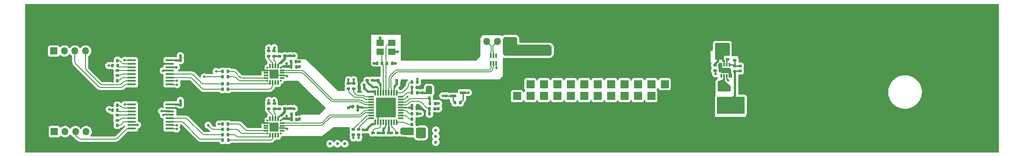
<source format=gtl>
G04 #@! TF.GenerationSoftware,KiCad,Pcbnew,(6.0.4)*
G04 #@! TF.CreationDate,2022-05-22T11:17:41+03:00*
G04 #@! TF.ProjectId,dock_rs232_prt,646f636b-5f72-4733-9233-325f7072742e,rev?*
G04 #@! TF.SameCoordinates,Original*
G04 #@! TF.FileFunction,Copper,L1,Top*
G04 #@! TF.FilePolarity,Positive*
%FSLAX46Y46*%
G04 Gerber Fmt 4.6, Leading zero omitted, Abs format (unit mm)*
G04 Created by KiCad (PCBNEW (6.0.4)) date 2022-05-22 11:17:41*
%MOMM*%
%LPD*%
G01*
G04 APERTURE LIST*
G04 Aperture macros list*
%AMRoundRect*
0 Rectangle with rounded corners*
0 $1 Rounding radius*
0 $2 $3 $4 $5 $6 $7 $8 $9 X,Y pos of 4 corners*
0 Add a 4 corners polygon primitive as box body*
4,1,4,$2,$3,$4,$5,$6,$7,$8,$9,$2,$3,0*
0 Add four circle primitives for the rounded corners*
1,1,$1+$1,$2,$3*
1,1,$1+$1,$4,$5*
1,1,$1+$1,$6,$7*
1,1,$1+$1,$8,$9*
0 Add four rect primitives between the rounded corners*
20,1,$1+$1,$2,$3,$4,$5,0*
20,1,$1+$1,$4,$5,$6,$7,0*
20,1,$1+$1,$6,$7,$8,$9,0*
20,1,$1+$1,$8,$9,$2,$3,0*%
G04 Aperture macros list end*
G04 #@! TA.AperFunction,ComponentPad*
%ADD10C,2.600000*%
G04 #@! TD*
G04 #@! TA.AperFunction,SMDPad,CuDef*
%ADD11R,1.150000X0.500000*%
G04 #@! TD*
G04 #@! TA.AperFunction,SMDPad,CuDef*
%ADD12RoundRect,0.140000X-0.140000X-0.170000X0.140000X-0.170000X0.140000X0.170000X-0.140000X0.170000X0*%
G04 #@! TD*
G04 #@! TA.AperFunction,SMDPad,CuDef*
%ADD13RoundRect,0.135000X0.185000X-0.135000X0.185000X0.135000X-0.185000X0.135000X-0.185000X-0.135000X0*%
G04 #@! TD*
G04 #@! TA.AperFunction,SMDPad,CuDef*
%ADD14R,0.400000X0.500000*%
G04 #@! TD*
G04 #@! TA.AperFunction,SMDPad,CuDef*
%ADD15RoundRect,0.135000X0.135000X0.185000X-0.135000X0.185000X-0.135000X-0.185000X0.135000X-0.185000X0*%
G04 #@! TD*
G04 #@! TA.AperFunction,SMDPad,CuDef*
%ADD16RoundRect,0.225000X-0.250000X0.225000X-0.250000X-0.225000X0.250000X-0.225000X0.250000X0.225000X0*%
G04 #@! TD*
G04 #@! TA.AperFunction,SMDPad,CuDef*
%ADD17RoundRect,0.140000X0.140000X0.170000X-0.140000X0.170000X-0.140000X-0.170000X0.140000X-0.170000X0*%
G04 #@! TD*
G04 #@! TA.AperFunction,SMDPad,CuDef*
%ADD18RoundRect,0.140000X-0.170000X0.140000X-0.170000X-0.140000X0.170000X-0.140000X0.170000X0.140000X0*%
G04 #@! TD*
G04 #@! TA.AperFunction,SMDPad,CuDef*
%ADD19RoundRect,0.225000X0.250000X-0.225000X0.250000X0.225000X-0.250000X0.225000X-0.250000X-0.225000X0*%
G04 #@! TD*
G04 #@! TA.AperFunction,ComponentPad*
%ADD20R,1.350000X1.350000*%
G04 #@! TD*
G04 #@! TA.AperFunction,ComponentPad*
%ADD21O,1.350000X1.350000*%
G04 #@! TD*
G04 #@! TA.AperFunction,SMDPad,CuDef*
%ADD22R,1.500000X1.500000*%
G04 #@! TD*
G04 #@! TA.AperFunction,SMDPad,CuDef*
%ADD23RoundRect,0.135000X-0.135000X-0.185000X0.135000X-0.185000X0.135000X0.185000X-0.135000X0.185000X0*%
G04 #@! TD*
G04 #@! TA.AperFunction,SMDPad,CuDef*
%ADD24R,0.300000X0.700000*%
G04 #@! TD*
G04 #@! TA.AperFunction,SMDPad,CuDef*
%ADD25R,1.800000X1.000000*%
G04 #@! TD*
G04 #@! TA.AperFunction,SMDPad,CuDef*
%ADD26R,1.100000X0.300000*%
G04 #@! TD*
G04 #@! TA.AperFunction,SMDPad,CuDef*
%ADD27R,0.300000X1.100000*%
G04 #@! TD*
G04 #@! TA.AperFunction,SMDPad,CuDef*
%ADD28R,3.800000X3.800000*%
G04 #@! TD*
G04 #@! TA.AperFunction,SMDPad,CuDef*
%ADD29RoundRect,0.140000X0.170000X-0.140000X0.170000X0.140000X-0.170000X0.140000X-0.170000X-0.140000X0*%
G04 #@! TD*
G04 #@! TA.AperFunction,SMDPad,CuDef*
%ADD30RoundRect,0.135000X-0.185000X0.135000X-0.185000X-0.135000X0.185000X-0.135000X0.185000X0.135000X0*%
G04 #@! TD*
G04 #@! TA.AperFunction,SMDPad,CuDef*
%ADD31R,0.300000X0.300000*%
G04 #@! TD*
G04 #@! TA.AperFunction,SMDPad,CuDef*
%ADD32R,0.900000X0.300000*%
G04 #@! TD*
G04 #@! TA.AperFunction,SMDPad,CuDef*
%ADD33R,0.300000X0.900000*%
G04 #@! TD*
G04 #@! TA.AperFunction,SMDPad,CuDef*
%ADD34R,1.800000X1.800000*%
G04 #@! TD*
G04 #@! TA.AperFunction,SMDPad,CuDef*
%ADD35R,0.300000X0.850000*%
G04 #@! TD*
G04 #@! TA.AperFunction,SMDPad,CuDef*
%ADD36R,2.200000X0.850000*%
G04 #@! TD*
G04 #@! TA.AperFunction,SMDPad,CuDef*
%ADD37R,1.400000X1.200000*%
G04 #@! TD*
G04 #@! TA.AperFunction,SMDPad,CuDef*
%ADD38RoundRect,0.250000X-0.250000X-0.475000X0.250000X-0.475000X0.250000X0.475000X-0.250000X0.475000X0*%
G04 #@! TD*
G04 #@! TA.AperFunction,SMDPad,CuDef*
%ADD39R,1.639799X0.431000*%
G04 #@! TD*
G04 #@! TA.AperFunction,ViaPad*
%ADD40C,0.600000*%
G04 #@! TD*
G04 #@! TA.AperFunction,ViaPad*
%ADD41C,0.400000*%
G04 #@! TD*
G04 #@! TA.AperFunction,ViaPad*
%ADD42C,0.500000*%
G04 #@! TD*
G04 #@! TA.AperFunction,Conductor*
%ADD43C,0.250000*%
G04 #@! TD*
G04 #@! TA.AperFunction,Conductor*
%ADD44C,0.450000*%
G04 #@! TD*
G04 #@! TA.AperFunction,Conductor*
%ADD45C,0.200000*%
G04 #@! TD*
G04 #@! TA.AperFunction,Conductor*
%ADD46C,0.300000*%
G04 #@! TD*
G04 #@! TA.AperFunction,Conductor*
%ADD47C,0.500000*%
G04 #@! TD*
G04 #@! TA.AperFunction,Conductor*
%ADD48C,0.180000*%
G04 #@! TD*
G04 APERTURE END LIST*
D10*
X202740569Y-113833157D03*
D11*
X281445919Y-103156201D03*
X281445919Y-104456201D03*
X283345919Y-103806201D03*
D12*
X217025919Y-101507354D03*
X217985919Y-101507354D03*
D13*
X270835919Y-112456201D03*
X270835919Y-111436201D03*
D14*
X273845919Y-111155048D03*
X274645919Y-111155048D03*
D13*
X247651269Y-96871551D03*
X247651269Y-95851551D03*
D15*
X274695919Y-103817354D03*
X273675919Y-103817354D03*
D16*
X298005919Y-93642354D03*
X298005919Y-95192354D03*
D17*
X251795919Y-97947354D03*
X250835919Y-97947354D03*
D18*
X249661269Y-95881551D03*
X249661269Y-96841551D03*
D13*
X247655919Y-106867354D03*
X247655919Y-105847354D03*
D10*
X333434272Y-113833157D03*
D19*
X333485919Y-108877354D03*
X333485919Y-107327354D03*
D20*
X205965919Y-95907354D03*
D21*
X207965919Y-95907354D03*
X209965919Y-95907354D03*
X211965919Y-95907354D03*
X213965919Y-95907354D03*
D18*
X267240116Y-100472004D03*
X267240116Y-101432004D03*
D22*
X296102314Y-102210511D03*
X313869822Y-102210511D03*
D12*
X267095919Y-98236201D03*
X268055919Y-98236201D03*
D22*
X303726488Y-102210511D03*
X306272031Y-102210511D03*
X293557740Y-102210511D03*
D18*
X280105116Y-103437354D03*
X280105116Y-104397354D03*
D22*
X313869822Y-104460511D03*
D18*
X217975919Y-99607354D03*
X217975919Y-100567354D03*
D13*
X262715919Y-103066201D03*
X262715919Y-102046201D03*
D22*
X318956856Y-104460511D03*
D13*
X261685919Y-103056201D03*
X261685919Y-102036201D03*
D10*
X383102927Y-113833157D03*
D22*
X318956856Y-102210511D03*
D23*
X277015919Y-107846201D03*
X278035919Y-107846201D03*
D22*
X298645299Y-102210511D03*
D15*
X238885919Y-99787354D03*
X237865919Y-99787354D03*
D24*
X333687419Y-98542354D03*
X333187419Y-98542354D03*
X332687419Y-98542354D03*
X332187419Y-98542354D03*
X332187419Y-100642354D03*
X332687419Y-100642354D03*
X333187419Y-100642354D03*
X333687419Y-100642354D03*
D25*
X332937419Y-99592354D03*
D26*
X265985919Y-104637354D03*
X265985919Y-105137354D03*
X265985919Y-105637354D03*
X265985919Y-106137354D03*
X265985919Y-106637354D03*
X265985919Y-107137354D03*
X265985919Y-107637354D03*
X265985919Y-108137354D03*
X265985919Y-108637354D03*
D27*
X266785919Y-109437354D03*
X267285919Y-109437354D03*
X267785919Y-109437354D03*
X268285919Y-109437354D03*
X268785919Y-109437354D03*
X269285919Y-109437354D03*
X269785919Y-109437354D03*
X270285919Y-109437354D03*
X270785919Y-109437354D03*
D26*
X271585919Y-108637354D03*
X271585919Y-108137354D03*
X271585919Y-107637354D03*
X271585919Y-107137354D03*
X271585919Y-106637354D03*
X271585919Y-106137354D03*
X271585919Y-105637354D03*
X271585919Y-105137354D03*
X271585919Y-104637354D03*
D27*
X270785919Y-103837354D03*
X270285919Y-103837354D03*
X269785919Y-103837354D03*
X269285919Y-103837354D03*
X268785919Y-103837354D03*
X268285919Y-103837354D03*
X267785919Y-103837354D03*
X267285919Y-103837354D03*
X266785919Y-103837354D03*
D28*
X268785919Y-106637354D03*
D17*
X274655919Y-106797354D03*
X273695919Y-106797354D03*
D22*
X301186952Y-102210511D03*
D18*
X275655919Y-102837354D03*
X275655919Y-103797354D03*
D17*
X276960116Y-110937004D03*
X276000116Y-110937004D03*
D22*
X301186952Y-104460511D03*
D23*
X277035919Y-105866201D03*
X278055919Y-105866201D03*
D22*
X316417530Y-102210511D03*
D29*
X267350116Y-112427004D03*
X267350116Y-111467004D03*
D30*
X334755919Y-98722354D03*
X334755919Y-99742354D03*
D22*
X321495567Y-104460511D03*
D10*
X280893489Y-88317435D03*
D18*
X250661269Y-95881551D03*
X250661269Y-96841551D03*
D30*
X333395919Y-96472354D03*
X333395919Y-97492354D03*
D17*
X217985919Y-107167354D03*
X217025919Y-107167354D03*
D22*
X308812574Y-104460511D03*
X311350317Y-104460511D03*
X306272031Y-104460511D03*
D30*
X331000919Y-98572354D03*
X331000919Y-99592354D03*
D22*
X303726488Y-104460511D03*
D17*
X230875919Y-106087354D03*
X229915919Y-106087354D03*
D18*
X335745919Y-98752354D03*
X335745919Y-99712354D03*
D23*
X273670116Y-101832004D03*
X274690116Y-101832004D03*
D18*
X250665919Y-105877354D03*
X250665919Y-106837354D03*
D17*
X230865919Y-97667354D03*
X229905919Y-97667354D03*
D31*
X248855919Y-101567354D03*
D32*
X249155919Y-101067354D03*
X249155919Y-100567354D03*
X249155919Y-100067354D03*
X249155919Y-99567354D03*
D31*
X248855919Y-99067354D03*
D33*
X248355919Y-98767354D03*
X247855919Y-98767354D03*
X247355919Y-98767354D03*
X246855919Y-98767354D03*
D31*
X246355919Y-99067354D03*
D32*
X246055919Y-99567354D03*
X246055919Y-100067354D03*
X246055919Y-100567354D03*
X246055919Y-101067354D03*
D31*
X246355919Y-101567354D03*
D33*
X246855919Y-101867354D03*
X247355919Y-101867354D03*
X247855919Y-101867354D03*
X248355919Y-101867354D03*
D34*
X247605919Y-100317354D03*
D15*
X238875919Y-102177354D03*
X237855919Y-102177354D03*
X238935919Y-112827354D03*
X237915919Y-112827354D03*
D12*
X262485919Y-106487354D03*
X263445919Y-106487354D03*
D30*
X248645919Y-105847354D03*
X248645919Y-106867354D03*
D15*
X238895919Y-103187354D03*
X237875919Y-103187354D03*
D22*
X308812574Y-102210511D03*
D35*
X288595919Y-98217354D03*
X289095919Y-98217354D03*
X289595919Y-98217354D03*
X289595919Y-96817354D03*
X289095919Y-96817354D03*
X288595919Y-96817354D03*
D22*
X311350317Y-102210511D03*
D17*
X269925919Y-98236201D03*
X268965919Y-98236201D03*
D19*
X331975919Y-108867354D03*
X331975919Y-107317354D03*
D12*
X217055919Y-97717354D03*
X218015919Y-97717354D03*
X263730116Y-102992004D03*
X264690116Y-102992004D03*
D20*
X206065919Y-111207354D03*
D21*
X208065919Y-111207354D03*
X210065919Y-111207354D03*
X212065919Y-111207354D03*
X214065919Y-111207354D03*
D22*
X321495567Y-102210511D03*
D12*
X217025919Y-106207354D03*
X217985919Y-106207354D03*
D15*
X238915919Y-109767354D03*
X237895919Y-109767354D03*
D18*
X217945919Y-108107354D03*
X217945919Y-109067354D03*
D29*
X268310116Y-112417004D03*
X268310116Y-111457004D03*
D36*
X332705919Y-103067354D03*
X332705919Y-105117354D03*
D15*
X274700116Y-108842004D03*
X273680116Y-108842004D03*
D31*
X248860569Y-111563157D03*
D32*
X249160569Y-111063157D03*
X249160569Y-110563157D03*
X249160569Y-110063157D03*
X249160569Y-109563157D03*
D31*
X248860569Y-109063157D03*
D33*
X248360569Y-108763157D03*
X247860569Y-108763157D03*
X247360569Y-108763157D03*
X246860569Y-108763157D03*
D31*
X246360569Y-109063157D03*
D32*
X246060569Y-109563157D03*
X246060569Y-110063157D03*
X246060569Y-110563157D03*
X246060569Y-111063157D03*
D31*
X246360569Y-111563157D03*
D33*
X246860569Y-111863157D03*
X247360569Y-111863157D03*
X247860569Y-111863157D03*
X248360569Y-111863157D03*
D34*
X247610569Y-110313157D03*
D22*
X298645299Y-104460511D03*
D29*
X271805919Y-112407354D03*
X271805919Y-111447354D03*
D13*
X246615919Y-106867354D03*
X246615919Y-105847354D03*
D12*
X217005919Y-110007354D03*
X217965919Y-110007354D03*
D22*
X293557740Y-104460511D03*
D15*
X238925919Y-111797354D03*
X237905919Y-111797354D03*
X278045919Y-106856201D03*
X277025919Y-106856201D03*
D18*
X266250116Y-100472004D03*
X266250116Y-101432004D03*
D23*
X281795919Y-105706201D03*
X282815919Y-105706201D03*
D16*
X296505919Y-93637354D03*
X296505919Y-95187354D03*
D37*
X269885919Y-94366201D03*
X267685919Y-94366201D03*
X267685919Y-96066201D03*
X269885919Y-96066201D03*
D10*
X383102927Y-88317435D03*
D22*
X296102314Y-104460511D03*
D18*
X249665919Y-105877354D03*
X249665919Y-106837354D03*
D17*
X271795919Y-102067354D03*
X270835919Y-102067354D03*
D38*
X329650919Y-96857354D03*
X331550919Y-96857354D03*
D10*
X280893489Y-113833157D03*
D13*
X246611269Y-96871551D03*
X246611269Y-95851551D03*
D23*
X273680116Y-107802004D03*
X274700116Y-107802004D03*
D15*
X274695919Y-109856201D03*
X273675919Y-109856201D03*
D17*
X218025919Y-98677354D03*
X217065919Y-98677354D03*
D22*
X316417530Y-104460511D03*
D30*
X334745919Y-96632354D03*
X334745919Y-97652354D03*
D17*
X251855919Y-108877354D03*
X250895919Y-108877354D03*
D30*
X248641269Y-95851551D03*
X248641269Y-96871551D03*
D29*
X269285919Y-112417354D03*
X269285919Y-111457354D03*
D13*
X266300116Y-112467004D03*
X266300116Y-111447004D03*
D20*
X291845919Y-94116641D03*
D21*
X289845919Y-94116641D03*
X287845919Y-94116641D03*
X285845919Y-94116641D03*
D10*
X333434272Y-88317435D03*
D17*
X251805919Y-98927354D03*
X250845919Y-98927354D03*
D10*
X202740569Y-88317435D03*
D39*
X220653719Y-97672355D03*
X220653719Y-98322353D03*
X220653719Y-98972355D03*
X220653719Y-99622353D03*
X220653719Y-100272352D03*
X220653719Y-100922353D03*
X220653719Y-101572352D03*
X220653719Y-102222353D03*
X227918119Y-102222353D03*
X227918119Y-101572355D03*
X227918119Y-100922353D03*
X227918119Y-100272355D03*
X227918119Y-99622356D03*
X227918119Y-98972355D03*
X227918119Y-98322356D03*
X227918119Y-97672355D03*
D30*
X263630116Y-110797004D03*
X263630116Y-111817004D03*
D29*
X265140116Y-111817004D03*
X265140116Y-110857004D03*
D17*
X251845919Y-107897354D03*
X250885919Y-107897354D03*
D30*
X262630116Y-110797004D03*
X262630116Y-111817004D03*
D39*
X220658369Y-106058158D03*
X220658369Y-106708156D03*
X220658369Y-107358158D03*
X220658369Y-108008156D03*
X220658369Y-108658155D03*
X220658369Y-109308156D03*
X220658369Y-109958155D03*
X220658369Y-110608156D03*
X227922769Y-110608156D03*
X227922769Y-109958158D03*
X227922769Y-109308156D03*
X227922769Y-108658158D03*
X227922769Y-108008159D03*
X227922769Y-107358158D03*
X227922769Y-106708159D03*
X227922769Y-106058158D03*
D23*
X277025919Y-104886201D03*
X278045919Y-104886201D03*
D30*
X265260116Y-100472004D03*
X265260116Y-101492004D03*
D23*
X273665919Y-102817354D03*
X274685919Y-102817354D03*
D15*
X238915919Y-110767354D03*
X237895919Y-110767354D03*
X238885919Y-100787354D03*
X237865919Y-100787354D03*
D40*
X327105919Y-87617354D03*
X267325919Y-105137354D03*
X328505919Y-97317354D03*
X365105919Y-114617354D03*
X263105919Y-95617354D03*
X378105919Y-87617354D03*
X294105919Y-87617354D03*
X269875919Y-112437354D03*
X348105919Y-114617354D03*
X249105919Y-87617354D03*
X201105919Y-107617354D03*
X348105919Y-107617354D03*
X378105919Y-107617354D03*
X223105919Y-87617354D03*
X223105919Y-93617354D03*
X263730116Y-102362004D03*
X211105919Y-87617354D03*
X252455919Y-97937354D03*
X270185919Y-105137354D03*
X283105919Y-95617354D03*
D41*
X275655919Y-102317354D03*
D40*
X238105919Y-114617354D03*
X248635919Y-95267354D03*
X298105919Y-99617354D03*
X348105919Y-95617354D03*
X266480116Y-98250851D03*
X307105919Y-110617354D03*
X230905919Y-106817354D03*
X272375919Y-102077354D03*
X365105919Y-95617354D03*
X206105919Y-114617354D03*
X296505919Y-92817354D03*
X265260116Y-99842004D03*
X277065919Y-110367354D03*
X268305919Y-113007354D03*
X333505919Y-109717354D03*
X250665919Y-105287354D03*
X378105919Y-114617354D03*
X384105919Y-96617354D03*
X384105919Y-105617354D03*
X325105919Y-110617354D03*
X270945919Y-96076201D03*
X270525919Y-98236201D03*
X348105919Y-87617354D03*
X275105919Y-95617354D03*
X248655919Y-105287354D03*
D42*
X245225919Y-99447354D03*
D40*
X229525919Y-107037354D03*
X378105919Y-95617354D03*
X316105919Y-110617354D03*
X263105919Y-87617354D03*
X252435919Y-108777354D03*
D42*
X245285919Y-109367354D03*
D40*
X267325919Y-108137354D03*
X298105919Y-110617354D03*
X365105919Y-87617354D03*
X268785919Y-105137354D03*
X275255919Y-106796201D03*
X365105919Y-107617354D03*
X275355919Y-109327354D03*
X261705919Y-106717354D03*
D42*
X250035919Y-100697354D03*
D40*
X279495919Y-103257354D03*
X316105919Y-99617354D03*
X268785919Y-106637354D03*
X311105919Y-87617354D03*
X267230116Y-99832004D03*
X226105919Y-114617354D03*
X267335919Y-113017354D03*
X216105919Y-114617354D03*
X278715919Y-104906201D03*
X276105919Y-87617354D03*
X335405919Y-96617354D03*
X249625919Y-105287354D03*
X298005919Y-92817354D03*
D41*
X331825919Y-98602354D03*
D40*
X266250116Y-99832004D03*
X226755919Y-98327354D03*
X270185919Y-108137354D03*
X267685919Y-93426201D03*
X249655919Y-95277354D03*
X201105919Y-96617354D03*
X252455919Y-98827354D03*
X267325919Y-106637354D03*
X211105919Y-103617354D03*
X270185919Y-106637354D03*
X236105919Y-87617354D03*
X230905919Y-98417354D03*
X325105919Y-99617354D03*
D41*
X334050919Y-100657354D03*
D40*
X338105919Y-114617354D03*
X256105919Y-95617354D03*
X332005919Y-109717354D03*
X278695919Y-107796201D03*
X307105919Y-99617354D03*
X252435919Y-107887354D03*
D42*
X250055919Y-110717354D03*
X289705919Y-99117354D03*
D40*
X264490116Y-111797004D03*
X236105919Y-93617354D03*
X272395919Y-112397354D03*
X250655919Y-95277354D03*
X268785919Y-108137354D03*
D41*
X275655919Y-101617354D03*
D42*
X262605919Y-112417354D03*
D40*
X278715919Y-106836201D03*
D42*
X334605919Y-107492354D03*
X333775919Y-106182354D03*
D40*
X278705919Y-105856201D03*
X278205919Y-112117354D03*
X229905919Y-105317354D03*
D42*
X263605919Y-112417354D03*
D40*
X261005919Y-113517354D03*
X229905919Y-96817354D03*
D41*
X275275919Y-111196201D03*
D42*
X284365919Y-103796201D03*
D41*
X275890116Y-111847004D03*
D42*
X335405919Y-106292354D03*
X275285919Y-107777354D03*
X336205919Y-107492354D03*
D40*
X278205919Y-113217354D03*
D42*
X334605919Y-106292354D03*
D40*
X258205919Y-113517354D03*
D41*
X274715919Y-111847004D03*
D40*
X273715919Y-106167354D03*
X269895919Y-111467354D03*
D42*
X335405919Y-107492354D03*
X336205919Y-105092354D03*
X335105919Y-105092354D03*
X262705919Y-101317354D03*
X336205919Y-106292354D03*
D40*
X259605919Y-113517354D03*
X278205919Y-110917354D03*
D42*
X261705919Y-101317354D03*
X332775919Y-106182354D03*
X274705919Y-101217354D03*
X279525919Y-104397354D03*
D41*
X272855919Y-104567354D03*
D40*
X298005919Y-96317354D03*
X299405919Y-95217354D03*
D41*
X276640116Y-102812004D03*
X333475919Y-95782354D03*
X331575919Y-95782354D03*
X332475919Y-95782354D03*
D42*
X247645919Y-105277354D03*
D40*
X296505919Y-96317354D03*
X299405919Y-96317354D03*
D41*
X332475919Y-94782354D03*
D42*
X247665919Y-95247354D03*
D40*
X251415919Y-106847354D03*
D41*
X331575919Y-94782354D03*
X276640116Y-103812004D03*
D40*
X251405919Y-96847354D03*
D41*
X333475919Y-94782354D03*
X277240116Y-103212004D03*
D40*
X264650116Y-102352004D03*
X263445919Y-107107354D03*
D41*
X273245919Y-111437004D03*
X272410116Y-111447004D03*
D40*
X264500116Y-110857004D03*
D41*
X273245919Y-110707004D03*
D40*
X270850116Y-101437004D03*
D41*
X331875919Y-102282354D03*
X332550919Y-102282354D03*
X333175919Y-102282354D03*
D42*
X229165919Y-98967354D03*
X226625919Y-99647354D03*
X226355919Y-107307354D03*
X226685919Y-108027354D03*
X221825919Y-109957354D03*
X331105919Y-100242354D03*
X333495919Y-101482354D03*
X216455919Y-106987354D03*
X219435919Y-106057354D03*
X216355919Y-98667354D03*
X219355919Y-97667354D03*
X249945919Y-108237354D03*
X246615919Y-105257354D03*
X249985919Y-98257354D03*
X246605919Y-95287354D03*
X235135919Y-109987354D03*
X229215919Y-109977354D03*
X229205919Y-110727354D03*
X237215919Y-109747354D03*
X229275919Y-101557354D03*
X234415919Y-100787354D03*
X229275919Y-102307354D03*
X236655919Y-99767354D03*
D43*
X250035919Y-100697354D02*
X249905919Y-100567354D01*
D44*
X250661269Y-95881551D02*
X250661269Y-95282704D01*
X252445919Y-97947354D02*
X252455919Y-97937354D01*
X267240116Y-100472004D02*
X266250116Y-100472004D01*
X230865919Y-97667354D02*
X230865919Y-98377354D01*
X252355919Y-98927354D02*
X252455919Y-98827354D01*
X249661269Y-95282704D02*
X249655919Y-95277354D01*
X266250116Y-99832004D02*
X266250116Y-100472004D01*
D45*
X247860569Y-110563157D02*
X247610569Y-110313157D01*
D44*
X248641269Y-95272704D02*
X248635919Y-95267354D01*
X274685919Y-102817354D02*
X275635919Y-102817354D01*
D43*
X267325919Y-108137354D02*
X267285919Y-108177354D01*
D45*
X249155919Y-100567354D02*
X247855919Y-100567354D01*
X246055919Y-99567354D02*
X246855919Y-99567354D01*
D44*
X248645919Y-105297354D02*
X248655919Y-105287354D01*
X275351722Y-109323157D02*
X275355919Y-109327354D01*
X266485466Y-98256201D02*
X267075919Y-98256201D01*
X269875919Y-112437354D02*
X269855919Y-112417354D01*
X272365919Y-102067354D02*
X271795919Y-102067354D01*
X251805919Y-98927354D02*
X252355919Y-98927354D01*
D46*
X274700116Y-108842004D02*
X274700116Y-109323157D01*
D44*
X267335919Y-113017354D02*
X267350116Y-113003157D01*
X267350116Y-112427004D02*
X268300116Y-112427004D01*
X271757072Y-112456201D02*
X271805919Y-112407354D01*
X276960116Y-110473157D02*
X276960116Y-110937004D01*
D43*
X250055919Y-110717354D02*
X249901722Y-110563157D01*
D46*
X227918119Y-98322356D02*
X227913121Y-98327354D01*
D44*
X261935919Y-106487354D02*
X261705919Y-106717354D01*
X269855919Y-112417354D02*
X269285919Y-112417354D01*
X251845919Y-107897354D02*
X252425919Y-107897354D01*
D43*
X332185919Y-98992354D02*
X332187419Y-98990854D01*
D44*
X252335919Y-108877354D02*
X252435919Y-108777354D01*
X249665919Y-105327354D02*
X249625919Y-105287354D01*
X268300116Y-112427004D02*
X268310116Y-112417004D01*
D46*
X227913121Y-98327354D02*
X226755919Y-98327354D01*
D44*
X278065919Y-104906201D02*
X278045919Y-104886201D01*
X248645919Y-105847354D02*
X248645919Y-105297354D01*
X249661269Y-95881551D02*
X249661269Y-95282704D01*
D43*
X333687419Y-99823854D02*
X333687419Y-100642354D01*
D44*
X278715919Y-104906201D02*
X278065919Y-104906201D01*
X249665919Y-105877354D02*
X249665919Y-105327354D01*
X272375919Y-102077354D02*
X272365919Y-102067354D01*
X250665919Y-105287354D02*
X250665919Y-105877354D01*
D43*
X333455919Y-99592354D02*
X333687419Y-99823854D01*
D45*
X246860569Y-109563157D02*
X247610569Y-110313157D01*
D46*
X229196724Y-106708159D02*
X227922769Y-106708159D01*
D43*
X267325919Y-108137354D02*
X267325919Y-108097354D01*
D44*
X267350116Y-113003157D02*
X267350116Y-112427004D01*
D45*
X289595919Y-99007354D02*
X289705919Y-99117354D01*
D43*
X267325919Y-108097354D02*
X268785919Y-106637354D01*
D44*
X248641269Y-95851551D02*
X248641269Y-95272704D01*
X278695919Y-107796201D02*
X278645919Y-107846201D01*
D43*
X245345919Y-99567354D02*
X245225919Y-99447354D01*
D44*
X275635919Y-102817354D02*
X275655919Y-102837354D01*
X251795919Y-97947354D02*
X252445919Y-97947354D01*
X279925116Y-103257354D02*
X280105116Y-103437354D01*
D43*
X249905919Y-100567354D02*
X249155919Y-100567354D01*
D44*
X230875919Y-106787354D02*
X230905919Y-106817354D01*
X251855919Y-108877354D02*
X252335919Y-108877354D01*
X272385919Y-112407354D02*
X272395919Y-112397354D01*
D43*
X245481722Y-109563157D02*
X245285919Y-109367354D01*
D44*
X264490116Y-111797004D02*
X264510116Y-111817004D01*
X269925919Y-98236201D02*
X270525919Y-98236201D01*
X266300116Y-112467004D02*
X267310116Y-112467004D01*
D43*
X332345919Y-99592354D02*
X332185919Y-99432354D01*
D44*
X230875919Y-106087354D02*
X230875919Y-106787354D01*
X277065919Y-110367354D02*
X276960116Y-110473157D01*
X269885919Y-96066201D02*
X270935919Y-96066201D01*
D46*
X274700116Y-109852004D02*
X274695919Y-109856201D01*
D45*
X246060569Y-109563157D02*
X246860569Y-109563157D01*
D46*
X229525919Y-107037354D02*
X229196724Y-106708159D01*
D44*
X263730116Y-102362004D02*
X263730116Y-102992004D01*
X280386269Y-103156201D02*
X280105116Y-103437354D01*
X281445919Y-103156201D02*
X280386269Y-103156201D01*
X274700116Y-109323157D02*
X275351722Y-109323157D01*
X275254766Y-106797354D02*
X274655919Y-106797354D01*
D43*
X332937419Y-99592354D02*
X333455919Y-99592354D01*
D44*
X267075919Y-98256201D02*
X267095919Y-98236201D01*
X267240116Y-99842004D02*
X267240116Y-100472004D01*
X278645919Y-107846201D02*
X278035919Y-107846201D01*
D43*
X249901722Y-110563157D02*
X249160569Y-110563157D01*
D44*
X262485919Y-106487354D02*
X261935919Y-106487354D01*
X279495919Y-103257354D02*
X279925116Y-103257354D01*
X252425919Y-107897354D02*
X252435919Y-107887354D01*
X268310116Y-113003157D02*
X268310116Y-112417004D01*
D43*
X246055919Y-99567354D02*
X245345919Y-99567354D01*
D44*
X267685919Y-94366201D02*
X267685919Y-93426201D01*
X267310116Y-112467004D02*
X267350116Y-112427004D01*
D46*
X274700116Y-109323157D02*
X274700116Y-109852004D01*
D44*
X271805919Y-112407354D02*
X272385919Y-112407354D01*
X275255919Y-106796201D02*
X275254766Y-106797354D01*
X266480116Y-98250851D02*
X266485466Y-98256201D01*
D45*
X249160569Y-110563157D02*
X247860569Y-110563157D01*
D44*
X230865919Y-98377354D02*
X230905919Y-98417354D01*
D43*
X246060569Y-109563157D02*
X245481722Y-109563157D01*
D44*
X265260116Y-99842004D02*
X265260116Y-100472004D01*
D45*
X333687419Y-100213854D02*
X333685919Y-100212354D01*
D43*
X332937419Y-99592354D02*
X332345919Y-99592354D01*
D44*
X268305919Y-113007354D02*
X268310116Y-113003157D01*
D45*
X289595919Y-98217354D02*
X289595919Y-99007354D01*
D44*
X270835919Y-112456201D02*
X271757072Y-112456201D01*
D43*
X332185919Y-99432354D02*
X332185919Y-98992354D01*
D44*
X267230116Y-99832004D02*
X267240116Y-99842004D01*
D43*
X267285919Y-108177354D02*
X267285919Y-109437354D01*
D44*
X270935919Y-96066201D02*
X270945919Y-96076201D01*
X266250116Y-100472004D02*
X265260116Y-100472004D01*
D43*
X332187419Y-98542354D02*
X332187419Y-98990854D01*
D44*
X250661269Y-95282704D02*
X250655919Y-95277354D01*
D45*
X247855919Y-100567354D02*
X247605919Y-100317354D01*
D44*
X264510116Y-111817004D02*
X265140116Y-111817004D01*
D45*
X246855919Y-99567354D02*
X247605919Y-100317354D01*
D44*
X229895919Y-106067354D02*
X229015919Y-106067354D01*
D46*
X227922769Y-106058158D02*
X229006723Y-106058158D01*
D44*
X334755919Y-99742354D02*
X334755919Y-104382354D01*
D46*
X262715919Y-102046201D02*
X261695919Y-102046201D01*
D44*
X229915919Y-106087354D02*
X229905919Y-106077354D01*
X278695919Y-106856201D02*
X278045919Y-106856201D01*
D46*
X275261269Y-107802004D02*
X275285919Y-107777354D01*
D44*
X229255919Y-97667354D02*
X228995919Y-97667354D01*
X269885919Y-111457354D02*
X269895919Y-111467354D01*
X269285919Y-111457354D02*
X269885919Y-111457354D01*
D46*
X261685919Y-101337354D02*
X261705919Y-101317354D01*
D43*
X283375919Y-105106201D02*
X283375919Y-103836201D01*
D44*
X333475919Y-107317354D02*
X333485919Y-107327354D01*
X273085919Y-106617354D02*
X273515919Y-106617354D01*
D43*
X269285919Y-110412807D02*
X269290116Y-110417004D01*
D44*
X273515919Y-106617354D02*
X273695919Y-106797354D01*
D46*
X274690116Y-101832004D02*
X274690116Y-101233157D01*
D44*
X269285919Y-110421201D02*
X269290116Y-110417004D01*
D43*
X334785919Y-99712354D02*
X334755919Y-99742354D01*
X283345919Y-103806201D02*
X283355919Y-103796201D01*
D44*
X229915919Y-106087354D02*
X229895919Y-106067354D01*
D43*
X282815919Y-105666201D02*
X283375919Y-105106201D01*
D46*
X274690116Y-101233157D02*
X274705919Y-101217354D01*
D44*
X278715919Y-106836201D02*
X278695919Y-106856201D01*
D43*
X335745919Y-99712354D02*
X334785919Y-99712354D01*
X273085919Y-106617354D02*
X273065919Y-106637354D01*
D44*
X331975919Y-107317354D02*
X333475919Y-107317354D01*
D46*
X261695919Y-102046201D02*
X261685919Y-102036201D01*
D44*
X229905919Y-97667354D02*
X229905919Y-96817354D01*
D46*
X263630116Y-112393157D02*
X263630116Y-111817004D01*
D43*
X273065919Y-106637354D02*
X271585919Y-106637354D01*
D44*
X278705919Y-105856201D02*
X278065919Y-105856201D01*
D46*
X263605919Y-112417354D02*
X263630116Y-112393157D01*
X262715919Y-101327354D02*
X262705919Y-101317354D01*
D44*
X269285919Y-111457354D02*
X269285919Y-110421201D01*
D46*
X274700116Y-107802004D02*
X275261269Y-107802004D01*
X262630116Y-112393157D02*
X262630116Y-111817004D01*
D43*
X282815919Y-105706201D02*
X282815919Y-105666201D01*
D44*
X229905919Y-106077354D02*
X229905919Y-105317354D01*
D43*
X283355919Y-103796201D02*
X284365919Y-103796201D01*
D44*
X273695919Y-106187354D02*
X273695919Y-106797354D01*
X229905919Y-97667354D02*
X229255919Y-97667354D01*
D46*
X262715919Y-102046201D02*
X262715919Y-101327354D01*
D44*
X334020919Y-105117354D02*
X332705919Y-105117354D01*
D43*
X229006723Y-106058158D02*
X229015919Y-106067354D01*
D44*
X273715919Y-106167354D02*
X273695919Y-106187354D01*
D43*
X269285919Y-109437354D02*
X269285919Y-110412807D01*
D44*
X334755919Y-104382354D02*
X334020919Y-105117354D01*
D46*
X262605919Y-112417354D02*
X262630116Y-112393157D01*
X261685919Y-102036201D02*
X261685919Y-101337354D01*
D44*
X278065919Y-105856201D02*
X278055919Y-105866201D01*
D46*
X227918119Y-97672355D02*
X229005919Y-97672355D01*
D43*
X283375919Y-103836201D02*
X283345919Y-103806201D01*
X280163963Y-104456201D02*
X280105116Y-104397354D01*
D46*
X280105116Y-104397354D02*
X279525919Y-104397354D01*
D45*
X271995970Y-105137354D02*
X271585919Y-105137354D01*
X272855919Y-104567354D02*
X272490944Y-104932329D01*
D43*
X281445919Y-104456201D02*
X280163963Y-104456201D01*
X281445919Y-105356201D02*
X281795919Y-105706201D01*
X281445919Y-104456201D02*
X281445919Y-105356201D01*
D45*
X271995970Y-105137316D02*
G75*
G03*
X272490944Y-104932329I30J700016D01*
G01*
D43*
X267785919Y-102497807D02*
X267650116Y-102362004D01*
D44*
X267650116Y-102112004D02*
X267650116Y-102362004D01*
X267240116Y-101432004D02*
X267240116Y-101702004D01*
X267240116Y-101702004D02*
X267650116Y-102112004D01*
D43*
X267785919Y-103837354D02*
X267785919Y-102497807D01*
D44*
X266250116Y-101432004D02*
X267240116Y-101432004D01*
X267350116Y-111467004D02*
X268300116Y-111467004D01*
D43*
X268785919Y-109924094D02*
X268785919Y-109437354D01*
D44*
X268300116Y-111467004D02*
X268310116Y-111457004D01*
D43*
X268400116Y-110517004D02*
X268639473Y-110277647D01*
D44*
X268400116Y-110517004D02*
X268310116Y-110607004D01*
X268310116Y-110607004D02*
X268310116Y-111457004D01*
D43*
X268785909Y-109924094D02*
G75*
G02*
X268639473Y-110277647I-500009J-6D01*
G01*
X332687419Y-97863854D02*
X332687419Y-98542354D01*
D46*
X247655919Y-105847354D02*
X247655919Y-105287354D01*
D44*
X250661269Y-96841551D02*
X251400116Y-96841551D01*
D43*
X248705919Y-108167354D02*
X248935919Y-108167354D01*
D44*
X332375919Y-96882354D02*
X332445919Y-96952354D01*
X331550919Y-96882354D02*
X332375919Y-96882354D01*
X332445919Y-97622354D02*
X332575919Y-97752354D01*
X249665919Y-106837354D02*
X250665919Y-106837354D01*
X331000919Y-98572354D02*
X331000919Y-98332354D01*
X276655919Y-103817354D02*
X275675919Y-103817354D01*
X251400116Y-96841551D02*
X251405919Y-96847354D01*
D47*
X249661269Y-97402004D02*
X248885919Y-98177354D01*
D44*
X331550919Y-97782354D02*
X331550919Y-96882354D01*
X249661269Y-96841551D02*
X250661269Y-96841551D01*
D47*
X249665919Y-106837354D02*
X249665919Y-107437354D01*
D44*
X275675919Y-103817354D02*
X275655919Y-103797354D01*
D43*
X248355919Y-98407354D02*
X248585919Y-98177354D01*
D44*
X331000919Y-98332354D02*
X331550919Y-97782354D01*
D47*
X249665919Y-107437354D02*
X248935919Y-108167354D01*
D44*
X251405919Y-106837354D02*
X251415919Y-106847354D01*
D46*
X275635919Y-103817354D02*
X275655919Y-103797354D01*
X247651269Y-95851551D02*
X247651269Y-95262004D01*
D43*
X248585919Y-98177354D02*
X248885919Y-98177354D01*
X332735919Y-96472354D02*
X332325919Y-96882354D01*
X332325919Y-96882354D02*
X331725919Y-96882354D01*
D44*
X332445919Y-96952354D02*
X332445919Y-97622354D01*
D43*
X248355919Y-98767354D02*
X248355919Y-98407354D01*
X333395919Y-96472354D02*
X332735919Y-96472354D01*
X248360569Y-108763157D02*
X248360569Y-108512704D01*
X332575919Y-97752354D02*
X332687419Y-97863854D01*
X248360569Y-108512704D02*
X248705919Y-108167354D01*
D46*
X274695919Y-103817354D02*
X275635919Y-103817354D01*
X247655919Y-105287354D02*
X247645919Y-105277354D01*
D47*
X249661269Y-96841551D02*
X249661269Y-97402004D01*
D46*
X247651269Y-95262004D02*
X247665919Y-95247354D01*
D44*
X250665919Y-106837354D02*
X251405919Y-106837354D01*
D48*
X289095919Y-98217354D02*
X289095919Y-98854855D01*
X269785919Y-103012353D02*
X269785919Y-103837354D01*
X289025919Y-98924855D02*
X289025919Y-99206229D01*
X288374794Y-99857354D02*
X271015011Y-99857354D01*
X289095919Y-98854855D02*
X289025919Y-98924855D01*
X288908761Y-99489072D02*
X288657636Y-99740197D01*
X270732168Y-99974512D02*
X269833076Y-100873604D01*
X269715919Y-102942353D02*
X269785919Y-103012353D01*
X269715919Y-101156446D02*
X269715919Y-102942353D01*
X288657630Y-99740191D02*
G75*
G02*
X288374794Y-99857354I-282830J282791D01*
G01*
X271015011Y-99857376D02*
G75*
G03*
X270732168Y-99974512I-11J-400024D01*
G01*
X269715947Y-101156446D02*
G75*
G02*
X269833077Y-100873605I399953J46D01*
G01*
X288908751Y-99489062D02*
G75*
G03*
X289025919Y-99206229I-282851J282862D01*
G01*
X288595919Y-98854855D02*
X288665919Y-98924855D01*
X269285919Y-103012353D02*
X269285919Y-103837354D01*
X270583048Y-99614512D02*
X269473076Y-100724484D01*
X269355919Y-101007326D02*
X269355919Y-102942353D01*
X288595919Y-98217354D02*
X288595919Y-98854855D01*
X288548761Y-99339952D02*
X288508516Y-99380197D01*
X269355919Y-102942353D02*
X269285919Y-103012353D01*
X288225674Y-99497354D02*
X270865891Y-99497354D01*
X288665919Y-98924855D02*
X288665919Y-99057109D01*
X288225674Y-99497348D02*
G75*
G03*
X288508515Y-99380196I26J399948D01*
G01*
X269355933Y-101007326D02*
G75*
G02*
X269473077Y-100724485I399967J26D01*
G01*
X270865891Y-99497362D02*
G75*
G03*
X270583048Y-99614512I9J-400038D01*
G01*
X288548761Y-99339952D02*
G75*
G03*
X288665919Y-99057109I-282861J282852D01*
G01*
X265082573Y-104637354D02*
X265985919Y-104637354D01*
X264696563Y-104458451D02*
X264729020Y-104490908D01*
X263448829Y-104312004D02*
X264343009Y-104312004D01*
X262862366Y-103932648D02*
X263095276Y-104165558D01*
X262715919Y-103066201D02*
X262715919Y-103579094D01*
X263095261Y-104165573D02*
G75*
G03*
X263448829Y-104312004I353539J353573D01*
G01*
X262862367Y-103932647D02*
G75*
G02*
X262715919Y-103579094I353533J353547D01*
G01*
X264343009Y-104311997D02*
G75*
G02*
X264696563Y-104458451I-9J-500003D01*
G01*
X264729043Y-104490885D02*
G75*
G03*
X265082573Y-104637354I353557J353485D01*
G01*
X265985919Y-105137354D02*
X265074179Y-105137354D01*
X261685919Y-103429094D02*
X261685919Y-103056201D01*
X262559472Y-104509754D02*
X261832365Y-103782647D01*
X264178812Y-104656201D02*
X262913026Y-104656201D01*
X264720625Y-104990907D02*
X264532365Y-104802647D01*
X261832366Y-103782646D02*
G75*
G02*
X261685919Y-103429094I353534J353546D01*
G01*
X264178812Y-104656193D02*
G75*
G02*
X264532364Y-104802648I-12J-500007D01*
G01*
X265074179Y-105137382D02*
G75*
G02*
X264720625Y-104990907I21J499982D01*
G01*
X262559459Y-104509767D02*
G75*
G03*
X262913026Y-104656201I353541J353567D01*
G01*
X264506606Y-105502328D02*
X264415504Y-105411226D01*
X249900920Y-99637354D02*
X249830920Y-99567354D01*
X252890530Y-99637354D02*
X249900920Y-99637354D01*
X265985919Y-105637354D02*
X265160918Y-105637354D01*
X265090918Y-105707354D02*
X265001581Y-105707354D01*
X258544300Y-105001175D02*
X253385504Y-99842379D01*
X249830920Y-99567354D02*
X249155919Y-99567354D01*
X263920530Y-105206201D02*
X259039275Y-105206201D01*
X265160918Y-105637354D02*
X265090918Y-105707354D01*
X263920530Y-105206180D02*
G75*
G02*
X264415504Y-105411226I-30J-700020D01*
G01*
X259039275Y-105206218D02*
G75*
G02*
X258544300Y-105001175I25J700018D01*
G01*
X252890530Y-99637347D02*
G75*
G02*
X253385504Y-99842379I-30J-700053D01*
G01*
X264506625Y-105502309D02*
G75*
G03*
X265001581Y-105707354I494975J494909D01*
G01*
X252741410Y-99997354D02*
X249900920Y-99997354D01*
X249830920Y-100067354D02*
X249155919Y-100067354D01*
X264357486Y-105862328D02*
X264266384Y-105771226D01*
X265090918Y-106067354D02*
X264852461Y-106067354D01*
X265160918Y-106137354D02*
X265090918Y-106067354D01*
X265985919Y-106137354D02*
X265160918Y-106137354D01*
X249900920Y-99997354D02*
X249830920Y-100067354D01*
X258395180Y-105361175D02*
X253236384Y-100202379D01*
X263771410Y-105566201D02*
X258890155Y-105566201D01*
X264852461Y-106067394D02*
G75*
G02*
X264357486Y-105862328I39J699994D01*
G01*
X263771410Y-105566194D02*
G75*
G02*
X264266384Y-105771226I-10J-700006D01*
G01*
X252741410Y-99997361D02*
G75*
G02*
X253236384Y-100202379I-10J-700039D01*
G01*
X258890155Y-105566232D02*
G75*
G02*
X258395180Y-105361175I45J700032D01*
G01*
X249905570Y-109633157D02*
X249835570Y-109563157D01*
X256378449Y-109633157D02*
X249905570Y-109633157D01*
X263654252Y-108036201D02*
X258389619Y-108036201D01*
X249835570Y-109563157D02*
X249160569Y-109563157D01*
X265985919Y-107137354D02*
X265160918Y-107137354D01*
X265160918Y-107137354D02*
X265090918Y-107207354D01*
X258036065Y-108182648D02*
X256732002Y-109486711D01*
X264543759Y-107353801D02*
X264007805Y-107889755D01*
X265090918Y-107207354D02*
X264897313Y-107207354D01*
X264543743Y-107353785D02*
G75*
G02*
X264897313Y-107207354I353557J-353615D01*
G01*
X256731968Y-109486677D02*
G75*
G02*
X256378449Y-109633157I-353568J353477D01*
G01*
X264007829Y-107889779D02*
G75*
G02*
X263654252Y-108036201I-353529J353579D01*
G01*
X258036056Y-108182639D02*
G75*
G02*
X258389619Y-108036201I353544J-353561D01*
G01*
X249835570Y-110063157D02*
X249160569Y-110063157D01*
X265985919Y-107637354D02*
X265160918Y-107637354D01*
X258185185Y-108542648D02*
X256881122Y-109846711D01*
X256527569Y-109993157D02*
X249905570Y-109993157D01*
X263803372Y-108396201D02*
X258538739Y-108396201D01*
X265160918Y-107637354D02*
X265090918Y-107567354D01*
X249905570Y-109993157D02*
X249835570Y-110063157D01*
X265090918Y-107567354D02*
X265046433Y-107567354D01*
X264692879Y-107713801D02*
X264156925Y-108249755D01*
X258538739Y-108396229D02*
G75*
G03*
X258185186Y-108542649I-39J-499971D01*
G01*
X256527569Y-109993147D02*
G75*
G03*
X256881121Y-109846710I31J499947D01*
G01*
X264156939Y-108249769D02*
G75*
G02*
X263803372Y-108396201I-353539J353569D01*
G01*
X264692853Y-107713775D02*
G75*
G02*
X265046433Y-107567354I353547J-353625D01*
G01*
D45*
X267785919Y-109437354D02*
X267785919Y-110044094D01*
X267193009Y-110637004D02*
X266847223Y-110637004D01*
X266300116Y-111184111D02*
X266300116Y-111447004D01*
X266493669Y-110783451D02*
X266446562Y-110830558D01*
X267639472Y-110397648D02*
X267546562Y-110490558D01*
X266300119Y-111184111D02*
G75*
G02*
X266446562Y-110830558I499981J11D01*
G01*
X266493658Y-110783440D02*
G75*
G02*
X266847223Y-110637004I353542J-353560D01*
G01*
X267785909Y-110044094D02*
G75*
G02*
X267639472Y-110397648I-500009J-6D01*
G01*
X267546558Y-110490554D02*
G75*
G02*
X267193009Y-110637004I-353558J353554D01*
G01*
X270835919Y-111277807D02*
X270835919Y-111436201D01*
X269785919Y-109437354D02*
X269785919Y-110020700D01*
X269932366Y-110374254D02*
X270835919Y-111277807D01*
X269932370Y-110374250D02*
G75*
G02*
X269785919Y-110020700I353530J353550D01*
G01*
X272563519Y-109583801D02*
X272689473Y-109709755D01*
X273043026Y-109856201D02*
X273675919Y-109856201D01*
X270785919Y-109437354D02*
X272209965Y-109437354D01*
X273043026Y-109856182D02*
G75*
G02*
X272689473Y-109709755I-26J499982D01*
G01*
X272209965Y-109437393D02*
G75*
G02*
X272563518Y-109583802I35J-500007D01*
G01*
X273417223Y-108842004D02*
X273680116Y-108842004D01*
X272651913Y-108283801D02*
X273063670Y-108695558D01*
X271585919Y-108137354D02*
X272298359Y-108137354D01*
X273063658Y-108695570D02*
G75*
G03*
X273417223Y-108842004I353542J353570D01*
G01*
X272651943Y-108283771D02*
G75*
G03*
X272298359Y-108137354I-353543J-353629D01*
G01*
X271585919Y-107137354D02*
X272288359Y-107137354D01*
X273367223Y-107802004D02*
X273680116Y-107802004D01*
X272641913Y-107283801D02*
X273013670Y-107655558D01*
X273367223Y-107801986D02*
G75*
G02*
X273013671Y-107655557I-23J499986D01*
G01*
X272641943Y-107283771D02*
G75*
G03*
X272288359Y-107137354I-353543J-353629D01*
G01*
D46*
X277025919Y-107836201D02*
X277015919Y-107846201D01*
D45*
X273647223Y-105482004D02*
X275074615Y-105482004D01*
X276863026Y-106856201D02*
X277025919Y-106856201D01*
D46*
X277025919Y-106856201D02*
X277025919Y-107836201D01*
D45*
X275428169Y-105628451D02*
X276509473Y-106709755D01*
X271585919Y-106137354D02*
X272577659Y-106137354D01*
X272931213Y-105990907D02*
X273293670Y-105628450D01*
X272931224Y-105990918D02*
G75*
G02*
X272577659Y-106137354I-353524J353518D01*
G01*
X275074615Y-105481993D02*
G75*
G02*
X275428168Y-105628452I-15J-500007D01*
G01*
X273647223Y-105482019D02*
G75*
G03*
X273293670Y-105628450I-23J-499981D01*
G01*
X276509460Y-106709768D02*
G75*
G03*
X276863026Y-106856201I353540J353568D01*
G01*
D46*
X277035919Y-104896201D02*
X277035919Y-105866201D01*
D45*
X271585919Y-105637354D02*
X272347659Y-105637354D01*
X277005919Y-104906201D02*
X277025919Y-104886201D01*
X273493026Y-104906201D02*
X277005919Y-104906201D01*
D46*
X277025919Y-104886201D02*
X277035919Y-104896201D01*
D45*
X272701213Y-105490907D02*
X273139473Y-105052647D01*
X272701224Y-105490918D02*
G75*
G02*
X272347659Y-105637354I-353524J353518D01*
G01*
X273139460Y-105052634D02*
G75*
G02*
X273493026Y-104906201I353540J-353566D01*
G01*
X273020116Y-102349111D02*
X273020116Y-102544897D01*
X272873669Y-102898451D02*
X272081212Y-103690908D01*
X273670116Y-101832004D02*
X273537223Y-101832004D01*
X273183669Y-101978451D02*
X273166562Y-101995558D01*
X271727659Y-103837354D02*
X270785919Y-103837354D01*
X273183658Y-101978440D02*
G75*
G02*
X273537223Y-101832004I353542J-353560D01*
G01*
X272873674Y-102898456D02*
G75*
G03*
X273020116Y-102544897I-353574J353556D01*
G01*
X272081223Y-103690919D02*
G75*
G02*
X271727659Y-103837354I-353523J353519D01*
G01*
X273166560Y-101995556D02*
G75*
G03*
X273020116Y-102349111I353540J-353544D01*
G01*
D43*
X267285919Y-103837354D02*
X267285919Y-102937807D01*
D44*
X265260116Y-101822004D02*
X266200116Y-102762004D01*
D43*
X267285919Y-102937807D02*
X267110116Y-102762004D01*
D44*
X266200116Y-102762004D02*
X267110116Y-102762004D01*
X265260116Y-101492004D02*
X265260116Y-101822004D01*
D48*
X289095919Y-96179853D02*
X289095919Y-96817354D01*
X289025919Y-96109853D02*
X289095919Y-96179853D01*
X289025919Y-94936641D02*
X289025919Y-96109853D01*
X289845919Y-94116641D02*
X289025919Y-94936641D01*
X288595919Y-96179853D02*
X288595919Y-96817354D01*
X288665919Y-96109853D02*
X288595919Y-96179853D01*
X287845919Y-94116641D02*
X288665919Y-94936641D01*
X288665919Y-94936641D02*
X288665919Y-96109853D01*
D44*
X263445919Y-106487354D02*
X263465919Y-106507354D01*
X270835919Y-101451201D02*
X270835919Y-102067354D01*
X264650116Y-102952004D02*
X264690116Y-102992004D01*
D43*
X270285919Y-102877354D02*
X270285919Y-103837354D01*
D44*
X270835919Y-102107354D02*
X270835919Y-102067354D01*
X266700116Y-103832004D02*
X266470116Y-103602004D01*
X266060116Y-109797004D02*
X265140116Y-110717004D01*
D43*
X266780569Y-103832004D02*
X266785919Y-103837354D01*
X266436269Y-109787004D02*
X266785919Y-109437354D01*
D44*
X263465919Y-106507354D02*
X264195919Y-106507354D01*
X270395919Y-102547354D02*
X270835919Y-102107354D01*
X266470116Y-103602004D02*
X265300116Y-103602004D01*
D43*
X264325919Y-106637354D02*
X265985919Y-106637354D01*
D44*
X265140116Y-110717004D02*
X265140116Y-110857004D01*
X266400116Y-109797004D02*
X266060116Y-109797004D01*
X270850116Y-101437004D02*
X270835919Y-101451201D01*
D43*
X266410116Y-109787004D02*
X266436269Y-109787004D01*
X270395919Y-102767354D02*
X270285919Y-102877354D01*
D44*
X264650116Y-102352004D02*
X264650116Y-102952004D01*
X264195919Y-106507354D02*
X264325919Y-106637354D01*
X266410116Y-109787004D02*
X266400116Y-109797004D01*
X270395919Y-102767354D02*
X270395919Y-102547354D01*
D43*
X266700116Y-103832004D02*
X266780569Y-103832004D01*
D44*
X265300116Y-103602004D02*
X264690116Y-102992004D01*
X263445919Y-107107354D02*
X263445919Y-106487354D01*
X264500116Y-110857004D02*
X265140116Y-110857004D01*
D43*
X334755919Y-98722354D02*
X334755919Y-97662354D01*
X334575919Y-98542354D02*
X333687419Y-98542354D01*
X334755919Y-97662354D02*
X334745919Y-97652354D01*
X335715919Y-98722354D02*
X335745919Y-98752354D01*
X334755919Y-98722354D02*
X335715919Y-98722354D01*
X334755919Y-98722354D02*
X334575919Y-98542354D01*
D45*
X265985919Y-108137354D02*
X265411873Y-108137354D01*
X262630116Y-110712004D02*
X262630116Y-110797004D01*
X265058319Y-108283801D02*
X262630116Y-110712004D01*
X265411873Y-108137349D02*
G75*
G03*
X265058320Y-108283802I27J-500051D01*
G01*
X263630116Y-110649111D02*
X263630116Y-110797004D01*
X265288319Y-108783801D02*
X263776562Y-110295558D01*
X265985919Y-108637354D02*
X265641873Y-108637354D01*
X265641873Y-108637349D02*
G75*
G03*
X265288320Y-108783802I27J-500051D01*
G01*
X263776560Y-110295556D02*
G75*
G03*
X263630116Y-110649111I353540J-353544D01*
G01*
D46*
X229165919Y-98967354D02*
X227923120Y-98967354D01*
X227923120Y-98967354D02*
X227918119Y-98972355D01*
X226625919Y-99647354D02*
X226650917Y-99622356D01*
X226650917Y-99622356D02*
X227918119Y-99622356D01*
D45*
X220653719Y-102222353D02*
X219708027Y-102222353D01*
X218698812Y-102817354D02*
X214813026Y-102817354D01*
X214459472Y-102670907D02*
X210112365Y-98323800D01*
X219354473Y-102368800D02*
X219052365Y-102670908D01*
X209965919Y-97970247D02*
X209965919Y-95907354D01*
X214459469Y-102670910D02*
G75*
G03*
X214813026Y-102817354I353531J353510D01*
G01*
X209965881Y-97970247D02*
G75*
G03*
X210112366Y-98323799I500019J47D01*
G01*
X218698812Y-102817376D02*
G75*
G03*
X219052365Y-102670908I-12J499976D01*
G01*
X219354450Y-102368777D02*
G75*
G02*
X219708027Y-102222353I353550J-353623D01*
G01*
X218398812Y-102317354D02*
X215113026Y-102317354D01*
X211965919Y-99170247D02*
X211965919Y-95907354D01*
X219204474Y-101718799D02*
X218752365Y-102170908D01*
X220653719Y-101572352D02*
X219558028Y-101572352D01*
X214759472Y-102170907D02*
X212112365Y-99523800D01*
X219204471Y-101718796D02*
G75*
G02*
X219558028Y-101572352I353529J-353504D01*
G01*
X215113026Y-102317349D02*
G75*
G02*
X214759472Y-102170907I-26J499949D01*
G01*
X218752349Y-102170892D02*
G75*
G02*
X218398812Y-102317354I-353549J353492D01*
G01*
X211965881Y-99170247D02*
G75*
G03*
X212112366Y-99523799I500019J47D01*
G01*
D46*
X226355919Y-107307354D02*
X227871965Y-107307354D01*
X227871965Y-107307354D02*
X227922769Y-107358158D01*
X226705114Y-108008159D02*
X226685919Y-108027354D01*
X227922769Y-108008159D02*
X226705114Y-108008159D01*
D45*
X220658369Y-110608156D02*
X220022224Y-110608156D01*
X219668670Y-110754603D02*
X217952365Y-112470908D01*
X210659472Y-112470907D02*
X210212365Y-112023800D01*
X210065919Y-111670247D02*
X210065919Y-111207354D01*
X217598812Y-112617354D02*
X211013026Y-112617354D01*
X219668649Y-110754582D02*
G75*
G02*
X220022224Y-110608156I353551J-353618D01*
G01*
X211013026Y-112617349D02*
G75*
G02*
X210659472Y-112470907I-26J499949D01*
G01*
X210065881Y-111670247D02*
G75*
G03*
X210212366Y-112023799I500019J47D01*
G01*
X217598812Y-112617376D02*
G75*
G03*
X217952365Y-112470908I-12J499976D01*
G01*
D46*
X220658369Y-109958155D02*
X221825118Y-109958155D01*
X221825118Y-109958155D02*
X221825919Y-109957354D01*
X273665919Y-103807354D02*
X273675919Y-103817354D01*
X273665919Y-102817354D02*
X273665919Y-103457354D01*
D45*
X272031213Y-104490907D02*
X272558320Y-103963800D01*
D46*
X273665919Y-103457354D02*
X273665919Y-103807354D01*
D45*
X271585919Y-104637354D02*
X271677659Y-104637354D01*
X272911873Y-103817354D02*
X273675919Y-103817354D01*
X272911873Y-103817349D02*
G75*
G03*
X272558321Y-103963801I27J-500051D01*
G01*
X271677659Y-104637338D02*
G75*
G03*
X272031213Y-104490907I41J499938D01*
G01*
D43*
X333187419Y-98542354D02*
X333187419Y-97700854D01*
X333187419Y-97700854D02*
X333395919Y-97492354D01*
X333187419Y-101173854D02*
X333187419Y-100642354D01*
X331105919Y-100242354D02*
X331105919Y-99697354D01*
X333495919Y-101482354D02*
X333187419Y-101173854D01*
X331105919Y-99697354D02*
X331000919Y-99592354D01*
D45*
X268922366Y-94869754D02*
X269279473Y-94512647D01*
X268785919Y-103837354D02*
X268785919Y-98623308D01*
X268775919Y-97839094D02*
X268775919Y-95223308D01*
X268932366Y-98269754D02*
X268965919Y-98236201D01*
X269633026Y-94366201D02*
X269885919Y-94366201D01*
X268965919Y-98236201D02*
X268922365Y-98192647D01*
X269633026Y-94366219D02*
G75*
G03*
X269279473Y-94512647I-26J-499981D01*
G01*
X268932366Y-98269754D02*
G75*
G03*
X268785919Y-98623308I353534J-353546D01*
G01*
X268922366Y-98192646D02*
G75*
G02*
X268775919Y-97839094I353534J353546D01*
G01*
X268922366Y-94869754D02*
G75*
G03*
X268775919Y-95223308I353534J-353546D01*
G01*
X268055919Y-98236201D02*
X268055919Y-96643308D01*
X267909472Y-96289754D02*
X267685919Y-96066201D01*
X268139472Y-98319754D02*
X268055919Y-98236201D01*
X268285919Y-103837354D02*
X268285919Y-98673308D01*
X268055907Y-96643308D02*
G75*
G03*
X267909471Y-96289755I-500007J8D01*
G01*
X268285907Y-98673308D02*
G75*
G03*
X268139471Y-98319755I-500007J8D01*
G01*
X218176723Y-107358158D02*
X220658369Y-107358158D01*
X217985919Y-107167354D02*
X218176723Y-107358158D01*
X216455919Y-106987354D02*
X216635919Y-107167354D01*
X220658369Y-106058158D02*
X219436723Y-106058158D01*
X219436723Y-106058158D02*
X219435919Y-106057354D01*
X216635919Y-107167354D02*
X217025919Y-107167354D01*
X217985919Y-106207354D02*
X218258812Y-106207354D01*
X218612366Y-106353801D02*
X218820275Y-106561710D01*
X219173828Y-106708156D02*
X220658369Y-106708156D01*
X219173828Y-106708149D02*
G75*
G02*
X218820275Y-106561710I-28J499949D01*
G01*
X218612369Y-106353798D02*
G75*
G03*
X218258812Y-106207354I-353569J-353602D01*
G01*
X217945919Y-108107354D02*
X220559171Y-108107354D01*
X220559171Y-108107354D02*
X220658369Y-108008156D01*
X218255919Y-98907354D02*
X218025919Y-98677354D01*
X220653719Y-98972355D02*
X220588718Y-98907354D01*
X220588718Y-98907354D02*
X218255919Y-98907354D01*
X220648718Y-97667354D02*
X220653719Y-97672355D01*
X216365919Y-98677354D02*
X217065919Y-98677354D01*
X219355919Y-97667354D02*
X220648718Y-97667354D01*
X216355919Y-98667354D02*
X216365919Y-98677354D01*
X218552366Y-97863801D02*
X218864472Y-98175907D01*
X219218025Y-98322353D02*
X220653719Y-98322353D01*
X218015919Y-97717354D02*
X218198812Y-97717354D01*
X219218025Y-98322349D02*
G75*
G02*
X218864472Y-98175907I-25J499949D01*
G01*
X218198812Y-97717359D02*
G75*
G02*
X218552366Y-97863801I-12J-500041D01*
G01*
X217975919Y-99607354D02*
X220638720Y-99607354D01*
X220638720Y-99607354D02*
X220653719Y-99622353D01*
D47*
X250895919Y-108877354D02*
X250795919Y-108777354D01*
D46*
X246615919Y-105257354D02*
X246615919Y-105847354D01*
D47*
X250795919Y-108777354D02*
X249965919Y-108777354D01*
X249965919Y-108777354D02*
X249405919Y-108777354D01*
D46*
X249965919Y-108777354D02*
X249965919Y-108257354D01*
D43*
X249405919Y-108777354D02*
X249146372Y-108777354D01*
D46*
X249965919Y-108257354D02*
X249945919Y-108237354D01*
D43*
X249146372Y-108777354D02*
X248860569Y-109063157D01*
D44*
X250885919Y-107897354D02*
X250885919Y-108867354D01*
X250885919Y-108867354D02*
X250895919Y-108877354D01*
D47*
X250775919Y-98857354D02*
X250005919Y-98857354D01*
D46*
X250005919Y-98857354D02*
X250005919Y-98277354D01*
D43*
X249065919Y-98857354D02*
X248855919Y-99067354D01*
D47*
X250005919Y-98857354D02*
X249375919Y-98857354D01*
D46*
X250005919Y-98277354D02*
X249985919Y-98257354D01*
D44*
X250845919Y-97957354D02*
X250845919Y-98927354D01*
D43*
X249375919Y-98857354D02*
X249065919Y-98857354D01*
D46*
X246605919Y-95846201D02*
X246611269Y-95851551D01*
D44*
X250835919Y-97947354D02*
X250845919Y-97957354D01*
D46*
X246605919Y-95287354D02*
X246605919Y-95846201D01*
D47*
X250845919Y-98927354D02*
X250775919Y-98857354D01*
D45*
X246615919Y-107307354D02*
X246615919Y-106867354D01*
X247360569Y-108052004D02*
X246615919Y-107307354D01*
X247360569Y-108763157D02*
X247360569Y-108052004D01*
X247355919Y-98767354D02*
X247355919Y-98167354D01*
X246611269Y-97422704D02*
X246611269Y-96871551D01*
X247355919Y-98167354D02*
X246611269Y-97422704D01*
X219108670Y-109454603D02*
X218702365Y-109860908D01*
X220658369Y-109308156D02*
X219462224Y-109308156D01*
X218348812Y-110007354D02*
X217965919Y-110007354D01*
X218702349Y-109860892D02*
G75*
G02*
X218348812Y-110007354I-353549J353492D01*
G01*
X219108649Y-109454582D02*
G75*
G02*
X219462224Y-109308156I353551J-353618D01*
G01*
X218982225Y-108658155D02*
X220658369Y-108658155D01*
X217945919Y-109067354D02*
X218158812Y-109067354D01*
X218512366Y-108920907D02*
X218628672Y-108804601D01*
X218982225Y-108658186D02*
G75*
G03*
X218628672Y-108804601I-25J-500014D01*
G01*
X218158812Y-109067376D02*
G75*
G03*
X218512366Y-108920907I-12J499976D01*
G01*
X218754473Y-101068800D02*
X218462365Y-101360908D01*
X218108812Y-101507354D02*
X217985919Y-101507354D01*
X220653719Y-100922353D02*
X219108027Y-100922353D01*
X218754450Y-101068777D02*
G75*
G02*
X219108027Y-100922353I353550J-353623D01*
G01*
X218462349Y-101360892D02*
G75*
G02*
X218108812Y-101507354I-353549J353492D01*
G01*
X217975919Y-100567354D02*
X218298812Y-100567354D01*
X219008028Y-100272352D02*
X220653719Y-100272352D01*
X218652366Y-100420907D02*
X218654475Y-100418798D01*
X219008028Y-100272386D02*
G75*
G03*
X218654475Y-100418798I-28J-500014D01*
G01*
X218652350Y-100420891D02*
G75*
G02*
X218298812Y-100567354I-353550J353491D01*
G01*
X247860569Y-108763157D02*
X247860569Y-107862004D01*
X247645919Y-106877354D02*
X247655919Y-106867354D01*
X247645919Y-107647354D02*
X247645919Y-106877354D01*
D46*
X247655919Y-106867354D02*
X248645919Y-106867354D01*
D45*
X247860569Y-107862004D02*
X247645919Y-107647354D01*
X240938812Y-109767354D02*
X238915919Y-109767354D01*
X246060569Y-111063157D02*
X242648829Y-111063157D01*
X242295275Y-110916710D02*
X241292365Y-109913800D01*
X241292368Y-109913797D02*
G75*
G03*
X240938812Y-109767354I-353568J-353603D01*
G01*
X242295270Y-110916715D02*
G75*
G03*
X242648829Y-111063157I353530J353515D01*
G01*
X246360569Y-111563157D02*
X241708829Y-111563157D01*
X240498812Y-110767354D02*
X238915919Y-110767354D01*
X241355275Y-111416710D02*
X240852365Y-110913800D01*
X240498812Y-110767359D02*
G75*
G02*
X240852365Y-110913800I-12J-500041D01*
G01*
X241708829Y-111563149D02*
G75*
G02*
X241355275Y-111416710I-29J499949D01*
G01*
X240549472Y-112090907D02*
X240402365Y-111943800D01*
X246860569Y-111863157D02*
X246860569Y-112132704D01*
X246860569Y-112132704D02*
X246755919Y-112237354D01*
X246755919Y-112237354D02*
X240903026Y-112237354D01*
X240048812Y-111797354D02*
X238925919Y-111797354D01*
X240402368Y-111943797D02*
G75*
G03*
X240048812Y-111797354I-353568J-353603D01*
G01*
X240549469Y-112090910D02*
G75*
G03*
X240903026Y-112237354I353531J353510D01*
G01*
X247360569Y-112562704D02*
X247232365Y-112690908D01*
X247360569Y-111863157D02*
X247360569Y-112562704D01*
X238945919Y-112837354D02*
X238935919Y-112827354D01*
X246878812Y-112837354D02*
X238945919Y-112837354D01*
X247232349Y-112690892D02*
G75*
G02*
X246878812Y-112837354I-353549J353492D01*
G01*
X247855919Y-97937354D02*
X247645919Y-97727354D01*
X247855919Y-98767354D02*
X247855919Y-97937354D01*
D46*
X247651269Y-96871551D02*
X248641269Y-96871551D01*
D45*
X247645919Y-96876901D02*
X247651269Y-96871551D01*
X247645919Y-97727354D02*
X247645919Y-96876901D01*
X246055919Y-101067354D02*
X241653026Y-101067354D01*
X239958812Y-99787354D02*
X238885919Y-99787354D01*
X241299472Y-100920907D02*
X240312365Y-99933800D01*
X239958812Y-99787359D02*
G75*
G02*
X240312365Y-99933800I-12J-500041D01*
G01*
X241653026Y-101067349D02*
G75*
G02*
X241299472Y-100920907I-26J499949D01*
G01*
X240038812Y-100787354D02*
X238885919Y-100787354D01*
X240879472Y-101420907D02*
X240392365Y-100933800D01*
X246355919Y-101567354D02*
X241233026Y-101567354D01*
X240879469Y-101420910D02*
G75*
G03*
X241233026Y-101567354I353531J353510D01*
G01*
X240392368Y-100933797D02*
G75*
G03*
X240038812Y-100787354I-353568J-353603D01*
G01*
X238905919Y-102147354D02*
X238875919Y-102177354D01*
X246368812Y-102147354D02*
X238905919Y-102147354D01*
X246855919Y-101867354D02*
X246722365Y-102000908D01*
X246722349Y-102000892D02*
G75*
G02*
X246368812Y-102147354I-353549J353492D01*
G01*
X247209472Y-102813801D02*
X246982365Y-103040908D01*
X247355919Y-101867354D02*
X247355919Y-102460247D01*
X246628812Y-103187354D02*
X238895919Y-103187354D01*
X246628812Y-103187376D02*
G75*
G03*
X246982365Y-103040908I-12J499976D01*
G01*
X247355946Y-102460247D02*
G75*
G02*
X247209471Y-102813800I-500046J47D01*
G01*
X230069614Y-109308156D02*
X227922769Y-109308156D01*
X233489472Y-112520907D02*
X230423167Y-109454602D01*
X237915919Y-112827354D02*
X237902365Y-112813800D01*
X237548812Y-112667354D02*
X233843026Y-112667354D01*
X230423169Y-109454600D02*
G75*
G03*
X230069614Y-109308156I-353569J-353600D01*
G01*
X233489469Y-112520910D02*
G75*
G03*
X233843026Y-112667354I353531J353510D01*
G01*
X237902368Y-112813797D02*
G75*
G03*
X237548812Y-112667354I-353568J-353603D01*
G01*
X227941965Y-109977354D02*
X227922769Y-109958158D01*
X235135919Y-109987354D02*
X235769473Y-110620908D01*
X229215919Y-109977354D02*
X227941965Y-109977354D01*
X236123026Y-110767354D02*
X237895919Y-110767354D01*
X236123026Y-110767349D02*
G75*
G02*
X235769473Y-110620908I-26J499949D01*
G01*
X234039472Y-111630907D02*
X231213169Y-108804604D01*
X230859616Y-108658158D02*
X227922769Y-108658158D01*
X237905919Y-111797354D02*
X237885919Y-111777354D01*
X237885919Y-111777354D02*
X234393026Y-111777354D01*
X234039469Y-111630910D02*
G75*
G03*
X234393026Y-111777354I353531J353510D01*
G01*
X230859616Y-108658159D02*
G75*
G02*
X231213169Y-108804604I-16J-500041D01*
G01*
X237215919Y-109747354D02*
X237235919Y-109767354D01*
X237235919Y-109767354D02*
X237895919Y-109767354D01*
X229205919Y-110727354D02*
X228041967Y-110727354D01*
X228041967Y-110727354D02*
X227922769Y-110608156D01*
X237875919Y-103187354D02*
X234393026Y-103187354D01*
X234039472Y-103040907D02*
X232067364Y-101068799D01*
X231713811Y-100922353D02*
X227918119Y-100922353D01*
X231713811Y-100922359D02*
G75*
G02*
X232067364Y-101068799I-11J-500041D01*
G01*
X234039469Y-103040910D02*
G75*
G03*
X234393026Y-103187354I353531J353510D01*
G01*
X227933120Y-101557354D02*
X227918119Y-101572355D01*
X229275919Y-101557354D02*
X227933120Y-101557354D01*
X234415919Y-100787354D02*
X237865919Y-100787354D01*
X233979472Y-102030907D02*
X232367366Y-100418801D01*
X237855919Y-102177354D02*
X234333026Y-102177354D01*
X232013813Y-100272355D02*
X227918119Y-100272355D01*
X234333026Y-102177349D02*
G75*
G02*
X233979472Y-102030907I-26J499949D01*
G01*
X232013813Y-100272359D02*
G75*
G02*
X232367366Y-100418801I-13J-500041D01*
G01*
X236655919Y-99767354D02*
X236675919Y-99787354D01*
X229275919Y-102307354D02*
X228003120Y-102307354D01*
X236675919Y-99787354D02*
X237865919Y-99787354D01*
X228003120Y-102307354D02*
X227918119Y-102222353D01*
G04 #@! TA.AperFunction,Conductor*
G36*
X276048091Y-110449425D02*
G01*
X276126144Y-110464951D01*
X276171561Y-110483763D01*
X276227214Y-110520949D01*
X276261974Y-110555709D01*
X276299160Y-110611362D01*
X276317973Y-110656781D01*
X276333498Y-110734833D01*
X276335919Y-110759414D01*
X276335919Y-112134594D01*
X276333498Y-112159175D01*
X276317973Y-112237227D01*
X276299160Y-112282646D01*
X276261975Y-112338298D01*
X276227214Y-112373059D01*
X276171561Y-112410245D01*
X276126144Y-112429057D01*
X276057795Y-112442653D01*
X276048090Y-112444583D01*
X276023509Y-112447004D01*
X274748329Y-112447004D01*
X274723748Y-112444583D01*
X274714043Y-112442653D01*
X274645694Y-112429057D01*
X274600277Y-112410245D01*
X274544624Y-112373059D01*
X274509863Y-112338298D01*
X274472678Y-112282646D01*
X274453865Y-112237227D01*
X274438340Y-112159175D01*
X274435919Y-112134594D01*
X274435919Y-110759414D01*
X274438340Y-110734833D01*
X274453865Y-110656781D01*
X274472678Y-110611362D01*
X274509864Y-110555709D01*
X274544624Y-110520949D01*
X274600277Y-110483763D01*
X274645694Y-110464951D01*
X274723747Y-110449425D01*
X274748329Y-110447004D01*
X276023509Y-110447004D01*
X276048091Y-110449425D01*
G37*
G04 #@! TD.AperFunction*
G04 #@! TA.AperFunction,Conductor*
G36*
X332279040Y-98202356D02*
G01*
X332310919Y-98239146D01*
X332310919Y-99077354D01*
X332045919Y-98902354D01*
X331610919Y-98902354D01*
X331610919Y-98324561D01*
X331612824Y-98322197D01*
X331715762Y-98219259D01*
X331746720Y-98202354D01*
X332279033Y-98202354D01*
X332279040Y-98202356D01*
G37*
G04 #@! TD.AperFunction*
G04 #@! TA.AperFunction,Conductor*
G36*
X293114107Y-93218432D02*
G01*
X293218882Y-93232226D01*
X293250654Y-93240739D01*
X293340593Y-93277993D01*
X293369079Y-93294440D01*
X293446312Y-93353703D01*
X293469570Y-93376961D01*
X293528833Y-93454194D01*
X293545280Y-93482680D01*
X293582534Y-93572619D01*
X293591047Y-93604391D01*
X293604841Y-93709166D01*
X293605919Y-93725612D01*
X293605919Y-94717354D01*
X299597661Y-94717354D01*
X299614107Y-94718432D01*
X299718882Y-94732226D01*
X299750654Y-94740739D01*
X299840593Y-94777993D01*
X299869079Y-94794440D01*
X299946312Y-94853703D01*
X299969570Y-94876961D01*
X300028833Y-94954194D01*
X300045280Y-94982680D01*
X300082534Y-95072619D01*
X300091047Y-95104391D01*
X300104841Y-95209166D01*
X300105919Y-95225612D01*
X300105919Y-96309096D01*
X300104841Y-96325542D01*
X300091047Y-96430317D01*
X300082534Y-96462089D01*
X300045280Y-96552028D01*
X300028833Y-96580514D01*
X299969570Y-96657747D01*
X299946312Y-96681005D01*
X299869079Y-96740268D01*
X299840593Y-96756715D01*
X299750654Y-96793969D01*
X299718882Y-96802482D01*
X299614107Y-96816276D01*
X299597661Y-96817354D01*
X291414177Y-96817354D01*
X291397731Y-96816276D01*
X291292956Y-96802482D01*
X291261184Y-96793969D01*
X291171245Y-96756715D01*
X291142759Y-96740268D01*
X291065526Y-96681005D01*
X291042268Y-96657747D01*
X290983005Y-96580514D01*
X290966558Y-96552028D01*
X290929304Y-96462089D01*
X290920791Y-96430317D01*
X290906997Y-96325542D01*
X290905919Y-96309096D01*
X290905919Y-93725612D01*
X290906997Y-93709166D01*
X290920791Y-93604391D01*
X290929304Y-93572619D01*
X290966558Y-93482680D01*
X290983005Y-93454194D01*
X291042268Y-93376961D01*
X291065526Y-93353703D01*
X291142759Y-93294440D01*
X291171245Y-93277993D01*
X291261184Y-93240739D01*
X291292956Y-93232226D01*
X291397731Y-93218432D01*
X291414177Y-93217354D01*
X293097661Y-93217354D01*
X293114107Y-93218432D01*
G37*
G04 #@! TD.AperFunction*
G04 #@! TA.AperFunction,Conductor*
G36*
X336565110Y-104611261D02*
G01*
X336601074Y-104660761D01*
X336605919Y-104691354D01*
X336605919Y-107693354D01*
X336587012Y-107751545D01*
X336537512Y-107787509D01*
X336506919Y-107792354D01*
X331474919Y-107792354D01*
X331416728Y-107773447D01*
X331380764Y-107723947D01*
X331375919Y-107693354D01*
X331375919Y-104691354D01*
X331394826Y-104633163D01*
X331444326Y-104597199D01*
X331474919Y-104592354D01*
X336506919Y-104592354D01*
X336565110Y-104611261D01*
G37*
G04 #@! TD.AperFunction*
G04 #@! TA.AperFunction,Conductor*
G36*
X384647540Y-87037856D02*
G01*
X384694033Y-87091512D01*
X384705419Y-87143854D01*
X384705419Y-115090854D01*
X384685417Y-115158975D01*
X384631761Y-115205468D01*
X384579419Y-115216854D01*
X200632419Y-115216854D01*
X200564298Y-115196852D01*
X200517805Y-115143196D01*
X200506419Y-115090854D01*
X200506419Y-110500835D01*
X204990419Y-110500835D01*
X204990420Y-111913872D01*
X204991195Y-111918765D01*
X204991195Y-111918766D01*
X205003645Y-111997376D01*
X205005273Y-112007658D01*
X205009776Y-112016495D01*
X205009776Y-112016496D01*
X205018945Y-112034490D01*
X205062869Y-112120696D01*
X205152577Y-112210404D01*
X205265615Y-112268000D01*
X205275404Y-112269550D01*
X205275406Y-112269551D01*
X205302645Y-112273865D01*
X205359400Y-112282854D01*
X206065776Y-112282854D01*
X206772437Y-112282853D01*
X206799993Y-112278489D01*
X206856425Y-112269552D01*
X206856427Y-112269551D01*
X206866223Y-112268000D01*
X206881110Y-112260415D01*
X206904480Y-112248507D01*
X206979261Y-112210404D01*
X207068969Y-112120696D01*
X207121712Y-112017183D01*
X207170459Y-111965569D01*
X207239374Y-111948503D01*
X207306576Y-111971404D01*
X207321899Y-111984132D01*
X207376136Y-112036967D01*
X207386185Y-112046756D01*
X207550536Y-112156571D01*
X207555838Y-112158849D01*
X207555840Y-112158850D01*
X207637844Y-112194082D01*
X207732147Y-112234598D01*
X207793616Y-112248507D01*
X207919300Y-112276947D01*
X207919306Y-112276948D01*
X207924937Y-112278222D01*
X207930708Y-112278449D01*
X207930710Y-112278449D01*
X207991303Y-112280829D01*
X208122447Y-112285982D01*
X208235771Y-112269551D01*
X208312351Y-112258448D01*
X208312356Y-112258447D01*
X208318065Y-112257619D01*
X208323529Y-112255764D01*
X208323534Y-112255763D01*
X208499767Y-112195940D01*
X208499772Y-112195938D01*
X208505239Y-112194082D01*
X208543239Y-112172801D01*
X208672661Y-112100321D01*
X208672665Y-112100318D01*
X208677699Y-112097499D01*
X208682136Y-112093808D01*
X208682140Y-112093806D01*
X208825233Y-111974797D01*
X208829671Y-111971106D01*
X208848470Y-111948503D01*
X208952371Y-111823575D01*
X208952373Y-111823571D01*
X208956064Y-111819134D01*
X208958885Y-111814097D01*
X208962159Y-111809333D01*
X208963512Y-111810263D01*
X209008760Y-111765975D01*
X209078292Y-111751628D01*
X209144542Y-111777150D01*
X209170854Y-111804483D01*
X209201153Y-111847355D01*
X209244598Y-111908828D01*
X209302844Y-111965569D01*
X209355829Y-112017184D01*
X209386185Y-112046756D01*
X209550536Y-112156571D01*
X209555837Y-112158849D01*
X209555849Y-112158855D01*
X209705780Y-112223271D01*
X209753033Y-112261023D01*
X209754015Y-112260184D01*
X209823722Y-112341786D01*
X209830553Y-112350536D01*
X209843392Y-112368565D01*
X209843397Y-112368571D01*
X209846222Y-112372538D01*
X209854851Y-112381379D01*
X209858744Y-112384296D01*
X209876704Y-112397754D01*
X209890243Y-112409492D01*
X210268378Y-112787627D01*
X210281928Y-112803647D01*
X210290462Y-112815634D01*
X210293286Y-112819600D01*
X210301915Y-112828443D01*
X210305804Y-112831358D01*
X210305811Y-112831364D01*
X210324442Y-112845328D01*
X210330705Y-112850342D01*
X210423121Y-112929275D01*
X210557404Y-113011565D01*
X210561977Y-113013459D01*
X210561983Y-113013462D01*
X210690488Y-113066688D01*
X210702907Y-113071832D01*
X210856047Y-113108593D01*
X210961041Y-113116852D01*
X210962990Y-113117005D01*
X210974008Y-113118362D01*
X211000698Y-113122851D01*
X211013052Y-113123001D01*
X211040094Y-113119127D01*
X211057962Y-113117854D01*
X217546249Y-113117854D01*
X217567148Y-113119600D01*
X217586470Y-113122850D01*
X217598824Y-113123001D01*
X217603646Y-113122310D01*
X217603651Y-113122310D01*
X217626342Y-113119060D01*
X217634316Y-113118176D01*
X217750888Y-113108998D01*
X217750889Y-113108998D01*
X217755828Y-113108609D01*
X217760643Y-113107453D01*
X217760648Y-113107452D01*
X217904152Y-113072993D01*
X217904155Y-113072992D01*
X217908965Y-113071837D01*
X217959980Y-113050703D01*
X218049882Y-113013459D01*
X218049884Y-113013458D01*
X218054463Y-113011561D01*
X218188740Y-112929264D01*
X218270368Y-112859537D01*
X218279088Y-112852729D01*
X218301099Y-112837055D01*
X218305460Y-112832799D01*
X218306453Y-112831830D01*
X218306457Y-112831826D01*
X218309940Y-112828426D01*
X218326316Y-112806572D01*
X218338053Y-112793034D01*
X219099341Y-112031746D01*
X219870025Y-111261061D01*
X219932337Y-111227036D01*
X219959120Y-111224156D01*
X221370804Y-111224155D01*
X221509786Y-111224155D01*
X221514680Y-111223380D01*
X221593774Y-111210854D01*
X221593776Y-111210853D01*
X221603572Y-111209302D01*
X221613590Y-111204198D01*
X221642704Y-111189363D01*
X221716610Y-111151706D01*
X221806318Y-111061998D01*
X221863914Y-110948960D01*
X221865933Y-110936216D01*
X221873776Y-110886692D01*
X221878768Y-110855175D01*
X221878768Y-110713030D01*
X221898770Y-110644909D01*
X221952426Y-110598416D01*
X221976639Y-110590210D01*
X222040483Y-110575588D01*
X222040485Y-110575587D01*
X222047887Y-110573892D01*
X222188544Y-110503149D01*
X222237559Y-110461286D01*
X222302493Y-110405828D01*
X222302495Y-110405825D01*
X222308267Y-110400896D01*
X222400143Y-110273037D01*
X222411426Y-110244971D01*
X222423252Y-110215552D01*
X222458869Y-110126952D01*
X222474918Y-110014185D01*
X222480472Y-109975161D01*
X222480472Y-109975158D01*
X222481053Y-109971077D01*
X222481197Y-109957354D01*
X222462282Y-109801048D01*
X222453796Y-109778591D01*
X222409313Y-109660868D01*
X222409312Y-109660865D01*
X222406629Y-109653766D01*
X222317450Y-109524011D01*
X222234808Y-109450379D01*
X222205567Y-109424326D01*
X222205564Y-109424324D01*
X222199895Y-109419273D01*
X222060750Y-109345599D01*
X222053385Y-109343749D01*
X221974072Y-109323827D01*
X221912876Y-109287832D01*
X221880855Y-109224467D01*
X221878767Y-109201623D01*
X221878767Y-109061138D01*
X221873936Y-109030633D01*
X221869539Y-109002866D01*
X221869539Y-108963448D01*
X221877993Y-108910067D01*
X221878768Y-108905174D01*
X221878767Y-108411137D01*
X221876036Y-108393892D01*
X221869539Y-108352867D01*
X221869539Y-108313448D01*
X221877993Y-108260068D01*
X221878768Y-108255175D01*
X221878767Y-107761138D01*
X221872749Y-107723139D01*
X221869539Y-107702868D01*
X221869539Y-107663449D01*
X221876484Y-107619595D01*
X221878768Y-107605177D01*
X221878767Y-107300492D01*
X225700677Y-107300492D01*
X225717954Y-107456987D01*
X225772062Y-107604844D01*
X225776299Y-107611150D01*
X225776301Y-107611153D01*
X225794152Y-107637718D01*
X225859877Y-107735526D01*
X225976329Y-107841489D01*
X225982998Y-107845110D01*
X225985877Y-107847156D01*
X226029818Y-107902921D01*
X226037810Y-107966307D01*
X226031668Y-108012960D01*
X226031668Y-108012965D01*
X226030677Y-108020492D01*
X226047954Y-108176987D01*
X226102062Y-108324844D01*
X226106299Y-108331150D01*
X226106301Y-108331153D01*
X226132043Y-108369461D01*
X226189877Y-108455526D01*
X226306329Y-108561489D01*
X226349828Y-108585107D01*
X226438018Y-108632991D01*
X226438020Y-108632992D01*
X226444695Y-108636616D01*
X226596039Y-108676320D01*
X226596041Y-108676321D01*
X226596988Y-108676569D01*
X226596947Y-108676727D01*
X226658242Y-108704224D01*
X226697026Y-108763691D01*
X226702371Y-108800000D01*
X226702371Y-108905176D01*
X226703146Y-108910067D01*
X226703146Y-108910070D01*
X226711599Y-108963445D01*
X226711599Y-109002864D01*
X226707201Y-109030633D01*
X226702370Y-109061137D01*
X226702371Y-109555174D01*
X226711600Y-109613449D01*
X226711600Y-109652862D01*
X226702370Y-109711139D01*
X226702371Y-110205176D01*
X226703146Y-110210069D01*
X226703146Y-110210070D01*
X226711599Y-110263445D01*
X226711599Y-110302864D01*
X226705920Y-110338722D01*
X226702370Y-110361137D01*
X226702371Y-110855174D01*
X226703146Y-110860065D01*
X226703146Y-110860068D01*
X226715206Y-110936216D01*
X226717224Y-110948960D01*
X226774820Y-111061998D01*
X226864528Y-111151706D01*
X226977566Y-111209302D01*
X226987355Y-111210852D01*
X226987357Y-111210853D01*
X227014719Y-111215186D01*
X227071351Y-111224156D01*
X227076304Y-111224156D01*
X227535040Y-111224155D01*
X227968399Y-111224155D01*
X227977714Y-111224500D01*
X227979784Y-111224654D01*
X227989809Y-111225804D01*
X228002976Y-111227854D01*
X228018170Y-111227854D01*
X228027508Y-111228200D01*
X228076358Y-111231830D01*
X228085134Y-111229957D01*
X228094091Y-111229346D01*
X228094091Y-111229352D01*
X228108284Y-111227854D01*
X228740619Y-111227854D01*
X228808740Y-111247856D01*
X228814373Y-111252181D01*
X228814519Y-111251976D01*
X228820709Y-111256375D01*
X228826329Y-111261489D01*
X228833006Y-111265114D01*
X228833007Y-111265115D01*
X228958018Y-111332991D01*
X228958020Y-111332992D01*
X228964695Y-111336616D01*
X228972044Y-111338544D01*
X229109638Y-111374641D01*
X229109640Y-111374641D01*
X229116988Y-111376569D01*
X229200299Y-111377878D01*
X229266817Y-111378923D01*
X229266820Y-111378923D01*
X229274414Y-111379042D01*
X229427887Y-111343892D01*
X229568544Y-111273149D01*
X229610038Y-111237710D01*
X229682493Y-111175828D01*
X229682495Y-111175825D01*
X229688267Y-111170896D01*
X229780143Y-111043037D01*
X229790901Y-111016277D01*
X229799321Y-110995330D01*
X229838869Y-110896952D01*
X229850519Y-110815096D01*
X229860472Y-110745161D01*
X229860472Y-110745158D01*
X229861053Y-110741077D01*
X229861197Y-110727354D01*
X229842282Y-110571048D01*
X229786629Y-110423766D01*
X229783417Y-110419092D01*
X229769741Y-110350262D01*
X229784824Y-110300815D01*
X229785704Y-110299214D01*
X229790143Y-110293037D01*
X229795705Y-110279203D01*
X229825464Y-110205173D01*
X229848869Y-110146952D01*
X229862922Y-110048211D01*
X229870472Y-109995161D01*
X229870472Y-109995158D01*
X229871053Y-109991077D01*
X229871197Y-109977354D01*
X229867861Y-109949790D01*
X229879535Y-109879762D01*
X229927217Y-109827160D01*
X229992949Y-109808656D01*
X230017217Y-109808656D01*
X230085338Y-109828658D01*
X230106312Y-109845561D01*
X233098378Y-112837627D01*
X233111928Y-112853647D01*
X233120462Y-112865634D01*
X233123286Y-112869600D01*
X233131915Y-112878443D01*
X233153158Y-112894365D01*
X233154364Y-112895269D01*
X233160625Y-112900281D01*
X233249352Y-112976064D01*
X233249357Y-112976067D01*
X233253118Y-112979280D01*
X233257336Y-112981865D01*
X233257339Y-112981867D01*
X233305802Y-113011565D01*
X233387401Y-113061569D01*
X233532905Y-113121837D01*
X233537714Y-113122991D01*
X233537719Y-113122993D01*
X233657872Y-113151835D01*
X233686046Y-113158598D01*
X233793060Y-113167016D01*
X233804050Y-113168369D01*
X233830698Y-113172851D01*
X233843052Y-113173001D01*
X233870094Y-113169127D01*
X233887962Y-113167854D01*
X237180874Y-113167854D01*
X237248995Y-113187856D01*
X237298026Y-113247470D01*
X237309997Y-113277705D01*
X237398703Y-113394570D01*
X237515568Y-113483276D01*
X237563956Y-113502434D01*
X237644453Y-113534305D01*
X237644455Y-113534306D01*
X237651983Y-113537286D01*
X237739312Y-113547854D01*
X237915802Y-113547854D01*
X238092525Y-113547853D01*
X238096283Y-113547398D01*
X238096288Y-113547398D01*
X238171822Y-113538258D01*
X238179855Y-113537286D01*
X238187378Y-113534308D01*
X238187380Y-113534307D01*
X238267882Y-113502434D01*
X238316270Y-113483276D01*
X238349741Y-113457870D01*
X238416091Y-113432617D01*
X238485565Y-113447245D01*
X238502090Y-113457865D01*
X238535568Y-113483276D01*
X238583956Y-113502434D01*
X238664453Y-113534305D01*
X238664455Y-113534306D01*
X238671983Y-113537286D01*
X238759312Y-113547854D01*
X238935802Y-113547854D01*
X239112525Y-113547853D01*
X239116283Y-113547398D01*
X239116288Y-113547398D01*
X239191822Y-113538258D01*
X239199855Y-113537286D01*
X239207378Y-113534308D01*
X239207380Y-113534307D01*
X239268861Y-113509965D01*
X257500313Y-113509965D01*
X257518918Y-113678489D01*
X257577185Y-113837710D01*
X257581421Y-113844013D01*
X257581421Y-113844014D01*
X257594493Y-113863467D01*
X257671749Y-113978437D01*
X257677361Y-113983544D01*
X257677364Y-113983547D01*
X257791531Y-114087431D01*
X257791535Y-114087434D01*
X257797152Y-114092545D01*
X257803825Y-114096168D01*
X257803829Y-114096171D01*
X257939477Y-114169821D01*
X257939479Y-114169822D01*
X257946154Y-114173446D01*
X257953503Y-114175374D01*
X258102802Y-114214542D01*
X258102804Y-114214542D01*
X258110152Y-114216470D01*
X258196528Y-114217827D01*
X258272080Y-114219014D01*
X258272083Y-114219014D01*
X258279679Y-114219133D01*
X258287084Y-114217437D01*
X258287085Y-114217437D01*
X258347505Y-114203599D01*
X258444948Y-114181282D01*
X258596417Y-114105101D01*
X258725342Y-113994988D01*
X258729771Y-113988824D01*
X258729776Y-113988819D01*
X258804308Y-113885097D01*
X258860302Y-113841449D01*
X258931006Y-113835003D01*
X258993970Y-113867806D01*
X259011212Y-113888348D01*
X259067513Y-113972134D01*
X259067516Y-113972137D01*
X259071749Y-113978437D01*
X259077361Y-113983544D01*
X259077364Y-113983547D01*
X259191531Y-114087431D01*
X259191535Y-114087434D01*
X259197152Y-114092545D01*
X259203825Y-114096168D01*
X259203829Y-114096171D01*
X259339477Y-114169821D01*
X259339479Y-114169822D01*
X259346154Y-114173446D01*
X259353503Y-114175374D01*
X259502802Y-114214542D01*
X259502804Y-114214542D01*
X259510152Y-114216470D01*
X259596528Y-114217827D01*
X259672080Y-114219014D01*
X259672083Y-114219014D01*
X259679679Y-114219133D01*
X259687084Y-114217437D01*
X259687085Y-114217437D01*
X259747505Y-114203599D01*
X259844948Y-114181282D01*
X259996417Y-114105101D01*
X260125342Y-113994988D01*
X260129771Y-113988824D01*
X260129776Y-113988819D01*
X260204308Y-113885097D01*
X260260302Y-113841449D01*
X260331006Y-113835003D01*
X260393970Y-113867806D01*
X260411212Y-113888348D01*
X260467513Y-113972134D01*
X260467516Y-113972137D01*
X260471749Y-113978437D01*
X260477361Y-113983544D01*
X260477364Y-113983547D01*
X260591531Y-114087431D01*
X260591535Y-114087434D01*
X260597152Y-114092545D01*
X260603825Y-114096168D01*
X260603829Y-114096171D01*
X260739477Y-114169821D01*
X260739479Y-114169822D01*
X260746154Y-114173446D01*
X260753503Y-114175374D01*
X260902802Y-114214542D01*
X260902804Y-114214542D01*
X260910152Y-114216470D01*
X260996528Y-114217827D01*
X261072080Y-114219014D01*
X261072083Y-114219014D01*
X261079679Y-114219133D01*
X261087084Y-114217437D01*
X261087085Y-114217437D01*
X261147505Y-114203599D01*
X261244948Y-114181282D01*
X261396417Y-114105101D01*
X261525342Y-113994988D01*
X261624280Y-113857301D01*
X261633244Y-113835003D01*
X261684685Y-113707041D01*
X261684686Y-113707039D01*
X261687520Y-113699988D01*
X261694796Y-113648865D01*
X261710828Y-113536216D01*
X261710828Y-113536213D01*
X261711409Y-113532132D01*
X261711564Y-113517354D01*
X261709759Y-113502434D01*
X261701310Y-113432617D01*
X261691195Y-113349034D01*
X261638645Y-113209965D01*
X277500313Y-113209965D01*
X277518918Y-113378489D01*
X277526786Y-113399988D01*
X277569795Y-113517515D01*
X277577185Y-113537710D01*
X277581421Y-113544013D01*
X277581421Y-113544014D01*
X277594493Y-113563467D01*
X277671749Y-113678437D01*
X277677361Y-113683544D01*
X277677364Y-113683547D01*
X277791531Y-113787431D01*
X277791535Y-113787434D01*
X277797152Y-113792545D01*
X277803825Y-113796168D01*
X277803829Y-113796171D01*
X277939477Y-113869821D01*
X277939479Y-113869822D01*
X277946154Y-113873446D01*
X277953503Y-113875374D01*
X278102802Y-113914542D01*
X278102804Y-113914542D01*
X278110152Y-113916470D01*
X278196528Y-113917827D01*
X278272080Y-113919014D01*
X278272083Y-113919014D01*
X278279679Y-113919133D01*
X278287084Y-113917437D01*
X278287085Y-113917437D01*
X278347505Y-113903599D01*
X278444948Y-113881282D01*
X278596417Y-113805101D01*
X278725342Y-113694988D01*
X278824280Y-113557301D01*
X278833524Y-113534307D01*
X278884685Y-113407041D01*
X278884686Y-113407039D01*
X278887520Y-113399988D01*
X278902915Y-113291816D01*
X278910828Y-113236216D01*
X278910828Y-113236213D01*
X278911409Y-113232132D01*
X278911564Y-113217354D01*
X278909759Y-113202434D01*
X278905728Y-113169127D01*
X278891195Y-113049034D01*
X278831264Y-112890431D01*
X278735231Y-112750703D01*
X278733128Y-112748829D01*
X278703944Y-112686355D01*
X278713442Y-112615996D01*
X278726179Y-112593823D01*
X278762939Y-112542666D01*
X278824280Y-112457301D01*
X278834822Y-112431077D01*
X278884685Y-112307041D01*
X278884686Y-112307039D01*
X278887520Y-112299988D01*
X278899629Y-112214904D01*
X278910828Y-112136216D01*
X278910828Y-112136213D01*
X278911409Y-112132132D01*
X278911564Y-112117354D01*
X278910962Y-112112375D01*
X278906115Y-112072323D01*
X278891195Y-111949034D01*
X278831264Y-111790431D01*
X278735231Y-111650703D01*
X278691693Y-111611912D01*
X278654139Y-111551664D01*
X278655119Y-111480675D01*
X278693683Y-111422027D01*
X278725342Y-111394988D01*
X278824280Y-111257301D01*
X278834924Y-111230823D01*
X278884685Y-111107041D01*
X278884686Y-111107039D01*
X278887520Y-111099988D01*
X278902415Y-110995330D01*
X278910828Y-110936216D01*
X278910828Y-110936213D01*
X278911409Y-110932132D01*
X278911564Y-110917354D01*
X278909759Y-110902434D01*
X278896570Y-110793449D01*
X278891195Y-110749034D01*
X278831264Y-110590431D01*
X278826588Y-110583628D01*
X278739533Y-110456962D01*
X278739532Y-110456961D01*
X278735231Y-110450703D01*
X278729038Y-110445185D01*
X278614311Y-110342966D01*
X278614307Y-110342964D01*
X278608640Y-110337914D01*
X278600357Y-110333528D01*
X278523882Y-110293037D01*
X278458800Y-110258578D01*
X278294360Y-110217273D01*
X278286762Y-110217233D01*
X278286760Y-110217233D01*
X278209587Y-110216829D01*
X278124814Y-110216385D01*
X278117427Y-110218159D01*
X278117423Y-110218159D01*
X277992923Y-110248050D01*
X277959951Y-110255966D01*
X277953207Y-110259447D01*
X277953204Y-110259448D01*
X277820324Y-110328033D01*
X277809288Y-110333729D01*
X277803566Y-110338721D01*
X277803564Y-110338722D01*
X277737157Y-110396653D01*
X277681523Y-110445185D01*
X277668402Y-110463854D01*
X277590489Y-110574714D01*
X277584032Y-110583901D01*
X277522443Y-110741867D01*
X277521451Y-110749400D01*
X277521451Y-110749401D01*
X277502741Y-110891525D01*
X277500313Y-110909965D01*
X277518918Y-111078489D01*
X277526786Y-111099988D01*
X277572225Y-111224155D01*
X277577185Y-111237710D01*
X277581421Y-111244013D01*
X277581421Y-111244014D01*
X277591218Y-111258593D01*
X277671749Y-111378437D01*
X277677365Y-111383547D01*
X277721602Y-111423800D01*
X277758524Y-111484440D01*
X277756801Y-111555416D01*
X277719631Y-111611941D01*
X277681523Y-111645185D01*
X277640955Y-111702907D01*
X277588777Y-111777150D01*
X277584032Y-111783901D01*
X277522443Y-111941867D01*
X277521451Y-111949400D01*
X277521451Y-111949401D01*
X277501447Y-112101352D01*
X277500313Y-112109965D01*
X277518918Y-112278489D01*
X277538308Y-112331475D01*
X277571249Y-112421488D01*
X277577185Y-112437710D01*
X277581421Y-112444013D01*
X277581421Y-112444014D01*
X277661766Y-112563580D01*
X277671749Y-112578437D01*
X277677368Y-112583550D01*
X277678650Y-112585035D01*
X277708020Y-112649672D01*
X277697783Y-112719926D01*
X277681284Y-112745017D01*
X277681523Y-112745185D01*
X277601145Y-112859552D01*
X277584032Y-112883901D01*
X277522443Y-113041867D01*
X277521451Y-113049400D01*
X277521451Y-113049401D01*
X277501609Y-113200122D01*
X277500313Y-113209965D01*
X261638645Y-113209965D01*
X261631264Y-113190431D01*
X261616103Y-113168372D01*
X261539533Y-113056962D01*
X261539532Y-113056961D01*
X261535231Y-113050703D01*
X261523433Y-113040191D01*
X261414311Y-112942966D01*
X261414307Y-112942964D01*
X261408640Y-112937914D01*
X261386258Y-112926063D01*
X261312567Y-112887046D01*
X261258800Y-112858578D01*
X261094360Y-112817273D01*
X261086762Y-112817233D01*
X261086760Y-112817233D01*
X261009587Y-112816829D01*
X260924814Y-112816385D01*
X260917427Y-112818159D01*
X260917423Y-112818159D01*
X260774687Y-112852428D01*
X260759951Y-112855966D01*
X260753207Y-112859447D01*
X260753204Y-112859448D01*
X260617939Y-112929264D01*
X260609288Y-112933729D01*
X260481523Y-113045185D01*
X260430224Y-113118176D01*
X260408768Y-113148705D01*
X260353233Y-113192936D01*
X260282601Y-113200122D01*
X260219297Y-113167981D01*
X260201841Y-113147621D01*
X260200749Y-113146031D01*
X260149753Y-113071832D01*
X260139533Y-113056962D01*
X260139532Y-113056961D01*
X260135231Y-113050703D01*
X260123433Y-113040191D01*
X260014311Y-112942966D01*
X260014307Y-112942964D01*
X260008640Y-112937914D01*
X259986258Y-112926063D01*
X259912567Y-112887046D01*
X259858800Y-112858578D01*
X259694360Y-112817273D01*
X259686762Y-112817233D01*
X259686760Y-112817233D01*
X259609587Y-112816829D01*
X259524814Y-112816385D01*
X259517427Y-112818159D01*
X259517423Y-112818159D01*
X259374687Y-112852428D01*
X259359951Y-112855966D01*
X259353207Y-112859447D01*
X259353204Y-112859448D01*
X259217939Y-112929264D01*
X259209288Y-112933729D01*
X259081523Y-113045185D01*
X259030224Y-113118176D01*
X259008768Y-113148705D01*
X258953233Y-113192936D01*
X258882601Y-113200122D01*
X258819297Y-113167981D01*
X258801841Y-113147621D01*
X258800749Y-113146031D01*
X258749753Y-113071832D01*
X258739533Y-113056962D01*
X258739532Y-113056961D01*
X258735231Y-113050703D01*
X258723433Y-113040191D01*
X258614311Y-112942966D01*
X258614307Y-112942964D01*
X258608640Y-112937914D01*
X258586258Y-112926063D01*
X258512567Y-112887046D01*
X258458800Y-112858578D01*
X258294360Y-112817273D01*
X258286762Y-112817233D01*
X258286760Y-112817233D01*
X258209587Y-112816829D01*
X258124814Y-112816385D01*
X258117427Y-112818159D01*
X258117423Y-112818159D01*
X257974687Y-112852428D01*
X257959951Y-112855966D01*
X257953207Y-112859447D01*
X257953204Y-112859448D01*
X257817939Y-112929264D01*
X257809288Y-112933729D01*
X257681523Y-113045185D01*
X257664123Y-113069943D01*
X257591693Y-113173001D01*
X257584032Y-113183901D01*
X257522443Y-113341867D01*
X257521451Y-113349400D01*
X257521451Y-113349401D01*
X257503827Y-113483276D01*
X257500313Y-113509965D01*
X239268861Y-113509965D01*
X239287882Y-113502434D01*
X239336270Y-113483276D01*
X239453135Y-113394570D01*
X239458323Y-113387735D01*
X239458326Y-113387732D01*
X239458367Y-113387678D01*
X239458417Y-113387641D01*
X239464403Y-113381655D01*
X239465304Y-113382556D01*
X239515483Y-113345509D01*
X239558732Y-113337854D01*
X246826249Y-113337854D01*
X246847148Y-113339600D01*
X246866470Y-113342850D01*
X246878824Y-113343001D01*
X246883646Y-113342310D01*
X246883651Y-113342310D01*
X246906684Y-113339011D01*
X246914658Y-113338127D01*
X247030884Y-113328976D01*
X247035825Y-113328587D01*
X247040640Y-113327431D01*
X247040645Y-113327430D01*
X247184145Y-113292972D01*
X247184148Y-113292971D01*
X247188958Y-113291816D01*
X247334453Y-113231541D01*
X247405731Y-113187856D01*
X247464505Y-113151835D01*
X247464509Y-113151832D01*
X247468727Y-113149247D01*
X247499521Y-113122942D01*
X247550156Y-113079689D01*
X247558899Y-113072863D01*
X247581099Y-113057055D01*
X247589940Y-113048426D01*
X247592852Y-113044539D01*
X247592857Y-113044534D01*
X247606317Y-113026570D01*
X247618055Y-113013031D01*
X247664847Y-112966239D01*
X247674192Y-112958772D01*
X247673860Y-112958382D01*
X247680695Y-112952565D01*
X247688289Y-112947774D01*
X247713971Y-112918695D01*
X247723331Y-112908096D01*
X247728678Y-112902408D01*
X247739889Y-112891197D01*
X247743000Y-112887046D01*
X247746013Y-112883027D01*
X247752396Y-112875186D01*
X247772495Y-112852428D01*
X247783192Y-112840316D01*
X247787007Y-112832191D01*
X247789089Y-112829021D01*
X247796892Y-112816034D01*
X247798711Y-112812711D01*
X247804095Y-112805528D01*
X247807883Y-112795424D01*
X247808965Y-112793984D01*
X247811559Y-112789246D01*
X247812243Y-112789620D01*
X247850526Y-112738661D01*
X247917088Y-112713963D01*
X247925863Y-112713657D01*
X248030876Y-112713656D01*
X248042087Y-112713656D01*
X248090860Y-112705932D01*
X248130274Y-112705932D01*
X248179050Y-112713657D01*
X248360550Y-112713657D01*
X248542087Y-112713656D01*
X248546981Y-112712881D01*
X248626075Y-112700355D01*
X248626077Y-112700354D01*
X248635873Y-112698803D01*
X248660304Y-112686355D01*
X248698509Y-112666888D01*
X248748911Y-112641207D01*
X248838619Y-112551499D01*
X248896215Y-112438461D01*
X248911069Y-112344676D01*
X248911069Y-112239656D01*
X248931071Y-112171535D01*
X248984727Y-112125042D01*
X249032254Y-112114703D01*
X249032202Y-112114044D01*
X249037033Y-112113664D01*
X249037069Y-112113656D01*
X249042087Y-112113656D01*
X249050176Y-112112375D01*
X249126075Y-112100355D01*
X249126077Y-112100354D01*
X249135873Y-112098803D01*
X249145681Y-112093806D01*
X249207333Y-112062392D01*
X249248911Y-112041207D01*
X249250207Y-112039911D01*
X249312845Y-112017560D01*
X249320042Y-112017354D01*
X256705919Y-112017354D01*
X258871887Y-110343652D01*
X258938019Y-110317827D01*
X258948928Y-110317354D01*
X261820188Y-110317354D01*
X261888309Y-110337356D01*
X261934802Y-110391012D01*
X261944906Y-110461286D01*
X261937341Y-110489733D01*
X261926792Y-110516379D01*
X261923334Y-110525113D01*
X261920184Y-110533068D01*
X261909616Y-110620397D01*
X261909617Y-110973610D01*
X261910072Y-110977368D01*
X261910072Y-110977373D01*
X261918018Y-111043037D01*
X261920184Y-111060940D01*
X261923162Y-111068463D01*
X261923163Y-111068465D01*
X261941388Y-111114496D01*
X261974194Y-111197355D01*
X261999600Y-111230826D01*
X262024853Y-111297176D01*
X262010225Y-111366650D01*
X261999605Y-111383175D01*
X261974194Y-111416653D01*
X261971030Y-111424645D01*
X261926289Y-111537649D01*
X261920184Y-111553068D01*
X261909616Y-111640397D01*
X261909617Y-111993610D01*
X261910072Y-111997368D01*
X261910072Y-111997373D01*
X261914863Y-112036967D01*
X261920184Y-112080940D01*
X261923162Y-112088463D01*
X261923163Y-112088465D01*
X261963664Y-112190760D01*
X261967654Y-112253922D01*
X261971228Y-112254393D01*
X261954126Y-112384296D01*
X261950677Y-112410492D01*
X261967954Y-112566987D01*
X262022062Y-112714844D01*
X262026299Y-112721150D01*
X262026301Y-112721153D01*
X262050545Y-112757231D01*
X262109877Y-112845526D01*
X262142222Y-112874958D01*
X262207506Y-112934361D01*
X262226329Y-112951489D01*
X262239743Y-112958772D01*
X262358018Y-113022991D01*
X262358020Y-113022992D01*
X262364695Y-113026616D01*
X262372044Y-113028544D01*
X262509638Y-113064641D01*
X262509640Y-113064641D01*
X262516988Y-113066569D01*
X262600299Y-113067878D01*
X262666817Y-113068923D01*
X262666820Y-113068923D01*
X262674414Y-113069042D01*
X262827887Y-113033892D01*
X262968544Y-112963149D01*
X263023660Y-112916076D01*
X263088447Y-112887046D01*
X263158647Y-112897651D01*
X263190288Y-112918695D01*
X263220708Y-112946375D01*
X263220712Y-112946378D01*
X263226329Y-112951489D01*
X263239743Y-112958772D01*
X263358018Y-113022991D01*
X263358020Y-113022992D01*
X263364695Y-113026616D01*
X263372044Y-113028544D01*
X263509638Y-113064641D01*
X263509640Y-113064641D01*
X263516988Y-113066569D01*
X263600299Y-113067878D01*
X263666817Y-113068923D01*
X263666820Y-113068923D01*
X263674414Y-113069042D01*
X263827887Y-113033892D01*
X263968544Y-112963149D01*
X263998090Y-112937914D01*
X264082493Y-112865828D01*
X264082495Y-112865825D01*
X264088267Y-112860896D01*
X264180143Y-112733037D01*
X264238869Y-112586952D01*
X264261053Y-112431077D01*
X264261197Y-112417354D01*
X264249869Y-112323748D01*
X264261542Y-112253720D01*
X264274595Y-112232430D01*
X264280847Y-112224194D01*
X264280848Y-112224193D01*
X264286038Y-112217355D01*
X264318805Y-112134594D01*
X264337067Y-112088470D01*
X264337068Y-112088468D01*
X264340048Y-112080940D01*
X264350616Y-111993611D01*
X264350615Y-111683270D01*
X264370617Y-111615150D01*
X264424272Y-111568657D01*
X264478593Y-111557286D01*
X264516710Y-111557885D01*
X264566278Y-111558664D01*
X264566281Y-111558664D01*
X264573876Y-111558783D01*
X264581281Y-111557087D01*
X264581282Y-111557087D01*
X264731737Y-111522629D01*
X264731740Y-111522628D01*
X264739145Y-111520932D01*
X264740604Y-111520198D01*
X264808932Y-111516095D01*
X264827130Y-111521751D01*
X264832451Y-111523858D01*
X264832453Y-111523858D01*
X264839976Y-111526837D01*
X264928121Y-111537504D01*
X265139976Y-111537504D01*
X265352110Y-111537503D01*
X265355867Y-111537048D01*
X265355873Y-111537048D01*
X265440256Y-111526837D01*
X265440662Y-111530188D01*
X265496085Y-111532257D01*
X265554338Y-111572842D01*
X265581190Y-111636609D01*
X265590184Y-111710940D01*
X265593162Y-111718463D01*
X265593163Y-111718465D01*
X265606293Y-111751628D01*
X265644194Y-111847355D01*
X265732900Y-111964220D01*
X265849765Y-112052926D01*
X265882370Y-112065835D01*
X265978650Y-112103955D01*
X265978652Y-112103956D01*
X265986180Y-112106936D01*
X266073509Y-112117504D01*
X266299966Y-112117504D01*
X266526722Y-112117503D01*
X266530480Y-112117048D01*
X266530485Y-112117048D01*
X266606019Y-112107908D01*
X266614052Y-112106936D01*
X266621575Y-112103958D01*
X266621577Y-112103957D01*
X266742482Y-112056088D01*
X266742485Y-112056086D01*
X266750467Y-112052926D01*
X266751450Y-112052180D01*
X266817166Y-112036967D01*
X266886029Y-112062392D01*
X266905443Y-112077128D01*
X266905446Y-112077130D01*
X266912288Y-112082323D01*
X267049976Y-112136837D01*
X267138121Y-112147504D01*
X267349976Y-112147504D01*
X267562110Y-112147503D01*
X267565867Y-112147048D01*
X267565873Y-112147048D01*
X267641851Y-112137854D01*
X267650256Y-112136837D01*
X267739883Y-112101351D01*
X267786264Y-112092504D01*
X267899225Y-112092504D01*
X267945606Y-112101352D01*
X268009976Y-112126837D01*
X268098121Y-112137504D01*
X268309976Y-112137504D01*
X268522110Y-112137503D01*
X268525867Y-112137048D01*
X268525873Y-112137048D01*
X268602223Y-112127809D01*
X268610256Y-112126837D01*
X268617779Y-112123859D01*
X268617781Y-112123858D01*
X268747944Y-112072323D01*
X268748913Y-112074772D01*
X268805035Y-112061784D01*
X268847469Y-112074245D01*
X268848091Y-112072673D01*
X268985779Y-112127187D01*
X269073924Y-112137854D01*
X269285779Y-112137854D01*
X269497913Y-112137853D01*
X269501670Y-112137398D01*
X269501676Y-112137398D01*
X269578022Y-112128160D01*
X269578026Y-112128159D01*
X269586059Y-112127187D01*
X269588151Y-112126359D01*
X269648150Y-112126593D01*
X269800152Y-112166470D01*
X269886528Y-112167827D01*
X269962080Y-112169014D01*
X269962083Y-112169014D01*
X269969679Y-112169133D01*
X269977084Y-112167437D01*
X269977085Y-112167437D01*
X270057254Y-112149076D01*
X270134948Y-112131282D01*
X270286417Y-112055101D01*
X270286964Y-112056188D01*
X270347580Y-112037377D01*
X270395890Y-112046210D01*
X270426631Y-112058381D01*
X270514453Y-112093152D01*
X270514455Y-112093153D01*
X270521983Y-112096133D01*
X270609312Y-112106701D01*
X270835769Y-112106701D01*
X271062525Y-112106700D01*
X271066283Y-112106245D01*
X271066288Y-112106245D01*
X271141822Y-112097105D01*
X271149855Y-112096133D01*
X271157378Y-112093155D01*
X271157380Y-112093154D01*
X271258422Y-112053149D01*
X271329122Y-112046670D01*
X271363945Y-112059526D01*
X271368091Y-112062673D01*
X271505779Y-112117187D01*
X271541327Y-112121489D01*
X271546689Y-112122138D01*
X271575195Y-112129025D01*
X271594478Y-112136145D01*
X271601487Y-112138733D01*
X271622540Y-112145483D01*
X271633746Y-112149076D01*
X271633754Y-112149078D01*
X271635041Y-112149491D01*
X271636356Y-112149850D01*
X271636358Y-112149851D01*
X271654815Y-112154896D01*
X271654836Y-112154901D01*
X271656145Y-112155259D01*
X271690514Y-112163064D01*
X271691828Y-112163303D01*
X271691848Y-112163307D01*
X272185715Y-112253101D01*
X272198317Y-112254393D01*
X272245892Y-112259271D01*
X272245899Y-112259271D01*
X272248333Y-112259521D01*
X272287317Y-112260475D01*
X272312416Y-112259138D01*
X272347734Y-112257257D01*
X272347745Y-112257256D01*
X272350166Y-112257127D01*
X272360526Y-112255763D01*
X272379471Y-112253269D01*
X272412364Y-112253269D01*
X272417324Y-112253922D01*
X272449094Y-112262434D01*
X272494447Y-112281219D01*
X272494451Y-112281220D01*
X272497294Y-112282398D01*
X272573360Y-112305471D01*
X272607316Y-112312225D01*
X272618550Y-112314460D01*
X272618552Y-112314460D01*
X272621577Y-112315062D01*
X272624644Y-112315364D01*
X272624650Y-112315365D01*
X272697607Y-112322551D01*
X272697613Y-112322551D01*
X272700686Y-112322854D01*
X273726827Y-112322854D01*
X273728341Y-112322779D01*
X273728361Y-112322779D01*
X273765108Y-112320970D01*
X273765116Y-112320969D01*
X273766648Y-112320894D01*
X273791273Y-112318464D01*
X273792793Y-112318238D01*
X273792802Y-112318237D01*
X273826033Y-112313298D01*
X273830703Y-112312604D01*
X273866496Y-112305471D01*
X273905854Y-112297628D01*
X273905861Y-112297626D01*
X273908888Y-112297023D01*
X273917739Y-112294333D01*
X273988730Y-112293659D01*
X274048818Y-112331475D01*
X274074955Y-112378309D01*
X274076772Y-112384296D01*
X274079231Y-112392404D01*
X274098044Y-112437823D01*
X274135516Y-112507928D01*
X274172701Y-112563580D01*
X274174669Y-112565978D01*
X274198477Y-112594988D01*
X274223131Y-112625030D01*
X274257892Y-112659791D01*
X274319341Y-112710220D01*
X274321910Y-112711936D01*
X274321916Y-112711941D01*
X274371670Y-112745185D01*
X274374994Y-112747406D01*
X274445101Y-112784879D01*
X274447959Y-112786063D01*
X274447970Y-112786068D01*
X274464789Y-112793034D01*
X274490518Y-112803691D01*
X274566582Y-112826765D01*
X274634931Y-112840361D01*
X274634951Y-112840365D01*
X274644656Y-112842295D01*
X274684002Y-112848130D01*
X274693122Y-112849028D01*
X274707047Y-112850400D01*
X274707058Y-112850401D01*
X274708583Y-112850551D01*
X274710107Y-112850626D01*
X274710122Y-112850627D01*
X274746778Y-112852428D01*
X274746787Y-112852428D01*
X274748329Y-112852504D01*
X276023509Y-112852504D01*
X276025051Y-112852428D01*
X276025060Y-112852428D01*
X276061716Y-112850627D01*
X276061731Y-112850626D01*
X276063255Y-112850551D01*
X276064780Y-112850401D01*
X276064791Y-112850400D01*
X276086266Y-112848285D01*
X276086281Y-112848283D01*
X276087836Y-112848130D01*
X276089380Y-112847901D01*
X276089396Y-112847899D01*
X276109600Y-112844902D01*
X276127200Y-112842291D01*
X276205254Y-112826765D01*
X276208215Y-112825867D01*
X276230443Y-112819124D01*
X276281320Y-112803691D01*
X276284170Y-112802510D01*
X276284177Y-112802508D01*
X276323868Y-112786068D01*
X276323879Y-112786063D01*
X276326737Y-112784879D01*
X276396844Y-112747406D01*
X276400168Y-112745185D01*
X276449922Y-112711941D01*
X276449928Y-112711936D01*
X276452497Y-112710220D01*
X276513946Y-112659791D01*
X276548707Y-112625030D01*
X276573362Y-112594988D01*
X276597169Y-112565978D01*
X276599137Y-112563580D01*
X276636322Y-112507928D01*
X276673794Y-112437823D01*
X276692607Y-112392404D01*
X276715682Y-112316334D01*
X276717531Y-112307041D01*
X276726851Y-112260184D01*
X276731207Y-112238282D01*
X276737045Y-112198921D01*
X276739466Y-112174340D01*
X276739806Y-112167437D01*
X276741343Y-112136145D01*
X276741343Y-112136136D01*
X276741419Y-112134594D01*
X276741419Y-110759414D01*
X276741343Y-110757863D01*
X276739542Y-110721207D01*
X276739541Y-110721192D01*
X276739466Y-110719668D01*
X276739288Y-110717854D01*
X276737195Y-110696615D01*
X276737045Y-110695087D01*
X276731207Y-110655726D01*
X276718329Y-110590981D01*
X276716286Y-110580710D01*
X276716285Y-110580708D01*
X276715682Y-110577674D01*
X276692607Y-110501604D01*
X276673794Y-110456185D01*
X276636321Y-110386079D01*
X276619655Y-110361137D01*
X276600856Y-110333001D01*
X276600851Y-110332995D01*
X276599135Y-110330426D01*
X276562178Y-110285393D01*
X276550671Y-110271371D01*
X276550668Y-110271367D01*
X276548706Y-110268977D01*
X276513946Y-110234217D01*
X276509376Y-110230466D01*
X276472013Y-110199804D01*
X276452497Y-110183788D01*
X276449928Y-110182072D01*
X276449922Y-110182067D01*
X276399420Y-110148323D01*
X276399417Y-110148321D01*
X276396844Y-110146602D01*
X276381264Y-110138274D01*
X276329474Y-110110592D01*
X276329475Y-110110592D01*
X276326737Y-110109129D01*
X276323879Y-110107945D01*
X276323868Y-110107940D01*
X276284177Y-110091500D01*
X276284170Y-110091498D01*
X276281320Y-110090317D01*
X276256566Y-110082808D01*
X276208210Y-110068139D01*
X276208203Y-110068137D01*
X276205255Y-110067243D01*
X276170315Y-110060293D01*
X276128726Y-110052020D01*
X276128720Y-110052019D01*
X276127202Y-110051717D01*
X276125670Y-110051490D01*
X276125660Y-110051488D01*
X276089375Y-110046105D01*
X276089357Y-110046103D01*
X276087835Y-110045877D01*
X276086284Y-110045724D01*
X276086282Y-110045724D01*
X276064817Y-110043610D01*
X276064816Y-110043610D01*
X276063253Y-110043456D01*
X276054776Y-110043040D01*
X276025066Y-110041580D01*
X276025047Y-110041580D01*
X276023509Y-110041504D01*
X274748329Y-110041504D01*
X274746791Y-110041580D01*
X274746772Y-110041580D01*
X274717062Y-110043040D01*
X274708585Y-110043456D01*
X274707022Y-110043610D01*
X274707021Y-110043610D01*
X274685556Y-110045724D01*
X274685554Y-110045724D01*
X274684003Y-110045877D01*
X274682481Y-110046103D01*
X274682463Y-110046105D01*
X274646178Y-110051488D01*
X274646168Y-110051490D01*
X274644636Y-110051717D01*
X274643118Y-110052019D01*
X274643112Y-110052020D01*
X274601523Y-110060293D01*
X274566583Y-110067243D01*
X274563635Y-110068137D01*
X274563628Y-110068139D01*
X274508995Y-110084712D01*
X274438001Y-110085345D01*
X274377935Y-110047496D01*
X274347866Y-109983181D01*
X274346419Y-109964137D01*
X274346418Y-109633389D01*
X274346418Y-109629595D01*
X274344660Y-109615062D01*
X274336823Y-109550298D01*
X274335851Y-109542265D01*
X274332736Y-109534396D01*
X274281841Y-109405850D01*
X274283301Y-109405272D01*
X274269463Y-109345522D01*
X274284464Y-109294428D01*
X274286038Y-109292355D01*
X274324605Y-109194946D01*
X274337067Y-109163470D01*
X274337068Y-109163468D01*
X274340048Y-109155940D01*
X274350616Y-109068611D01*
X274350615Y-108643748D01*
X274370617Y-108575628D01*
X274424272Y-108529134D01*
X274491752Y-108518661D01*
X274523509Y-108522504D01*
X274699999Y-108522504D01*
X274876722Y-108522503D01*
X274880480Y-108522048D01*
X274880485Y-108522048D01*
X274956019Y-108512908D01*
X274964052Y-108511936D01*
X274971575Y-108508958D01*
X274971577Y-108508957D01*
X275040738Y-108481574D01*
X275100467Y-108457926D01*
X275109671Y-108450940D01*
X275112201Y-108449977D01*
X275114795Y-108448515D01*
X275115015Y-108448905D01*
X275176022Y-108425683D01*
X275195800Y-108426257D01*
X275196988Y-108426569D01*
X275278834Y-108427855D01*
X275346817Y-108428923D01*
X275346820Y-108428923D01*
X275354414Y-108429042D01*
X275507887Y-108393892D01*
X275648544Y-108323149D01*
X275714828Y-108266537D01*
X275762493Y-108225828D01*
X275762495Y-108225825D01*
X275768267Y-108220896D01*
X275860143Y-108093037D01*
X275868276Y-108072807D01*
X275898608Y-107997352D01*
X275918869Y-107946952D01*
X275933251Y-107845899D01*
X275940472Y-107795161D01*
X275940472Y-107795158D01*
X275941053Y-107791077D01*
X275941197Y-107777354D01*
X275922282Y-107621048D01*
X275914413Y-107600224D01*
X275869313Y-107480868D01*
X275869312Y-107480865D01*
X275866629Y-107473766D01*
X275777450Y-107344011D01*
X275730890Y-107302528D01*
X275665567Y-107244326D01*
X275665564Y-107244324D01*
X275659895Y-107239273D01*
X275520750Y-107165599D01*
X275513385Y-107163749D01*
X275375417Y-107129094D01*
X275375415Y-107129094D01*
X275368047Y-107127243D01*
X275360449Y-107127203D01*
X275360447Y-107127203D01*
X275293969Y-107126855D01*
X275210603Y-107126419D01*
X275203224Y-107128191D01*
X275203220Y-107128191D01*
X275149871Y-107140999D01*
X275074074Y-107135632D01*
X274971582Y-107095053D01*
X274971580Y-107095052D01*
X274964052Y-107092072D01*
X274876723Y-107081504D01*
X274700233Y-107081504D01*
X274523510Y-107081505D01*
X274517562Y-107082225D01*
X274516977Y-107082127D01*
X274515952Y-107082189D01*
X274515938Y-107081954D01*
X274447533Y-107070555D01*
X274394928Y-107022877D01*
X274376419Y-106957138D01*
X274376418Y-106589154D01*
X274376418Y-106585360D01*
X274365752Y-106497214D01*
X274364692Y-106494538D01*
X274367223Y-106425957D01*
X274369821Y-106418891D01*
X274377828Y-106398974D01*
X274397520Y-106349988D01*
X274408341Y-106273953D01*
X274420828Y-106186216D01*
X274420828Y-106186213D01*
X274421409Y-106182132D01*
X274421564Y-106167354D01*
X274416274Y-106123641D01*
X274427947Y-106053611D01*
X274475628Y-106001009D01*
X274541361Y-105982504D01*
X275022218Y-105982504D01*
X275090339Y-106002506D01*
X275111313Y-106019409D01*
X276118399Y-107026495D01*
X276131937Y-107042499D01*
X276143312Y-107058474D01*
X276151941Y-107067316D01*
X276155837Y-107070236D01*
X276155842Y-107070240D01*
X276169992Y-107080844D01*
X276171788Y-107082189D01*
X276174219Y-107084011D01*
X276180458Y-107089003D01*
X276273136Y-107168150D01*
X276358844Y-107220667D01*
X276406476Y-107273311D01*
X276410161Y-107281711D01*
X276415061Y-107294085D01*
X276421545Y-107364785D01*
X276410152Y-107395646D01*
X276409997Y-107395850D01*
X276406834Y-107403840D01*
X276406833Y-107403841D01*
X276359815Y-107522597D01*
X276355987Y-107532265D01*
X276345419Y-107619594D01*
X276345420Y-108072807D01*
X276345875Y-108076565D01*
X276345875Y-108076570D01*
X276346774Y-108084000D01*
X276355987Y-108160137D01*
X276358965Y-108167660D01*
X276358966Y-108167662D01*
X276377602Y-108214731D01*
X276409997Y-108296552D01*
X276498703Y-108413417D01*
X276615568Y-108502123D01*
X276667045Y-108522504D01*
X276744453Y-108553152D01*
X276744455Y-108553153D01*
X276751983Y-108556133D01*
X276839312Y-108566701D01*
X277015802Y-108566701D01*
X277192525Y-108566700D01*
X277196283Y-108566245D01*
X277196288Y-108566245D01*
X277271822Y-108557105D01*
X277279855Y-108556133D01*
X277287378Y-108553155D01*
X277287380Y-108553154D01*
X277364793Y-108522504D01*
X277416270Y-108502123D01*
X277533135Y-108413417D01*
X277621841Y-108296552D01*
X277654236Y-108214731D01*
X277672870Y-108167667D01*
X277672871Y-108167665D01*
X277675851Y-108160137D01*
X277686419Y-108072808D01*
X277686418Y-107696734D01*
X277706420Y-107628615D01*
X277760075Y-107582122D01*
X277827555Y-107571648D01*
X277842294Y-107573431D01*
X277869312Y-107576701D01*
X278045802Y-107576701D01*
X278222525Y-107576700D01*
X278226283Y-107576245D01*
X278226288Y-107576245D01*
X278301822Y-107567105D01*
X278309855Y-107566133D01*
X278317378Y-107563155D01*
X278317380Y-107563154D01*
X278441929Y-107513842D01*
X278512629Y-107507363D01*
X278520285Y-107509118D01*
X278612801Y-107533389D01*
X278612805Y-107533390D01*
X278620152Y-107535317D01*
X278706528Y-107536674D01*
X278782080Y-107537861D01*
X278782083Y-107537861D01*
X278789679Y-107537980D01*
X278797084Y-107536284D01*
X278797085Y-107536284D01*
X278861684Y-107521489D01*
X278954948Y-107500129D01*
X279106417Y-107423948D01*
X279205929Y-107338956D01*
X279229570Y-107318765D01*
X279229571Y-107318764D01*
X279235342Y-107313835D01*
X279334280Y-107176148D01*
X279338788Y-107164934D01*
X279394685Y-107025888D01*
X279394686Y-107025886D01*
X279397520Y-107018835D01*
X279417976Y-106875101D01*
X279420828Y-106855063D01*
X279420828Y-106855060D01*
X279421409Y-106850979D01*
X279421564Y-106836201D01*
X279420336Y-106826049D01*
X279411962Y-106756854D01*
X279401195Y-106667881D01*
X279341264Y-106509278D01*
X279332761Y-106496905D01*
X279284509Y-106426700D01*
X279273120Y-106410128D01*
X279251019Y-106342660D01*
X279268904Y-106273953D01*
X279274636Y-106265235D01*
X279282315Y-106254548D01*
X279324280Y-106196148D01*
X279327323Y-106188578D01*
X279384685Y-106045888D01*
X279384686Y-106045886D01*
X279387520Y-106038835D01*
X279407746Y-105896718D01*
X279410828Y-105875063D01*
X279410828Y-105875060D01*
X279411409Y-105870979D01*
X279411564Y-105856201D01*
X279391195Y-105687881D01*
X279331264Y-105529278D01*
X279308980Y-105496855D01*
X279239533Y-105395809D01*
X279239532Y-105395808D01*
X279235231Y-105389550D01*
X279229560Y-105384497D01*
X279114311Y-105281813D01*
X279114307Y-105281811D01*
X279108640Y-105276761D01*
X279097945Y-105271098D01*
X279014937Y-105227148D01*
X278958800Y-105197425D01*
X278794360Y-105156120D01*
X278786762Y-105156080D01*
X278786760Y-105156080D01*
X278709587Y-105155676D01*
X278624814Y-105155232D01*
X278472089Y-105191899D01*
X278396294Y-105186532D01*
X278327388Y-105159251D01*
X278327385Y-105159250D01*
X278319855Y-105156269D01*
X278232526Y-105145701D01*
X278056036Y-105145701D01*
X277879313Y-105145702D01*
X277875555Y-105146157D01*
X277875550Y-105146157D01*
X277858065Y-105148273D01*
X277837554Y-105150755D01*
X277767525Y-105139081D01*
X277714923Y-105091399D01*
X277696419Y-105025667D01*
X277696418Y-104663389D01*
X277696418Y-104659595D01*
X277695765Y-104654193D01*
X277686823Y-104580298D01*
X277685851Y-104572265D01*
X277675843Y-104546987D01*
X277646866Y-104473798D01*
X277640387Y-104403097D01*
X277646946Y-104390492D01*
X278870677Y-104390492D01*
X278887954Y-104546987D01*
X278942062Y-104694844D01*
X278946299Y-104701150D01*
X278946301Y-104701153D01*
X278974399Y-104742966D01*
X279029877Y-104825526D01*
X279057546Y-104850703D01*
X279139675Y-104925434D01*
X279146329Y-104931489D01*
X279182153Y-104950940D01*
X279278018Y-105002991D01*
X279278020Y-105002992D01*
X279284695Y-105006616D01*
X279292044Y-105008544D01*
X279429638Y-105044641D01*
X279429640Y-105044641D01*
X279436988Y-105046569D01*
X279518701Y-105047853D01*
X279586816Y-105048923D01*
X279586819Y-105048923D01*
X279594414Y-105049042D01*
X279660641Y-105033874D01*
X279735152Y-105039542D01*
X279804976Y-105067187D01*
X279893121Y-105077854D01*
X280104976Y-105077854D01*
X280317110Y-105077853D01*
X280320867Y-105077398D01*
X280320873Y-105077398D01*
X280397223Y-105068159D01*
X280405256Y-105067187D01*
X280412779Y-105064209D01*
X280412781Y-105064208D01*
X280519041Y-105022137D01*
X280589741Y-105015658D01*
X280632540Y-105034324D01*
X280632577Y-105034251D01*
X280633785Y-105034867D01*
X280633792Y-105034870D01*
X280745615Y-105091847D01*
X280755406Y-105093398D01*
X280755407Y-105093398D01*
X280814130Y-105102699D01*
X280878283Y-105133112D01*
X280915810Y-105193380D01*
X280920419Y-105227148D01*
X280920419Y-105341766D01*
X280920308Y-105347042D01*
X280917832Y-105406120D01*
X280927092Y-105445599D01*
X280927256Y-105446298D01*
X280929419Y-105457972D01*
X280933033Y-105484353D01*
X280935018Y-105498847D01*
X280938429Y-105506728D01*
X280938429Y-105506730D01*
X280940514Y-105511548D01*
X280947546Y-105532811D01*
X280948384Y-105536381D01*
X280950709Y-105546294D01*
X280970600Y-105582476D01*
X280975807Y-105593106D01*
X280992199Y-105630984D01*
X280997605Y-105637660D01*
X280997606Y-105637662D01*
X281000911Y-105641743D01*
X281013399Y-105660327D01*
X281020072Y-105672464D01*
X281026755Y-105680206D01*
X281049959Y-105703410D01*
X281058785Y-105713211D01*
X281077401Y-105736201D01*
X281077404Y-105736204D01*
X281082807Y-105742876D01*
X281086625Y-105745590D01*
X281121638Y-105805179D01*
X281125420Y-105835818D01*
X281125420Y-105932807D01*
X281125875Y-105936565D01*
X281125875Y-105936570D01*
X281133447Y-105999148D01*
X281135987Y-106020137D01*
X281138965Y-106027660D01*
X281138966Y-106027662D01*
X281152504Y-106061854D01*
X281189997Y-106156552D01*
X281278703Y-106273417D01*
X281395568Y-106362123D01*
X281429605Y-106375599D01*
X281524453Y-106413152D01*
X281524455Y-106413153D01*
X281531983Y-106416133D01*
X281619312Y-106426701D01*
X281795802Y-106426701D01*
X281972525Y-106426700D01*
X281976283Y-106426245D01*
X281976288Y-106426245D01*
X282051822Y-106417105D01*
X282059855Y-106416133D01*
X282067378Y-106413155D01*
X282067380Y-106413154D01*
X282162233Y-106375599D01*
X282196270Y-106362123D01*
X282229741Y-106336717D01*
X282296091Y-106311464D01*
X282365565Y-106326092D01*
X282382090Y-106336712D01*
X282415568Y-106362123D01*
X282449605Y-106375599D01*
X282544453Y-106413152D01*
X282544455Y-106413153D01*
X282551983Y-106416133D01*
X282639312Y-106426701D01*
X282815802Y-106426701D01*
X282992525Y-106426700D01*
X282996283Y-106426245D01*
X282996288Y-106426245D01*
X283071822Y-106417105D01*
X283079855Y-106416133D01*
X283087378Y-106413155D01*
X283087380Y-106413154D01*
X283182233Y-106375599D01*
X283216270Y-106362123D01*
X283333135Y-106273417D01*
X283421841Y-106156552D01*
X283459334Y-106061854D01*
X283472870Y-106027667D01*
X283472871Y-106027665D01*
X283475851Y-106020137D01*
X283486419Y-105932808D01*
X283486419Y-105791060D01*
X283506421Y-105722939D01*
X283523324Y-105701965D01*
X283737283Y-105488006D01*
X283741092Y-105484353D01*
X283778304Y-105450135D01*
X283784631Y-105444317D01*
X283806384Y-105409233D01*
X283813101Y-105399461D01*
X283822290Y-105387355D01*
X283838047Y-105366596D01*
X283843143Y-105353725D01*
X283853211Y-105333708D01*
X283854188Y-105332132D01*
X283860501Y-105321951D01*
X283863984Y-105309965D01*
X283872013Y-105282327D01*
X283875858Y-105271098D01*
X283887887Y-105240715D01*
X283887887Y-105240713D01*
X283891049Y-105232728D01*
X283892496Y-105218959D01*
X283896809Y-105196977D01*
X283897438Y-105194813D01*
X283900670Y-105183689D01*
X283901419Y-105173489D01*
X283901419Y-105140672D01*
X283902109Y-105127501D01*
X283905201Y-105098081D01*
X283906099Y-105089539D01*
X283904123Y-105077853D01*
X283903183Y-105072297D01*
X283901419Y-105051285D01*
X283901419Y-104572395D01*
X283921421Y-104504274D01*
X283975077Y-104457781D01*
X284007710Y-104447946D01*
X284022936Y-104445535D01*
X284036425Y-104443399D01*
X284036427Y-104443398D01*
X284046223Y-104441847D01*
X284055062Y-104437343D01*
X284055066Y-104437342D01*
X284077273Y-104426027D01*
X284147049Y-104412922D01*
X284166449Y-104416417D01*
X284269638Y-104443488D01*
X284269640Y-104443488D01*
X284276988Y-104445416D01*
X284360299Y-104446725D01*
X284426817Y-104447770D01*
X284426820Y-104447770D01*
X284434414Y-104447889D01*
X284587887Y-104412739D01*
X284728544Y-104341996D01*
X284780553Y-104297576D01*
X284842493Y-104244675D01*
X284842495Y-104244672D01*
X284848267Y-104239743D01*
X284940143Y-104111884D01*
X284998869Y-103965799D01*
X285005872Y-103916594D01*
X285020472Y-103814008D01*
X285020472Y-103814005D01*
X285021053Y-103809924D01*
X285021122Y-103803394D01*
X285021154Y-103800335D01*
X285021154Y-103800329D01*
X285021197Y-103796201D01*
X285007013Y-103678992D01*
X292407240Y-103678992D01*
X292407241Y-105242029D01*
X292408016Y-105246920D01*
X292408016Y-105246923D01*
X292420186Y-105323765D01*
X292422094Y-105335815D01*
X292479690Y-105448853D01*
X292569398Y-105538561D01*
X292682436Y-105596157D01*
X292692225Y-105597707D01*
X292692227Y-105597708D01*
X292719589Y-105602041D01*
X292776221Y-105611011D01*
X293557582Y-105611011D01*
X294339258Y-105611010D01*
X294344152Y-105610235D01*
X294423246Y-105597709D01*
X294423248Y-105597708D01*
X294433044Y-105596157D01*
X294442265Y-105591459D01*
X294472824Y-105575888D01*
X294546082Y-105538561D01*
X294635790Y-105448853D01*
X294693386Y-105335815D01*
X294696069Y-105318873D01*
X294705579Y-105258833D01*
X294735992Y-105194680D01*
X294796260Y-105157153D01*
X294867249Y-105158167D01*
X294926421Y-105197400D01*
X294954476Y-105258833D01*
X294957892Y-105280399D01*
X294964760Y-105323765D01*
X294966668Y-105335815D01*
X295024264Y-105448853D01*
X295113972Y-105538561D01*
X295227010Y-105596157D01*
X295236799Y-105597707D01*
X295236801Y-105597708D01*
X295264163Y-105602041D01*
X295320795Y-105611011D01*
X296102156Y-105611011D01*
X296883832Y-105611010D01*
X296888726Y-105610235D01*
X296967820Y-105597709D01*
X296967822Y-105597708D01*
X296977618Y-105596157D01*
X296986839Y-105591459D01*
X297017398Y-105575888D01*
X297090656Y-105538561D01*
X297180364Y-105448853D01*
X297237960Y-105335815D01*
X297240644Y-105318873D01*
X297249358Y-105263850D01*
X297279770Y-105199697D01*
X297340038Y-105162170D01*
X297411028Y-105163184D01*
X297470200Y-105202417D01*
X297498256Y-105263852D01*
X297507745Y-105323765D01*
X297509653Y-105335815D01*
X297567249Y-105448853D01*
X297656957Y-105538561D01*
X297769995Y-105596157D01*
X297779784Y-105597707D01*
X297779786Y-105597708D01*
X297807148Y-105602041D01*
X297863780Y-105611011D01*
X298645141Y-105611011D01*
X299426817Y-105611010D01*
X299431711Y-105610235D01*
X299510805Y-105597709D01*
X299510807Y-105597708D01*
X299520603Y-105596157D01*
X299529824Y-105591459D01*
X299560383Y-105575888D01*
X299633641Y-105538561D01*
X299723349Y-105448853D01*
X299780945Y-105335815D01*
X299783629Y-105318873D01*
X299790298Y-105276761D01*
X299791677Y-105268055D01*
X299822089Y-105203902D01*
X299882357Y-105166375D01*
X299953347Y-105167389D01*
X300012519Y-105206622D01*
X300040575Y-105268057D01*
X300049398Y-105323765D01*
X300051306Y-105335815D01*
X300108902Y-105448853D01*
X300198610Y-105538561D01*
X300311648Y-105596157D01*
X300321437Y-105597707D01*
X300321439Y-105597708D01*
X300348801Y-105602041D01*
X300405433Y-105611011D01*
X301186794Y-105611011D01*
X301968470Y-105611010D01*
X301973364Y-105610235D01*
X302052458Y-105597709D01*
X302052460Y-105597708D01*
X302062256Y-105596157D01*
X302071477Y-105591459D01*
X302102036Y-105575888D01*
X302175294Y-105538561D01*
X302265002Y-105448853D01*
X302322598Y-105335815D01*
X302325281Y-105318873D01*
X302332272Y-105274738D01*
X302362685Y-105210585D01*
X302422953Y-105173058D01*
X302493943Y-105174072D01*
X302553114Y-105213305D01*
X302581169Y-105274738D01*
X302582066Y-105280399D01*
X302588934Y-105323765D01*
X302590842Y-105335815D01*
X302648438Y-105448853D01*
X302738146Y-105538561D01*
X302851184Y-105596157D01*
X302860973Y-105597707D01*
X302860975Y-105597708D01*
X302888337Y-105602041D01*
X302944969Y-105611011D01*
X303726330Y-105611011D01*
X304508006Y-105611010D01*
X304512900Y-105610235D01*
X304591994Y-105597709D01*
X304591996Y-105597708D01*
X304601792Y-105596157D01*
X304611013Y-105591459D01*
X304641572Y-105575888D01*
X304714830Y-105538561D01*
X304804538Y-105448853D01*
X304862134Y-105335815D01*
X304864818Y-105318872D01*
X304874811Y-105255775D01*
X304905223Y-105191621D01*
X304965491Y-105154094D01*
X305036481Y-105155108D01*
X305095653Y-105194340D01*
X305123709Y-105255776D01*
X305134477Y-105323765D01*
X305136385Y-105335815D01*
X305193981Y-105448853D01*
X305283689Y-105538561D01*
X305396727Y-105596157D01*
X305406516Y-105597707D01*
X305406518Y-105597708D01*
X305433880Y-105602041D01*
X305490512Y-105611011D01*
X306271873Y-105611011D01*
X307053549Y-105611010D01*
X307058443Y-105610235D01*
X307137537Y-105597709D01*
X307137539Y-105597708D01*
X307147335Y-105596157D01*
X307156556Y-105591459D01*
X307187115Y-105575888D01*
X307260373Y-105538561D01*
X307350081Y-105448853D01*
X307407677Y-105335815D01*
X307410361Y-105318872D01*
X307417854Y-105271560D01*
X307448266Y-105207406D01*
X307508534Y-105169879D01*
X307579524Y-105170893D01*
X307638696Y-105210125D01*
X307666752Y-105271561D01*
X307675020Y-105323765D01*
X307676928Y-105335815D01*
X307734524Y-105448853D01*
X307824232Y-105538561D01*
X307937270Y-105596157D01*
X307947059Y-105597707D01*
X307947061Y-105597708D01*
X307974423Y-105602041D01*
X308031055Y-105611011D01*
X308812416Y-105611011D01*
X309594092Y-105611010D01*
X309598986Y-105610235D01*
X309678080Y-105597709D01*
X309678082Y-105597708D01*
X309687878Y-105596157D01*
X309697099Y-105591459D01*
X309727658Y-105575888D01*
X309800916Y-105538561D01*
X309890624Y-105448853D01*
X309948220Y-105335815D01*
X309950904Y-105318873D01*
X309956997Y-105280399D01*
X309987409Y-105216246D01*
X310047678Y-105178719D01*
X310118667Y-105179733D01*
X310177839Y-105218966D01*
X310205895Y-105280401D01*
X310212763Y-105323765D01*
X310214671Y-105335815D01*
X310272267Y-105448853D01*
X310361975Y-105538561D01*
X310475013Y-105596157D01*
X310484802Y-105597707D01*
X310484804Y-105597708D01*
X310512166Y-105602041D01*
X310568798Y-105611011D01*
X311350159Y-105611011D01*
X312131835Y-105611010D01*
X312136729Y-105610235D01*
X312215823Y-105597709D01*
X312215825Y-105597708D01*
X312225621Y-105596157D01*
X312234842Y-105591459D01*
X312265401Y-105575888D01*
X312338659Y-105538561D01*
X312428367Y-105448853D01*
X312485963Y-105335815D01*
X312487515Y-105326018D01*
X312490237Y-105317642D01*
X312530311Y-105259037D01*
X312595708Y-105231400D01*
X312665665Y-105243507D01*
X312717970Y-105291514D01*
X312729904Y-105317645D01*
X312732624Y-105326017D01*
X312734176Y-105335815D01*
X312791772Y-105448853D01*
X312881480Y-105538561D01*
X312994518Y-105596157D01*
X313004307Y-105597707D01*
X313004309Y-105597708D01*
X313031671Y-105602041D01*
X313088303Y-105611011D01*
X313869664Y-105611011D01*
X314651340Y-105611010D01*
X314656234Y-105610235D01*
X314735328Y-105597709D01*
X314735330Y-105597708D01*
X314745126Y-105596157D01*
X314754347Y-105591459D01*
X314784906Y-105575888D01*
X314858164Y-105538561D01*
X314947872Y-105448853D01*
X315005468Y-105335815D01*
X315008151Y-105318873D01*
X315019228Y-105248939D01*
X315049641Y-105184786D01*
X315109909Y-105147259D01*
X315180898Y-105148273D01*
X315240070Y-105187506D01*
X315268125Y-105248939D01*
X315273108Y-105280399D01*
X315279976Y-105323765D01*
X315281884Y-105335815D01*
X315339480Y-105448853D01*
X315429188Y-105538561D01*
X315542226Y-105596157D01*
X315552015Y-105597707D01*
X315552017Y-105597708D01*
X315579379Y-105602041D01*
X315636011Y-105611011D01*
X316417372Y-105611011D01*
X317199048Y-105611010D01*
X317203942Y-105610235D01*
X317283036Y-105597709D01*
X317283038Y-105597708D01*
X317292834Y-105596157D01*
X317302055Y-105591459D01*
X317332614Y-105575888D01*
X317405872Y-105538561D01*
X317495580Y-105448853D01*
X317553176Y-105335815D01*
X317555859Y-105318873D01*
X317562745Y-105275401D01*
X317593158Y-105211248D01*
X317653426Y-105173721D01*
X317724416Y-105174735D01*
X317783587Y-105213968D01*
X317811642Y-105275401D01*
X317812434Y-105280399D01*
X317819302Y-105323765D01*
X317821210Y-105335815D01*
X317878806Y-105448853D01*
X317968514Y-105538561D01*
X318081552Y-105596157D01*
X318091341Y-105597707D01*
X318091343Y-105597708D01*
X318118705Y-105602041D01*
X318175337Y-105611011D01*
X318956698Y-105611011D01*
X319738374Y-105611010D01*
X319743268Y-105610235D01*
X319822362Y-105597709D01*
X319822364Y-105597708D01*
X319832160Y-105596157D01*
X319841381Y-105591459D01*
X319871940Y-105575888D01*
X319945198Y-105538561D01*
X320034906Y-105448853D01*
X320092502Y-105335815D01*
X320095186Y-105318873D01*
X320098940Y-105295164D01*
X320107356Y-105242030D01*
X320107355Y-103678993D01*
X320104693Y-103662186D01*
X320094054Y-103595005D01*
X320094053Y-103595003D01*
X320092502Y-103585207D01*
X320085470Y-103571405D01*
X320069089Y-103539257D01*
X320034906Y-103472169D01*
X319987343Y-103424606D01*
X319953317Y-103362294D01*
X319958382Y-103291479D01*
X319987343Y-103246416D01*
X320034906Y-103198853D01*
X320092502Y-103085815D01*
X320094566Y-103072788D01*
X320101763Y-103027343D01*
X320132175Y-102963190D01*
X320192444Y-102925663D01*
X320263433Y-102926677D01*
X320322605Y-102965910D01*
X320350661Y-103027345D01*
X320353293Y-103043961D01*
X320359921Y-103085815D01*
X320364422Y-103094648D01*
X320364424Y-103094653D01*
X320370930Y-103107422D01*
X320417517Y-103198853D01*
X320507225Y-103288561D01*
X320620263Y-103346157D01*
X320630052Y-103347707D01*
X320630054Y-103347708D01*
X320657416Y-103352041D01*
X320714048Y-103361011D01*
X321495409Y-103361011D01*
X322277085Y-103361010D01*
X322281979Y-103360235D01*
X322361073Y-103347709D01*
X322361075Y-103347708D01*
X322370871Y-103346157D01*
X322387534Y-103337667D01*
X322412659Y-103324865D01*
X322483909Y-103288561D01*
X322573617Y-103198853D01*
X322631213Y-103085815D01*
X322646067Y-102992030D01*
X322646066Y-101428993D01*
X322643408Y-101412209D01*
X322632765Y-101345005D01*
X322632764Y-101345003D01*
X322631213Y-101335207D01*
X322626184Y-101325336D01*
X322610909Y-101295359D01*
X322573617Y-101222169D01*
X322483909Y-101132461D01*
X322370871Y-101074865D01*
X322361082Y-101073315D01*
X322361080Y-101073314D01*
X322333718Y-101068981D01*
X322277086Y-101060011D01*
X321495725Y-101060011D01*
X320714049Y-101060012D01*
X320709156Y-101060787D01*
X320709155Y-101060787D01*
X320630061Y-101073313D01*
X320630059Y-101073314D01*
X320620263Y-101074865D01*
X320507225Y-101132461D01*
X320417517Y-101222169D01*
X320359921Y-101335207D01*
X320358371Y-101344996D01*
X320358370Y-101344998D01*
X320350660Y-101393679D01*
X320320248Y-101457832D01*
X320259979Y-101495359D01*
X320188990Y-101494345D01*
X320129818Y-101455112D01*
X320101762Y-101393677D01*
X320094054Y-101345005D01*
X320094053Y-101345003D01*
X320092502Y-101335207D01*
X320087473Y-101325336D01*
X320072198Y-101295359D01*
X320034906Y-101222169D01*
X319945198Y-101132461D01*
X319832160Y-101074865D01*
X319822371Y-101073315D01*
X319822369Y-101073314D01*
X319795007Y-101068981D01*
X319738375Y-101060011D01*
X318957014Y-101060011D01*
X318175338Y-101060012D01*
X318170445Y-101060787D01*
X318170444Y-101060787D01*
X318091350Y-101073313D01*
X318091348Y-101073314D01*
X318081552Y-101074865D01*
X317968514Y-101132461D01*
X317878806Y-101222169D01*
X317821210Y-101335207D01*
X317819659Y-101344998D01*
X317819659Y-101344999D01*
X317811641Y-101395621D01*
X317781228Y-101459774D01*
X317720960Y-101497301D01*
X317649970Y-101496287D01*
X317590799Y-101457054D01*
X317562743Y-101395618D01*
X317562450Y-101393763D01*
X317553176Y-101335207D01*
X317548147Y-101325336D01*
X317532872Y-101295359D01*
X317495580Y-101222169D01*
X317405872Y-101132461D01*
X317292834Y-101074865D01*
X317283045Y-101073315D01*
X317283043Y-101073314D01*
X317255681Y-101068981D01*
X317199049Y-101060011D01*
X316417688Y-101060011D01*
X315636012Y-101060012D01*
X315631119Y-101060787D01*
X315631118Y-101060787D01*
X315552024Y-101073313D01*
X315552022Y-101073314D01*
X315542226Y-101074865D01*
X315429188Y-101132461D01*
X315339480Y-101222169D01*
X315281884Y-101335207D01*
X315280333Y-101344998D01*
X315280333Y-101344999D01*
X315268124Y-101422083D01*
X315237711Y-101486236D01*
X315177443Y-101523763D01*
X315106454Y-101522749D01*
X315047282Y-101483516D01*
X315019226Y-101422081D01*
X315018745Y-101419039D01*
X315012276Y-101378196D01*
X315007020Y-101345004D01*
X315007019Y-101345001D01*
X315005468Y-101335207D01*
X315000439Y-101325336D01*
X314985164Y-101295359D01*
X314947872Y-101222169D01*
X314858164Y-101132461D01*
X314745126Y-101074865D01*
X314735337Y-101073315D01*
X314735335Y-101073314D01*
X314707973Y-101068981D01*
X314651341Y-101060011D01*
X313869980Y-101060011D01*
X313088304Y-101060012D01*
X313083411Y-101060787D01*
X313083410Y-101060787D01*
X313004316Y-101073313D01*
X313004314Y-101073314D01*
X312994518Y-101074865D01*
X312881480Y-101132461D01*
X312791772Y-101222169D01*
X312734176Y-101335207D01*
X312732625Y-101344999D01*
X312729902Y-101353380D01*
X312689828Y-101411985D01*
X312624431Y-101439622D01*
X312554474Y-101427515D01*
X312502169Y-101379508D01*
X312490235Y-101353377D01*
X312487514Y-101345003D01*
X312485963Y-101335207D01*
X312480934Y-101325336D01*
X312465659Y-101295359D01*
X312428367Y-101222169D01*
X312338659Y-101132461D01*
X312225621Y-101074865D01*
X312215832Y-101073315D01*
X312215830Y-101073314D01*
X312188468Y-101068981D01*
X312131836Y-101060011D01*
X311350475Y-101060011D01*
X310568799Y-101060012D01*
X310563906Y-101060787D01*
X310563905Y-101060787D01*
X310484811Y-101073313D01*
X310484809Y-101073314D01*
X310475013Y-101074865D01*
X310361975Y-101132461D01*
X310272267Y-101222169D01*
X310214671Y-101335207D01*
X310213121Y-101344996D01*
X310213120Y-101344998D01*
X310205894Y-101390623D01*
X310175482Y-101454776D01*
X310115213Y-101492303D01*
X310044224Y-101491289D01*
X309985052Y-101452056D01*
X309956996Y-101390621D01*
X309949772Y-101345005D01*
X309949771Y-101345003D01*
X309948220Y-101335207D01*
X309943191Y-101325336D01*
X309927916Y-101295359D01*
X309890624Y-101222169D01*
X309800916Y-101132461D01*
X309687878Y-101074865D01*
X309678089Y-101073315D01*
X309678087Y-101073314D01*
X309650725Y-101068981D01*
X309594093Y-101060011D01*
X308812732Y-101060011D01*
X308031056Y-101060012D01*
X308026163Y-101060787D01*
X308026162Y-101060787D01*
X307947068Y-101073313D01*
X307947066Y-101073314D01*
X307937270Y-101074865D01*
X307824232Y-101132461D01*
X307734524Y-101222169D01*
X307676928Y-101335207D01*
X307675377Y-101344998D01*
X307675377Y-101344999D01*
X307666751Y-101399462D01*
X307636339Y-101463616D01*
X307576071Y-101501143D01*
X307505081Y-101500129D01*
X307445909Y-101460897D01*
X307417853Y-101399461D01*
X307409229Y-101345005D01*
X307409228Y-101345003D01*
X307407677Y-101335207D01*
X307402648Y-101325336D01*
X307387373Y-101295359D01*
X307350081Y-101222169D01*
X307260373Y-101132461D01*
X307147335Y-101074865D01*
X307137546Y-101073315D01*
X307137544Y-101073314D01*
X307110182Y-101068981D01*
X307053550Y-101060011D01*
X306272189Y-101060011D01*
X305490513Y-101060012D01*
X305485620Y-101060787D01*
X305485619Y-101060787D01*
X305406525Y-101073313D01*
X305406523Y-101073314D01*
X305396727Y-101074865D01*
X305283689Y-101132461D01*
X305193981Y-101222169D01*
X305136385Y-101335207D01*
X305134834Y-101344998D01*
X305134834Y-101344999D01*
X305123708Y-101415247D01*
X305093296Y-101479401D01*
X305033028Y-101516928D01*
X304962038Y-101515914D01*
X304902866Y-101476682D01*
X304874810Y-101415246D01*
X304863686Y-101345005D01*
X304863685Y-101345003D01*
X304862134Y-101335207D01*
X304857105Y-101325336D01*
X304841830Y-101295359D01*
X304804538Y-101222169D01*
X304714830Y-101132461D01*
X304601792Y-101074865D01*
X304592003Y-101073315D01*
X304592001Y-101073314D01*
X304564639Y-101068981D01*
X304508007Y-101060011D01*
X303726646Y-101060011D01*
X302944970Y-101060012D01*
X302940077Y-101060787D01*
X302940076Y-101060787D01*
X302860982Y-101073313D01*
X302860980Y-101073314D01*
X302851184Y-101074865D01*
X302738146Y-101132461D01*
X302648438Y-101222169D01*
X302590842Y-101335207D01*
X302589291Y-101344998D01*
X302589291Y-101344999D01*
X302581168Y-101396284D01*
X302550755Y-101460437D01*
X302490487Y-101497964D01*
X302419497Y-101496950D01*
X302360326Y-101457717D01*
X302332270Y-101396281D01*
X302332166Y-101395621D01*
X302322598Y-101335207D01*
X302317569Y-101325336D01*
X302302294Y-101295359D01*
X302265002Y-101222169D01*
X302175294Y-101132461D01*
X302062256Y-101074865D01*
X302052467Y-101073315D01*
X302052465Y-101073314D01*
X302025103Y-101068981D01*
X301968471Y-101060011D01*
X301187110Y-101060011D01*
X300405434Y-101060012D01*
X300400541Y-101060787D01*
X300400540Y-101060787D01*
X300321446Y-101073313D01*
X300321444Y-101073314D01*
X300311648Y-101074865D01*
X300198610Y-101132461D01*
X300108902Y-101222169D01*
X300051306Y-101335207D01*
X300049756Y-101344996D01*
X300049755Y-101344998D01*
X300040574Y-101402967D01*
X300010162Y-101467120D01*
X299949894Y-101504647D01*
X299878904Y-101503633D01*
X299819732Y-101464400D01*
X299791676Y-101402965D01*
X299782497Y-101345005D01*
X299782496Y-101345003D01*
X299780945Y-101335207D01*
X299775916Y-101325336D01*
X299760641Y-101295359D01*
X299723349Y-101222169D01*
X299633641Y-101132461D01*
X299520603Y-101074865D01*
X299510814Y-101073315D01*
X299510812Y-101073314D01*
X299483450Y-101068981D01*
X299426818Y-101060011D01*
X298645457Y-101060011D01*
X297863781Y-101060012D01*
X297858888Y-101060787D01*
X297858887Y-101060787D01*
X297779793Y-101073313D01*
X297779791Y-101073314D01*
X297769995Y-101074865D01*
X297656957Y-101132461D01*
X297567249Y-101222169D01*
X297509653Y-101335207D01*
X297508103Y-101344996D01*
X297508102Y-101344998D01*
X297498255Y-101407172D01*
X297467843Y-101471325D01*
X297407575Y-101508852D01*
X297336585Y-101507838D01*
X297277413Y-101468605D01*
X297249357Y-101407170D01*
X297239512Y-101345005D01*
X297239511Y-101345003D01*
X297237960Y-101335207D01*
X297232931Y-101325336D01*
X297217656Y-101295359D01*
X297180364Y-101222169D01*
X297090656Y-101132461D01*
X296977618Y-101074865D01*
X296967829Y-101073315D01*
X296967827Y-101073314D01*
X296940465Y-101068981D01*
X296883833Y-101060011D01*
X296102472Y-101060011D01*
X295320796Y-101060012D01*
X295315903Y-101060787D01*
X295315902Y-101060787D01*
X295236808Y-101073313D01*
X295236806Y-101073314D01*
X295227010Y-101074865D01*
X295113972Y-101132461D01*
X295024264Y-101222169D01*
X294966668Y-101335207D01*
X294965118Y-101344996D01*
X294965117Y-101344998D01*
X294962779Y-101359762D01*
X294951814Y-101428992D01*
X294951815Y-102992029D01*
X294952590Y-102996920D01*
X294952590Y-102996923D01*
X294962509Y-103059552D01*
X294966668Y-103085815D01*
X294971169Y-103094648D01*
X294971171Y-103094653D01*
X294977677Y-103107422D01*
X295024264Y-103198853D01*
X295071827Y-103246416D01*
X295105853Y-103308728D01*
X295100788Y-103379543D01*
X295071827Y-103424606D01*
X295024264Y-103472169D01*
X294966668Y-103585207D01*
X294965117Y-103594998D01*
X294965117Y-103594999D01*
X294954475Y-103662189D01*
X294924062Y-103726342D01*
X294863794Y-103763869D01*
X294792805Y-103762855D01*
X294733633Y-103723622D01*
X294705577Y-103662186D01*
X294702355Y-103641837D01*
X294696264Y-103603377D01*
X294694938Y-103595005D01*
X294694937Y-103595003D01*
X294693386Y-103585207D01*
X294686354Y-103571405D01*
X294669973Y-103539257D01*
X294635790Y-103472169D01*
X294546082Y-103382461D01*
X294433044Y-103324865D01*
X294423255Y-103323315D01*
X294423253Y-103323314D01*
X294392800Y-103318491D01*
X294339259Y-103310011D01*
X293557898Y-103310011D01*
X292776222Y-103310012D01*
X292771329Y-103310787D01*
X292771328Y-103310787D01*
X292692234Y-103323313D01*
X292692232Y-103323314D01*
X292682436Y-103324865D01*
X292673599Y-103329368D01*
X292673598Y-103329368D01*
X292661542Y-103335511D01*
X292569398Y-103382461D01*
X292479690Y-103472169D01*
X292422094Y-103585207D01*
X292420544Y-103594996D01*
X292420543Y-103594998D01*
X292419216Y-103603377D01*
X292407240Y-103678992D01*
X285007013Y-103678992D01*
X285002282Y-103639895D01*
X284979265Y-103578982D01*
X284949313Y-103499715D01*
X284949312Y-103499712D01*
X284946629Y-103492613D01*
X284857450Y-103362858D01*
X284800485Y-103312104D01*
X284745567Y-103263173D01*
X284745564Y-103263171D01*
X284739895Y-103258120D01*
X284600750Y-103184446D01*
X284593385Y-103182596D01*
X284455417Y-103147941D01*
X284455415Y-103147941D01*
X284448047Y-103146090D01*
X284440449Y-103146050D01*
X284440447Y-103146050D01*
X284373238Y-103145698D01*
X284290603Y-103145266D01*
X284283224Y-103147038D01*
X284283220Y-103147038D01*
X284137507Y-103182021D01*
X284136800Y-103179075D01*
X284079849Y-103183083D01*
X284064643Y-103177648D01*
X284064489Y-103178121D01*
X284055056Y-103175056D01*
X284046223Y-103170555D01*
X284036436Y-103169005D01*
X284036433Y-103169004D01*
X283992524Y-103162050D01*
X283952438Y-103155701D01*
X283346042Y-103155701D01*
X282739401Y-103155702D01*
X282734508Y-103156477D01*
X282734507Y-103156477D01*
X282655413Y-103169003D01*
X282655411Y-103169004D01*
X282645615Y-103170555D01*
X282636778Y-103175058D01*
X282636777Y-103175058D01*
X282614024Y-103186652D01*
X282532577Y-103228151D01*
X282442869Y-103317859D01*
X282385273Y-103430897D01*
X282370419Y-103524682D01*
X282370419Y-103729175D01*
X282350417Y-103797296D01*
X282296761Y-103843789D01*
X282226487Y-103853893D01*
X282187216Y-103841442D01*
X282180620Y-103838081D01*
X282146223Y-103820555D01*
X282136434Y-103819005D01*
X282136432Y-103819004D01*
X282109070Y-103814671D01*
X282052438Y-103805701D01*
X281446042Y-103805701D01*
X280839401Y-103805702D01*
X280834508Y-103806477D01*
X280834507Y-103806477D01*
X280755413Y-103819003D01*
X280755411Y-103819004D01*
X280745615Y-103820555D01*
X280725139Y-103830988D01*
X280655363Y-103844093D01*
X280591756Y-103819085D01*
X280549785Y-103787227D01*
X280549782Y-103787225D01*
X280542944Y-103782035D01*
X280405256Y-103727521D01*
X280317111Y-103716854D01*
X280105256Y-103716854D01*
X279893122Y-103716855D01*
X279889365Y-103717310D01*
X279889359Y-103717310D01*
X279817970Y-103725949D01*
X279804976Y-103727521D01*
X279797455Y-103730499D01*
X279797454Y-103730499D01*
X279790033Y-103733437D01*
X279735783Y-103754916D01*
X279658708Y-103759968D01*
X279608047Y-103747243D01*
X279600449Y-103747203D01*
X279600447Y-103747203D01*
X279533238Y-103746851D01*
X279450603Y-103746419D01*
X279443224Y-103748191D01*
X279443220Y-103748191D01*
X279304886Y-103781402D01*
X279304882Y-103781403D01*
X279297507Y-103783174D01*
X279228089Y-103819003D01*
X279174931Y-103846440D01*
X279157598Y-103855386D01*
X279151876Y-103860378D01*
X279151874Y-103860379D01*
X279044678Y-103953892D01*
X279044675Y-103953895D01*
X279038953Y-103958887D01*
X279025772Y-103977642D01*
X278968029Y-104059802D01*
X278948420Y-104087702D01*
X278891228Y-104234393D01*
X278888852Y-104252444D01*
X278872465Y-104376914D01*
X278870677Y-104390492D01*
X277646946Y-104390492D01*
X277673160Y-104340118D01*
X277679396Y-104334060D01*
X277681552Y-104332106D01*
X277683946Y-104330141D01*
X277718707Y-104295380D01*
X277728701Y-104283203D01*
X277767169Y-104236328D01*
X277769137Y-104233930D01*
X277806322Y-104178278D01*
X277843794Y-104108173D01*
X277862607Y-104062754D01*
X277885682Y-103986684D01*
X277889055Y-103969729D01*
X277900903Y-103910160D01*
X277901207Y-103908632D01*
X277907045Y-103869271D01*
X277909466Y-103844690D01*
X277910140Y-103830988D01*
X277911343Y-103806495D01*
X277911343Y-103806486D01*
X277911419Y-103804944D01*
X277911419Y-102829764D01*
X277911343Y-102828213D01*
X277909542Y-102791557D01*
X277909541Y-102791542D01*
X277909466Y-102790018D01*
X277908854Y-102783798D01*
X277908480Y-102780009D01*
X277907045Y-102765437D01*
X277901207Y-102726076D01*
X277889890Y-102669180D01*
X277886286Y-102651060D01*
X277886285Y-102651058D01*
X277885682Y-102648024D01*
X277862607Y-102571954D01*
X277843794Y-102526535D01*
X277806321Y-102456429D01*
X277793040Y-102436552D01*
X277770856Y-102403351D01*
X277770851Y-102403345D01*
X277769135Y-102400776D01*
X277741822Y-102367494D01*
X277720671Y-102341721D01*
X277720668Y-102341717D01*
X277718706Y-102339327D01*
X277683946Y-102304567D01*
X277622497Y-102254138D01*
X277619928Y-102252422D01*
X277619922Y-102252417D01*
X277569420Y-102218673D01*
X277569417Y-102218671D01*
X277566844Y-102216952D01*
X277559090Y-102212807D01*
X277499474Y-102180942D01*
X277499475Y-102180942D01*
X277496737Y-102179479D01*
X277493879Y-102178295D01*
X277493868Y-102178290D01*
X277454177Y-102161850D01*
X277454170Y-102161848D01*
X277451320Y-102160667D01*
X277426646Y-102153182D01*
X277378210Y-102138489D01*
X277378203Y-102138487D01*
X277375255Y-102137593D01*
X277340315Y-102130643D01*
X277298726Y-102122370D01*
X277298720Y-102122369D01*
X277297202Y-102122067D01*
X277295670Y-102121840D01*
X277295660Y-102121838D01*
X277259375Y-102116455D01*
X277259357Y-102116453D01*
X277257835Y-102116227D01*
X277256284Y-102116074D01*
X277256282Y-102116074D01*
X277234817Y-102113960D01*
X277234816Y-102113960D01*
X277233253Y-102113806D01*
X277224776Y-102113390D01*
X277195066Y-102111930D01*
X277195047Y-102111930D01*
X277193509Y-102111854D01*
X276632526Y-102111854D01*
X276630988Y-102111930D01*
X276630969Y-102111930D01*
X276601259Y-102113390D01*
X276592782Y-102113806D01*
X276591219Y-102113960D01*
X276591218Y-102113960D01*
X276569753Y-102116074D01*
X276569751Y-102116074D01*
X276568200Y-102116227D01*
X276566678Y-102116453D01*
X276566660Y-102116455D01*
X276530375Y-102121838D01*
X276530365Y-102121840D01*
X276528833Y-102122067D01*
X276527315Y-102122369D01*
X276527309Y-102122370D01*
X276485720Y-102130643D01*
X276450780Y-102137593D01*
X276447832Y-102138487D01*
X276447825Y-102138489D01*
X276399389Y-102153182D01*
X276374715Y-102160667D01*
X276371865Y-102161848D01*
X276371858Y-102161850D01*
X276332167Y-102178290D01*
X276332156Y-102178295D01*
X276329298Y-102179479D01*
X276326560Y-102180942D01*
X276326561Y-102180942D01*
X276266946Y-102212807D01*
X276259191Y-102216952D01*
X276256618Y-102218671D01*
X276256615Y-102218673D01*
X276206113Y-102252417D01*
X276206107Y-102252422D01*
X276203538Y-102254138D01*
X276142089Y-102304567D01*
X276107329Y-102339327D01*
X276105367Y-102341717D01*
X276105364Y-102341721D01*
X276084213Y-102367494D01*
X276056900Y-102400776D01*
X276055184Y-102403345D01*
X276055179Y-102403351D01*
X276032995Y-102436552D01*
X276019714Y-102456429D01*
X275982241Y-102526535D01*
X275963428Y-102571954D01*
X275940353Y-102648024D01*
X275939750Y-102651058D01*
X275939749Y-102651060D01*
X275936145Y-102669180D01*
X275924828Y-102726076D01*
X275918990Y-102765437D01*
X275917555Y-102780009D01*
X275917182Y-102783798D01*
X275916569Y-102790018D01*
X275916494Y-102791542D01*
X275916493Y-102791557D01*
X275914692Y-102828213D01*
X275914616Y-102829764D01*
X275914616Y-102990854D01*
X275894614Y-103058975D01*
X275840958Y-103105468D01*
X275788616Y-103116854D01*
X275463284Y-103116855D01*
X275443925Y-103116855D01*
X275440168Y-103117310D01*
X275440162Y-103117310D01*
X275368773Y-103125949D01*
X275355779Y-103127521D01*
X275348256Y-103130499D01*
X275348254Y-103130500D01*
X275221881Y-103180534D01*
X275151181Y-103187013D01*
X275111513Y-103169219D01*
X275110598Y-103170843D01*
X275103111Y-103166624D01*
X275096270Y-103161432D01*
X275006940Y-103126064D01*
X274967385Y-103110403D01*
X274967383Y-103110402D01*
X274959855Y-103107422D01*
X274872526Y-103096854D01*
X274696036Y-103096854D01*
X274519313Y-103096855D01*
X274515555Y-103097310D01*
X274515550Y-103097310D01*
X274493990Y-103099919D01*
X274477554Y-103101908D01*
X274407525Y-103090234D01*
X274354923Y-103042552D01*
X274336419Y-102976820D01*
X274336419Y-102825049D01*
X274336418Y-102673239D01*
X274356420Y-102605120D01*
X274410075Y-102558627D01*
X274477555Y-102548153D01*
X274513509Y-102552504D01*
X274689999Y-102552504D01*
X274866722Y-102552503D01*
X274870480Y-102552048D01*
X274870485Y-102552048D01*
X274946019Y-102542908D01*
X274954052Y-102541936D01*
X274961575Y-102538958D01*
X274961577Y-102538957D01*
X275051338Y-102503418D01*
X275090467Y-102487926D01*
X275207332Y-102399220D01*
X275296038Y-102282355D01*
X275329809Y-102197058D01*
X275347067Y-102153470D01*
X275347068Y-102153468D01*
X275350048Y-102145940D01*
X275360616Y-102058611D01*
X275360615Y-101605398D01*
X275359563Y-101596703D01*
X275351020Y-101526098D01*
X275351019Y-101526095D01*
X275350048Y-101518068D01*
X275344735Y-101504647D01*
X275338832Y-101489739D01*
X275332351Y-101419039D01*
X275365123Y-101356058D01*
X275426743Y-101320794D01*
X275455983Y-101317354D01*
X290205919Y-101317354D01*
X290905919Y-100617354D01*
X290905919Y-98082354D01*
X330175919Y-98082354D01*
X330195089Y-98082354D01*
X330263210Y-98102356D01*
X330309703Y-98156012D01*
X330319807Y-98226286D01*
X330312243Y-98254732D01*
X330290987Y-98308418D01*
X330280419Y-98395747D01*
X330280420Y-98748960D01*
X330280875Y-98752718D01*
X330280875Y-98752723D01*
X330285626Y-98791986D01*
X330290987Y-98836290D01*
X330293965Y-98843813D01*
X330293966Y-98843815D01*
X330310146Y-98884681D01*
X330344997Y-98972705D01*
X330370403Y-99006176D01*
X330395656Y-99072526D01*
X330381028Y-99142000D01*
X330370408Y-99158525D01*
X330344997Y-99192003D01*
X330327168Y-99237034D01*
X330295371Y-99317346D01*
X330290987Y-99328418D01*
X330280419Y-99415747D01*
X330280420Y-99768960D01*
X330280875Y-99772718D01*
X330280875Y-99772723D01*
X330286340Y-99817885D01*
X330290987Y-99856290D01*
X330293965Y-99863813D01*
X330293966Y-99863815D01*
X330312731Y-99911209D01*
X330344997Y-99992705D01*
X330403728Y-100070080D01*
X330430975Y-100105976D01*
X330456228Y-100172330D01*
X330455534Y-100198604D01*
X330451823Y-100226790D01*
X330450677Y-100235492D01*
X330467954Y-100391987D01*
X330522062Y-100539844D01*
X330609877Y-100670526D01*
X330643809Y-100701402D01*
X330713868Y-100765150D01*
X330726329Y-100776489D01*
X330784787Y-100808229D01*
X330858018Y-100847991D01*
X330858020Y-100847992D01*
X330864695Y-100851616D01*
X330872044Y-100853544D01*
X331009638Y-100889641D01*
X331009640Y-100889641D01*
X331016988Y-100891569D01*
X331100299Y-100892878D01*
X331166817Y-100893923D01*
X331166820Y-100893923D01*
X331174414Y-100894042D01*
X331327887Y-100858892D01*
X331334670Y-100855480D01*
X331334674Y-100855479D01*
X331343307Y-100851137D01*
X331413152Y-100838400D01*
X331478795Y-100865446D01*
X331519396Y-100923687D01*
X331525919Y-100963703D01*
X331525919Y-101137249D01*
X331505917Y-101205370D01*
X331451976Y-101251990D01*
X331450639Y-101252558D01*
X331415078Y-101269745D01*
X331393558Y-101281471D01*
X331392247Y-101282271D01*
X331392241Y-101282274D01*
X331381193Y-101289012D01*
X331359829Y-101302041D01*
X331358567Y-101302898D01*
X331329043Y-101322939D01*
X331329037Y-101322943D01*
X331326501Y-101324665D01*
X331265840Y-101375122D01*
X331263685Y-101377302D01*
X331263680Y-101377307D01*
X331247122Y-101394061D01*
X331231535Y-101409832D01*
X331181793Y-101471081D01*
X331176287Y-101479401D01*
X331168192Y-101491631D01*
X331168187Y-101491639D01*
X331166495Y-101494196D01*
X331165054Y-101496916D01*
X331135138Y-101553382D01*
X331129561Y-101563908D01*
X331128396Y-101566743D01*
X331128395Y-101566746D01*
X331112865Y-101604552D01*
X331111019Y-101609045D01*
X331105605Y-101627034D01*
X331089167Y-101681650D01*
X331089164Y-101681662D01*
X331088281Y-101684596D01*
X331080481Y-101724109D01*
X331080265Y-101725578D01*
X331080262Y-101725594D01*
X331076835Y-101748873D01*
X331074727Y-101763196D01*
X331074577Y-101764726D01*
X331074576Y-101764738D01*
X331073055Y-101780306D01*
X331072342Y-101787598D01*
X331070419Y-101827043D01*
X331070419Y-103369944D01*
X331070495Y-103371486D01*
X331070495Y-103371495D01*
X331072243Y-103407055D01*
X331072372Y-103409690D01*
X331074793Y-103434271D01*
X331074979Y-103435527D01*
X331075919Y-103450833D01*
X331075919Y-104346609D01*
X331062186Y-104403811D01*
X331009172Y-104507859D01*
X331007641Y-104512572D01*
X331007639Y-104512576D01*
X330997859Y-104542677D01*
X330990265Y-104566050D01*
X330989491Y-104570940D01*
X330989490Y-104570942D01*
X330985690Y-104594934D01*
X330970419Y-104691354D01*
X330970419Y-107693354D01*
X330972763Y-107723139D01*
X330974140Y-107740636D01*
X330975410Y-107756782D01*
X330975793Y-107759203D01*
X330975794Y-107759208D01*
X330980091Y-107786337D01*
X330978776Y-107832354D01*
X330975919Y-107832354D01*
X330975919Y-108432354D01*
X336725919Y-108432354D01*
X336850919Y-108332354D01*
X336850919Y-108106232D01*
X336870921Y-108038111D01*
X336887824Y-108017137D01*
X336908055Y-107996906D01*
X336908057Y-107996903D01*
X336915070Y-107989890D01*
X336919881Y-107980449D01*
X336970415Y-107881266D01*
X336972666Y-107876849D01*
X336975490Y-107868159D01*
X336990041Y-107823373D01*
X336991573Y-107818658D01*
X337011419Y-107693354D01*
X337011419Y-104691354D01*
X337006428Y-104627926D01*
X337003303Y-104608191D01*
X337001970Y-104599775D01*
X337001969Y-104599769D01*
X337001583Y-104597333D01*
X336986727Y-104535454D01*
X336983356Y-104528839D01*
X336983355Y-104528835D01*
X336931380Y-104426829D01*
X336929130Y-104422413D01*
X336922235Y-104412922D01*
X336896073Y-104376914D01*
X336896072Y-104376913D01*
X336893166Y-104372913D01*
X336803455Y-104283203D01*
X336794620Y-104278701D01*
X336794618Y-104278700D01*
X336727838Y-104244675D01*
X336690414Y-104225607D01*
X336685701Y-104224076D01*
X336685697Y-104224074D01*
X336636938Y-104208232D01*
X336632223Y-104206700D01*
X336627333Y-104205926D01*
X336627331Y-104205925D01*
X336595733Y-104200921D01*
X336506919Y-104186854D01*
X335507419Y-104186854D01*
X335439298Y-104166852D01*
X335392805Y-104113196D01*
X335381419Y-104060854D01*
X335381419Y-103642947D01*
X363745725Y-103642947D01*
X363745872Y-103646457D01*
X363745872Y-103646463D01*
X363747586Y-103687354D01*
X363760256Y-103989644D01*
X363760594Y-103997717D01*
X363788547Y-104178278D01*
X363812057Y-104330141D01*
X363814917Y-104348618D01*
X363815839Y-104352010D01*
X363815839Y-104352012D01*
X363841216Y-104445416D01*
X363908015Y-104691277D01*
X364038729Y-105021423D01*
X364040375Y-105024519D01*
X364040377Y-105024523D01*
X364200688Y-105326023D01*
X364205430Y-105334941D01*
X364207415Y-105337840D01*
X364404048Y-105625016D01*
X364404053Y-105625022D01*
X364406039Y-105627923D01*
X364638056Y-105896718D01*
X364640626Y-105899098D01*
X364640630Y-105899102D01*
X364735528Y-105986978D01*
X364898589Y-106137974D01*
X364901411Y-106140055D01*
X364901414Y-106140057D01*
X364951323Y-106176853D01*
X365184392Y-106348686D01*
X365187429Y-106350440D01*
X365187433Y-106350442D01*
X365303248Y-106417308D01*
X365491901Y-106526227D01*
X365532335Y-106543892D01*
X365814062Y-106666976D01*
X365814072Y-106666980D01*
X365817284Y-106668383D01*
X365820641Y-106669422D01*
X365820646Y-106669424D01*
X366153125Y-106772343D01*
X366156485Y-106773383D01*
X366505277Y-106839919D01*
X366702095Y-106855063D01*
X366855815Y-106866891D01*
X366855816Y-106866891D01*
X366859312Y-106867160D01*
X367074167Y-106859657D01*
X367210661Y-106854891D01*
X367210666Y-106854891D01*
X367214176Y-106854768D01*
X367217657Y-106854254D01*
X367561956Y-106803413D01*
X367561962Y-106803412D01*
X367565448Y-106802897D01*
X367568852Y-106801998D01*
X367568855Y-106801997D01*
X367905358Y-106713089D01*
X367905359Y-106713089D01*
X367908749Y-106712193D01*
X368239799Y-106583787D01*
X368554473Y-106419279D01*
X368848849Y-106220721D01*
X368876892Y-106196855D01*
X369116584Y-105992861D01*
X369116585Y-105992860D01*
X369119257Y-105990586D01*
X369121652Y-105988036D01*
X369121660Y-105988028D01*
X369359915Y-105734311D01*
X369359919Y-105734306D01*
X369362326Y-105731743D01*
X369364431Y-105728929D01*
X369364437Y-105728922D01*
X369568450Y-105456211D01*
X369575028Y-105447418D01*
X369576809Y-105444383D01*
X369752929Y-105144194D01*
X369752932Y-105144189D01*
X369754711Y-105141156D01*
X369758116Y-105133508D01*
X369897704Y-104819990D01*
X369897706Y-104819985D01*
X369899136Y-104816773D01*
X370006502Y-104478313D01*
X370075471Y-104129995D01*
X370094059Y-103908632D01*
X370105000Y-103778343D01*
X370105001Y-103778332D01*
X370105183Y-103776159D01*
X370105217Y-103773763D01*
X370106393Y-103689532D01*
X370106393Y-103689520D01*
X370106423Y-103687354D01*
X370106233Y-103683945D01*
X370093519Y-103456552D01*
X370086602Y-103332827D01*
X370084925Y-103322910D01*
X370027974Y-102986199D01*
X370027973Y-102986195D01*
X370027385Y-102982718D01*
X370021786Y-102963190D01*
X369987586Y-102843923D01*
X369929512Y-102641392D01*
X369862999Y-102480020D01*
X369795539Y-102316349D01*
X369795535Y-102316342D01*
X369794201Y-102313104D01*
X369623139Y-102001944D01*
X369418459Y-101711791D01*
X369182712Y-101446262D01*
X369127206Y-101396284D01*
X368921453Y-101211023D01*
X368921450Y-101211021D01*
X368918835Y-101208666D01*
X368915982Y-101206624D01*
X368915974Y-101206617D01*
X368632985Y-101004018D01*
X368632978Y-101004014D01*
X368630118Y-101001966D01*
X368320160Y-100828736D01*
X367992824Y-100691137D01*
X367955970Y-100680290D01*
X367851691Y-100649599D01*
X367652190Y-100590882D01*
X367648734Y-100590273D01*
X367648727Y-100590271D01*
X367394270Y-100545404D01*
X367302503Y-100529223D01*
X367298994Y-100529002D01*
X367298992Y-100529002D01*
X366951641Y-100507149D01*
X366951635Y-100507149D01*
X366948123Y-100506928D01*
X366865529Y-100510967D01*
X366596973Y-100524101D01*
X366596964Y-100524102D01*
X366593466Y-100524273D01*
X366589998Y-100524835D01*
X366589995Y-100524835D01*
X366246427Y-100580481D01*
X366246424Y-100580482D01*
X366242952Y-100581044D01*
X366239565Y-100581990D01*
X366239559Y-100581991D01*
X366060727Y-100631922D01*
X365900952Y-100676532D01*
X365745977Y-100739146D01*
X365574990Y-100808229D01*
X365574986Y-100808231D01*
X365571726Y-100809548D01*
X365568639Y-100811217D01*
X365568635Y-100811219D01*
X365501380Y-100847584D01*
X365259380Y-100978433D01*
X364967805Y-101181083D01*
X364965163Y-101183396D01*
X364965159Y-101183399D01*
X364780566Y-101344998D01*
X364700637Y-101414971D01*
X364628158Y-101494345D01*
X364506997Y-101627034D01*
X364461205Y-101677182D01*
X364252494Y-101964449D01*
X364077104Y-102273190D01*
X364042492Y-102353947D01*
X363949039Y-102571990D01*
X363937223Y-102599558D01*
X363905992Y-102703000D01*
X363838460Y-102926677D01*
X363834593Y-102939484D01*
X363806114Y-103094653D01*
X363773595Y-103271837D01*
X363770494Y-103288731D01*
X363745725Y-103642947D01*
X335381419Y-103642947D01*
X335381419Y-100516565D01*
X335401421Y-100448444D01*
X335455077Y-100401951D01*
X335522558Y-100391478D01*
X335533924Y-100392854D01*
X335745779Y-100392854D01*
X335957913Y-100392853D01*
X335961670Y-100392398D01*
X335961676Y-100392398D01*
X336038026Y-100383159D01*
X336046059Y-100382187D01*
X336053582Y-100379209D01*
X336053584Y-100379208D01*
X336130166Y-100348887D01*
X336183747Y-100327673D01*
X336301704Y-100238139D01*
X336391238Y-100120182D01*
X336445752Y-99982494D01*
X336456419Y-99894349D01*
X336456418Y-99530360D01*
X336454749Y-99516562D01*
X336446724Y-99450247D01*
X336445752Y-99442214D01*
X336438101Y-99422888D01*
X336394402Y-99312517D01*
X336394401Y-99312516D01*
X336391238Y-99304526D01*
X336386043Y-99297681D01*
X336384085Y-99294207D01*
X336368071Y-99225040D01*
X336384085Y-99170501D01*
X336386043Y-99167027D01*
X336391238Y-99160182D01*
X336397643Y-99144006D01*
X336440145Y-99036655D01*
X336445752Y-99022494D01*
X336456419Y-98934349D01*
X336456418Y-98570360D01*
X336453790Y-98548637D01*
X336446724Y-98490247D01*
X336445752Y-98482214D01*
X336427384Y-98435820D01*
X336413018Y-98399536D01*
X336391238Y-98344526D01*
X336301704Y-98226569D01*
X336183747Y-98137035D01*
X336046059Y-98082521D01*
X335957914Y-98071854D01*
X335923833Y-98071854D01*
X335577274Y-98071855D01*
X335509154Y-98051853D01*
X335462661Y-97998198D01*
X335452556Y-97927924D01*
X335453872Y-97921290D01*
X335455851Y-97916290D01*
X335466419Y-97828961D01*
X335466418Y-97475748D01*
X335464349Y-97458644D01*
X335456823Y-97396451D01*
X335455851Y-97388418D01*
X335450637Y-97375247D01*
X335412439Y-97278771D01*
X335401841Y-97252003D01*
X335378292Y-97220978D01*
X335351556Y-97185755D01*
X335326303Y-97119401D01*
X335325919Y-97109575D01*
X335325919Y-96932354D01*
X334285814Y-96932354D01*
X334217693Y-96912352D01*
X334171200Y-96858696D01*
X334161096Y-96788422D01*
X334163060Y-96779370D01*
X334162770Y-96779307D01*
X334163725Y-96774916D01*
X334164994Y-96770596D01*
X334165635Y-96766141D01*
X334180780Y-96660802D01*
X334180780Y-96660795D01*
X334181419Y-96656354D01*
X334181419Y-94508354D01*
X334177590Y-94472735D01*
X334172515Y-94425525D01*
X334172514Y-94425518D01*
X334172153Y-94422161D01*
X334160767Y-94369819D01*
X334154014Y-94348517D01*
X334140431Y-94305676D01*
X334140430Y-94305674D01*
X334138049Y-94298164D01*
X334070990Y-94190467D01*
X334024497Y-94136811D01*
X333946921Y-94067627D01*
X333846928Y-94020224D01*
X333836759Y-94015403D01*
X333836755Y-94015401D01*
X333832282Y-94013281D01*
X333827534Y-94011887D01*
X333827529Y-94011885D01*
X333768484Y-93994548D01*
X333768480Y-93994547D01*
X333764161Y-93993279D01*
X333759713Y-93992639D01*
X333759706Y-93992638D01*
X333654367Y-93977493D01*
X333654360Y-93977493D01*
X333649919Y-93976854D01*
X331151919Y-93976854D01*
X331148572Y-93977214D01*
X331148568Y-93977214D01*
X331069090Y-93985758D01*
X331069083Y-93985759D01*
X331065726Y-93986120D01*
X331013384Y-93997506D01*
X331010616Y-93998384D01*
X331010607Y-93998386D01*
X330949241Y-94017842D01*
X330949239Y-94017843D01*
X330941729Y-94020224D01*
X330834032Y-94087283D01*
X330780376Y-94133776D01*
X330711192Y-94211352D01*
X330707331Y-94219497D01*
X330662576Y-94313905D01*
X330656846Y-94325991D01*
X330655452Y-94330739D01*
X330655450Y-94330744D01*
X330638113Y-94389789D01*
X330636844Y-94394112D01*
X330636204Y-94398560D01*
X330636203Y-94398567D01*
X330621058Y-94503906D01*
X330621058Y-94503913D01*
X330620419Y-94508354D01*
X330620419Y-95756354D01*
X330600417Y-95824475D01*
X330546761Y-95870968D01*
X330494419Y-95882354D01*
X330175919Y-95882354D01*
X330175919Y-98082354D01*
X290905919Y-98082354D01*
X290905919Y-97274296D01*
X290925921Y-97206175D01*
X290979577Y-97159682D01*
X291049851Y-97149578D01*
X291080136Y-97157887D01*
X291104085Y-97167807D01*
X291104096Y-97167811D01*
X291106006Y-97168602D01*
X291156236Y-97185653D01*
X291158236Y-97186189D01*
X291158243Y-97186191D01*
X291186013Y-97193632D01*
X291186028Y-97193636D01*
X291188008Y-97194166D01*
X291190034Y-97194569D01*
X291238014Y-97204113D01*
X291238026Y-97204115D01*
X291240027Y-97204513D01*
X291242064Y-97204781D01*
X291242063Y-97204781D01*
X291343760Y-97218170D01*
X291343771Y-97218171D01*
X291344802Y-97218307D01*
X291371208Y-97220908D01*
X291374433Y-97221119D01*
X291386641Y-97221920D01*
X291386666Y-97221921D01*
X291387654Y-97221986D01*
X291388626Y-97222018D01*
X291388650Y-97222019D01*
X291413187Y-97222822D01*
X291413211Y-97222822D01*
X291414177Y-97222854D01*
X299597661Y-97222854D01*
X299598627Y-97222822D01*
X299598651Y-97222822D01*
X299623188Y-97222019D01*
X299623212Y-97222018D01*
X299624184Y-97221986D01*
X299625172Y-97221921D01*
X299625197Y-97221920D01*
X299637405Y-97221119D01*
X299640630Y-97220908D01*
X299667036Y-97218307D01*
X299668067Y-97218171D01*
X299668078Y-97218170D01*
X299769775Y-97204781D01*
X299769774Y-97204781D01*
X299771811Y-97204513D01*
X299773812Y-97204115D01*
X299773824Y-97204113D01*
X299821804Y-97194569D01*
X299823830Y-97194166D01*
X299825810Y-97193636D01*
X299825825Y-97193632D01*
X299853595Y-97186191D01*
X299853602Y-97186189D01*
X299855602Y-97185653D01*
X299905832Y-97168602D01*
X299995771Y-97131348D01*
X299997611Y-97130441D01*
X299997619Y-97130437D01*
X300041502Y-97108796D01*
X300041506Y-97108794D01*
X300043349Y-97107885D01*
X300045129Y-97106857D01*
X300045137Y-97106853D01*
X300070039Y-97092475D01*
X300070040Y-97092474D01*
X300071835Y-97091438D01*
X300093103Y-97077227D01*
X300114213Y-97063122D01*
X300114221Y-97063116D01*
X300115932Y-97061973D01*
X300193165Y-97002710D01*
X300233044Y-96967737D01*
X300256302Y-96944479D01*
X300291275Y-96904600D01*
X300350538Y-96827367D01*
X300352967Y-96823733D01*
X300375903Y-96789406D01*
X300380003Y-96783270D01*
X300396450Y-96754784D01*
X300397361Y-96752937D01*
X300419002Y-96709054D01*
X300419006Y-96709046D01*
X300419913Y-96707206D01*
X300457167Y-96617267D01*
X300474218Y-96567037D01*
X300474756Y-96565030D01*
X300482197Y-96537260D01*
X300482201Y-96537245D01*
X300482731Y-96535265D01*
X300485940Y-96519134D01*
X300492678Y-96485259D01*
X300492680Y-96485247D01*
X300493078Y-96483246D01*
X300506872Y-96378471D01*
X300509473Y-96352065D01*
X300509826Y-96346674D01*
X300510485Y-96336632D01*
X300510486Y-96336607D01*
X300510551Y-96335619D01*
X300511419Y-96309096D01*
X300511419Y-95225612D01*
X300511387Y-95224622D01*
X300510584Y-95200085D01*
X300510583Y-95200061D01*
X300510551Y-95199089D01*
X300509473Y-95182643D01*
X300506872Y-95156237D01*
X300499234Y-95098217D01*
X300493346Y-95053498D01*
X300493078Y-95051462D01*
X300492264Y-95047366D01*
X300483134Y-95001469D01*
X300482731Y-94999443D01*
X300482201Y-94997463D01*
X300482197Y-94997448D01*
X300474756Y-94969678D01*
X300474754Y-94969671D01*
X300474218Y-94967671D01*
X300467558Y-94948050D01*
X300457832Y-94919400D01*
X300457167Y-94917441D01*
X300419913Y-94827502D01*
X300418098Y-94823820D01*
X300397361Y-94781771D01*
X300397359Y-94781767D01*
X300396450Y-94779924D01*
X300381671Y-94754326D01*
X300381040Y-94753234D01*
X300381039Y-94753233D01*
X300380003Y-94751438D01*
X300373632Y-94741903D01*
X300351687Y-94709060D01*
X300351681Y-94709052D01*
X300350538Y-94707341D01*
X300291275Y-94630108D01*
X300256302Y-94590229D01*
X300233044Y-94566971D01*
X300193165Y-94531998D01*
X300115932Y-94472735D01*
X300114221Y-94471592D01*
X300114213Y-94471586D01*
X300073559Y-94444422D01*
X300071835Y-94443270D01*
X300070039Y-94442233D01*
X300045137Y-94427855D01*
X300045129Y-94427851D01*
X300043349Y-94426823D01*
X300040717Y-94425525D01*
X299997619Y-94404271D01*
X299997611Y-94404267D01*
X299995771Y-94403360D01*
X299905832Y-94366106D01*
X299855602Y-94349055D01*
X299853602Y-94348519D01*
X299853595Y-94348517D01*
X299825825Y-94341076D01*
X299825810Y-94341072D01*
X299823830Y-94340542D01*
X299821804Y-94340139D01*
X299773824Y-94330595D01*
X299773812Y-94330593D01*
X299771811Y-94330195D01*
X299739879Y-94325991D01*
X299668078Y-94316538D01*
X299668067Y-94316537D01*
X299667036Y-94316401D01*
X299640630Y-94313800D01*
X299637405Y-94313589D01*
X299625197Y-94312788D01*
X299625172Y-94312787D01*
X299624184Y-94312722D01*
X299623212Y-94312690D01*
X299623188Y-94312689D01*
X299598651Y-94311886D01*
X299598627Y-94311886D01*
X299597661Y-94311854D01*
X294137419Y-94311854D01*
X294069298Y-94291852D01*
X294022805Y-94238196D01*
X294011419Y-94185854D01*
X294011419Y-93725612D01*
X294010551Y-93699089D01*
X294009473Y-93682643D01*
X294006872Y-93656237D01*
X293993078Y-93551462D01*
X293982731Y-93499443D01*
X293982201Y-93497463D01*
X293982197Y-93497448D01*
X293974756Y-93469678D01*
X293974754Y-93469671D01*
X293974218Y-93467671D01*
X293957167Y-93417441D01*
X293919913Y-93327502D01*
X293896450Y-93279924D01*
X293880003Y-93251438D01*
X293850538Y-93207341D01*
X293791275Y-93130108D01*
X293756302Y-93090229D01*
X293733044Y-93066971D01*
X293693165Y-93031998D01*
X293615932Y-92972735D01*
X293614221Y-92971592D01*
X293614213Y-92971586D01*
X293573559Y-92944422D01*
X293571835Y-92943270D01*
X293545776Y-92928224D01*
X293545137Y-92927855D01*
X293545129Y-92927851D01*
X293543349Y-92926823D01*
X293541502Y-92925912D01*
X293497619Y-92904271D01*
X293497611Y-92904267D01*
X293495771Y-92903360D01*
X293405832Y-92866106D01*
X293355602Y-92849055D01*
X293353602Y-92848519D01*
X293353595Y-92848517D01*
X293325825Y-92841076D01*
X293325810Y-92841072D01*
X293323830Y-92840542D01*
X293321804Y-92840139D01*
X293273824Y-92830595D01*
X293273812Y-92830593D01*
X293271811Y-92830195D01*
X293249129Y-92827209D01*
X293168078Y-92816538D01*
X293168067Y-92816537D01*
X293167036Y-92816401D01*
X293140630Y-92813800D01*
X293137405Y-92813589D01*
X293125197Y-92812788D01*
X293125172Y-92812787D01*
X293124184Y-92812722D01*
X293123212Y-92812690D01*
X293123188Y-92812689D01*
X293098651Y-92811886D01*
X293098627Y-92811886D01*
X293097661Y-92811854D01*
X291414177Y-92811854D01*
X291413211Y-92811886D01*
X291413187Y-92811886D01*
X291388650Y-92812689D01*
X291388626Y-92812690D01*
X291387654Y-92812722D01*
X291386666Y-92812787D01*
X291386641Y-92812788D01*
X291374433Y-92813589D01*
X291371208Y-92813800D01*
X291344802Y-92816401D01*
X291343771Y-92816537D01*
X291343760Y-92816538D01*
X291262709Y-92827209D01*
X291240027Y-92830195D01*
X291238026Y-92830593D01*
X291238014Y-92830595D01*
X291190034Y-92840139D01*
X291188008Y-92840542D01*
X291186028Y-92841072D01*
X291186013Y-92841076D01*
X291158243Y-92848517D01*
X291158236Y-92848519D01*
X291156236Y-92849055D01*
X291106006Y-92866106D01*
X291016067Y-92903360D01*
X291014227Y-92904267D01*
X291014219Y-92904271D01*
X290970336Y-92925912D01*
X290968489Y-92926823D01*
X290966709Y-92927851D01*
X290966701Y-92927855D01*
X290966062Y-92928224D01*
X290940003Y-92943270D01*
X290938279Y-92944422D01*
X290897625Y-92971586D01*
X290897617Y-92971592D01*
X290895906Y-92972735D01*
X290818673Y-93031998D01*
X290818591Y-93032070D01*
X290753450Y-93059727D01*
X290683473Y-93047738D01*
X290663281Y-93035375D01*
X290505919Y-92917354D01*
X287105919Y-92917354D01*
X287099760Y-92924745D01*
X286617515Y-93503438D01*
X286617514Y-93503440D01*
X286605919Y-93517354D01*
X286605919Y-96865164D01*
X286585917Y-96933285D01*
X286569014Y-96954259D01*
X285842824Y-97680449D01*
X285780512Y-97714475D01*
X285753729Y-97717354D01*
X271731919Y-97717354D01*
X271663798Y-97697352D01*
X271617305Y-97643696D01*
X271605919Y-97591354D01*
X271605919Y-92817354D01*
X266005919Y-92817354D01*
X266005919Y-98517354D01*
X266305919Y-98817354D01*
X267505919Y-98817354D01*
X267505919Y-98819232D01*
X267552403Y-98819233D01*
X267593082Y-98839766D01*
X267648091Y-98881520D01*
X267671500Y-98890788D01*
X267705802Y-98904369D01*
X267761776Y-98948043D01*
X267785419Y-99021521D01*
X267785419Y-100673834D01*
X267765417Y-100741955D01*
X267711761Y-100788448D01*
X267641487Y-100798552D01*
X267613036Y-100790986D01*
X267547780Y-100765150D01*
X267540256Y-100762171D01*
X267452111Y-100751504D01*
X267240256Y-100751504D01*
X267028122Y-100751505D01*
X267024365Y-100751960D01*
X267024359Y-100751960D01*
X266952970Y-100760599D01*
X266939976Y-100762171D01*
X266850349Y-100797657D01*
X266803968Y-100806504D01*
X266686264Y-100806504D01*
X266639883Y-100797657D01*
X266550256Y-100762171D01*
X266462111Y-100751504D01*
X266250256Y-100751504D01*
X266038122Y-100751505D01*
X266034365Y-100751960D01*
X266034359Y-100751960D01*
X265962970Y-100760599D01*
X265949976Y-100762171D01*
X265942453Y-100765149D01*
X265942451Y-100765150D01*
X265872538Y-100792831D01*
X265812288Y-100816685D01*
X265788092Y-100835051D01*
X265773849Y-100845862D01*
X265707495Y-100871115D01*
X265651287Y-100862651D01*
X265574052Y-100832072D01*
X265486723Y-100821504D01*
X265260266Y-100821504D01*
X265033510Y-100821505D01*
X265029752Y-100821960D01*
X265029747Y-100821960D01*
X264954221Y-100831099D01*
X264946180Y-100832072D01*
X264938657Y-100835050D01*
X264938655Y-100835051D01*
X264874159Y-100860587D01*
X264809765Y-100886082D01*
X264692900Y-100974788D01*
X264604194Y-101091653D01*
X264585261Y-101139472D01*
X264555150Y-101215526D01*
X264550184Y-101228068D01*
X264539616Y-101315397D01*
X264539617Y-101486664D01*
X264539617Y-101558762D01*
X264519615Y-101626883D01*
X264465960Y-101673376D01*
X264443039Y-101681279D01*
X264404148Y-101690616D01*
X264397404Y-101694097D01*
X264397401Y-101694098D01*
X264260545Y-101764735D01*
X264253485Y-101768379D01*
X264247763Y-101773371D01*
X264247761Y-101773372D01*
X264189419Y-101824267D01*
X264125720Y-101879835D01*
X264121353Y-101886049D01*
X264033629Y-102010868D01*
X264028229Y-102018551D01*
X263966640Y-102176517D01*
X263965648Y-102184050D01*
X263965648Y-102184051D01*
X263947609Y-102321077D01*
X263944510Y-102344615D01*
X263963115Y-102513139D01*
X263965725Y-102520271D01*
X264011934Y-102646544D01*
X264018695Y-102704982D01*
X264010072Y-102776236D01*
X264010071Y-102776246D01*
X264009616Y-102780009D01*
X264009617Y-103203998D01*
X264010072Y-103207755D01*
X264010072Y-103207761D01*
X264016166Y-103258120D01*
X264020283Y-103292144D01*
X264023261Y-103299667D01*
X264023262Y-103299669D01*
X264032624Y-103323314D01*
X264074797Y-103429832D01*
X264164331Y-103547789D01*
X264171170Y-103552980D01*
X264226715Y-103595141D01*
X264268882Y-103652259D01*
X264273475Y-103723107D01*
X264239036Y-103785191D01*
X264176498Y-103818800D01*
X264150536Y-103821504D01*
X263497084Y-103821504D01*
X263428963Y-103801502D01*
X263407989Y-103784599D01*
X263327922Y-103704532D01*
X263293896Y-103642220D01*
X263298961Y-103571405D01*
X263316655Y-103539257D01*
X263366646Y-103473397D01*
X263366648Y-103473394D01*
X263371841Y-103466552D01*
X263408625Y-103373646D01*
X263422870Y-103337667D01*
X263422871Y-103337665D01*
X263425851Y-103330137D01*
X263436419Y-103242808D01*
X263436418Y-102889595D01*
X263435667Y-102883383D01*
X263426823Y-102810298D01*
X263425851Y-102802265D01*
X263421612Y-102791557D01*
X263387164Y-102704552D01*
X263371841Y-102665850D01*
X263346435Y-102632379D01*
X263321182Y-102566029D01*
X263335810Y-102496555D01*
X263346430Y-102480030D01*
X263371841Y-102446552D01*
X263408506Y-102353947D01*
X263422870Y-102317667D01*
X263422871Y-102317665D01*
X263425851Y-102310137D01*
X263436419Y-102222808D01*
X263436418Y-101869595D01*
X263435667Y-101863383D01*
X263426823Y-101790298D01*
X263425851Y-101782265D01*
X263418911Y-101764735D01*
X263381086Y-101669201D01*
X263371841Y-101645850D01*
X263351712Y-101619331D01*
X263326460Y-101552978D01*
X263334362Y-101501413D01*
X263334070Y-101501335D01*
X263334780Y-101498684D01*
X263335167Y-101496161D01*
X263336035Y-101494001D01*
X263338869Y-101486952D01*
X263357498Y-101356058D01*
X263360472Y-101335161D01*
X263360472Y-101335158D01*
X263361053Y-101331077D01*
X263361121Y-101324608D01*
X263361154Y-101321488D01*
X263361154Y-101321482D01*
X263361197Y-101317354D01*
X263360653Y-101312854D01*
X263355436Y-101269745D01*
X263342282Y-101161048D01*
X263313487Y-101084844D01*
X263289313Y-101020868D01*
X263289312Y-101020865D01*
X263286629Y-101013766D01*
X263197450Y-100884011D01*
X263150890Y-100842528D01*
X263085567Y-100784326D01*
X263085564Y-100784324D01*
X263079895Y-100779273D01*
X263053222Y-100765150D01*
X262947462Y-100709153D01*
X262947463Y-100709153D01*
X262940750Y-100705599D01*
X262924041Y-100701402D01*
X262795417Y-100669094D01*
X262795415Y-100669094D01*
X262788047Y-100667243D01*
X262780449Y-100667203D01*
X262780447Y-100667203D01*
X262713238Y-100666851D01*
X262630603Y-100666419D01*
X262623224Y-100668191D01*
X262623220Y-100668191D01*
X262484886Y-100701402D01*
X262484882Y-100701403D01*
X262477507Y-100703174D01*
X262337598Y-100775386D01*
X262331876Y-100780378D01*
X262331874Y-100780379D01*
X262288891Y-100817876D01*
X262224409Y-100847584D01*
X262154102Y-100837715D01*
X262122244Y-100817004D01*
X262085567Y-100784326D01*
X262085564Y-100784324D01*
X262079895Y-100779273D01*
X262053222Y-100765150D01*
X261947462Y-100709153D01*
X261947463Y-100709153D01*
X261940750Y-100705599D01*
X261924041Y-100701402D01*
X261795417Y-100669094D01*
X261795415Y-100669094D01*
X261788047Y-100667243D01*
X261780449Y-100667203D01*
X261780447Y-100667203D01*
X261713238Y-100666851D01*
X261630603Y-100666419D01*
X261623224Y-100668191D01*
X261623220Y-100668191D01*
X261484886Y-100701402D01*
X261484882Y-100701403D01*
X261477507Y-100703174D01*
X261337598Y-100775386D01*
X261331876Y-100780378D01*
X261331874Y-100780379D01*
X261224678Y-100873892D01*
X261224675Y-100873895D01*
X261218953Y-100878887D01*
X261207158Y-100895670D01*
X261133661Y-101000245D01*
X261128420Y-101007702D01*
X261071228Y-101154393D01*
X261069908Y-101164419D01*
X261051677Y-101302898D01*
X261050677Y-101310492D01*
X261067954Y-101466987D01*
X261070563Y-101474116D01*
X261070564Y-101474121D01*
X261073644Y-101482537D01*
X261078269Y-101553382D01*
X261055680Y-101602014D01*
X261041349Y-101620895D01*
X261029997Y-101635850D01*
X261014207Y-101675732D01*
X260979578Y-101763196D01*
X260975987Y-101772265D01*
X260965419Y-101859594D01*
X260965420Y-102212807D01*
X260965875Y-102216565D01*
X260965875Y-102216570D01*
X260970213Y-102252417D01*
X260975987Y-102300137D01*
X260978965Y-102307660D01*
X260978966Y-102307662D01*
X260988591Y-102331972D01*
X261029997Y-102436552D01*
X261055403Y-102470023D01*
X261080656Y-102536373D01*
X261066028Y-102605847D01*
X261055408Y-102622372D01*
X261029997Y-102655850D01*
X261023460Y-102672360D01*
X260983443Y-102773434D01*
X260975987Y-102792265D01*
X260965419Y-102879594D01*
X260965420Y-103232807D01*
X260965875Y-103236565D01*
X260965875Y-103236570D01*
X260974638Y-103308986D01*
X260975987Y-103320137D01*
X260981038Y-103332895D01*
X260985820Y-103344972D01*
X260992298Y-103415673D01*
X260959524Y-103478652D01*
X260897904Y-103513915D01*
X260868667Y-103517354D01*
X259856904Y-103517354D01*
X259788783Y-103497352D01*
X259769281Y-103481898D01*
X259753424Y-103466552D01*
X256214675Y-100041957D01*
X253618936Y-97529951D01*
X253605919Y-97517354D01*
X252032810Y-97517354D01*
X251964689Y-97497352D01*
X251918196Y-97443696D01*
X251908092Y-97373422D01*
X251930487Y-97317828D01*
X251982702Y-97245163D01*
X252024280Y-97187301D01*
X252035383Y-97159682D01*
X252084685Y-97037041D01*
X252084686Y-97037039D01*
X252087520Y-97029988D01*
X252096983Y-96963497D01*
X252110828Y-96866216D01*
X252110828Y-96866213D01*
X252111409Y-96862132D01*
X252111564Y-96847354D01*
X252109187Y-96827707D01*
X252099390Y-96746756D01*
X252091195Y-96679034D01*
X252031264Y-96520431D01*
X252015527Y-96497534D01*
X251939533Y-96386962D01*
X251939532Y-96386961D01*
X251935231Y-96380703D01*
X251929560Y-96375650D01*
X251814311Y-96272966D01*
X251814307Y-96272964D01*
X251808640Y-96267914D01*
X251658800Y-96188578D01*
X251494360Y-96147273D01*
X251486762Y-96147233D01*
X251486760Y-96147233D01*
X251409587Y-96146829D01*
X251324814Y-96146385D01*
X251317427Y-96148159D01*
X251317423Y-96148159D01*
X251180427Y-96181050D01*
X251159951Y-96185966D01*
X251153203Y-96189449D01*
X251153200Y-96189450D01*
X251140292Y-96196112D01*
X251070584Y-96209581D01*
X251036120Y-96201298D01*
X250999323Y-96186729D01*
X250961409Y-96171718D01*
X250873264Y-96161051D01*
X250661409Y-96161051D01*
X250449275Y-96161052D01*
X250445518Y-96161507D01*
X250445512Y-96161507D01*
X250374123Y-96170146D01*
X250361129Y-96171718D01*
X250271502Y-96207204D01*
X250225121Y-96216051D01*
X250097417Y-96216051D01*
X250051036Y-96207204D01*
X249961409Y-96171718D01*
X249873264Y-96161051D01*
X249661409Y-96161051D01*
X249449275Y-96161052D01*
X249445518Y-96161507D01*
X249445512Y-96161507D01*
X249374123Y-96170146D01*
X249361129Y-96171718D01*
X249353606Y-96174696D01*
X249353604Y-96174697D01*
X249309574Y-96192130D01*
X249223441Y-96226232D01*
X249208050Y-96237914D01*
X249200691Y-96243500D01*
X249134338Y-96268752D01*
X249078130Y-96260288D01*
X248962735Y-96214600D01*
X248962733Y-96214599D01*
X248955205Y-96211619D01*
X248867876Y-96201051D01*
X248846970Y-96201051D01*
X248493012Y-96201052D01*
X248424893Y-96181050D01*
X248378400Y-96127395D01*
X248367926Y-96059915D01*
X248371313Y-96031924D01*
X248371769Y-96028158D01*
X248371768Y-95674945D01*
X248371313Y-95671179D01*
X248362173Y-95595648D01*
X248361201Y-95587615D01*
X248309782Y-95457743D01*
X248302191Y-95393609D01*
X248307117Y-95359001D01*
X248321053Y-95261077D01*
X248321197Y-95247354D01*
X248302282Y-95091048D01*
X248298208Y-95080265D01*
X248249313Y-94950868D01*
X248249312Y-94950865D01*
X248246629Y-94943766D01*
X248157450Y-94814011D01*
X248080800Y-94745718D01*
X248045567Y-94714326D01*
X248045564Y-94714324D01*
X248039895Y-94709273D01*
X247900750Y-94635599D01*
X247891096Y-94633174D01*
X247755417Y-94599094D01*
X247755415Y-94599094D01*
X247748047Y-94597243D01*
X247740449Y-94597203D01*
X247740447Y-94597203D01*
X247673238Y-94596851D01*
X247590603Y-94596419D01*
X247583224Y-94598191D01*
X247583220Y-94598191D01*
X247444886Y-94631402D01*
X247444882Y-94631403D01*
X247437507Y-94633174D01*
X247297598Y-94705386D01*
X247195889Y-94794113D01*
X247131408Y-94823820D01*
X247061101Y-94813951D01*
X247029243Y-94793240D01*
X246985567Y-94754326D01*
X246985564Y-94754324D01*
X246979895Y-94749273D01*
X246840750Y-94675599D01*
X246824041Y-94671402D01*
X246695417Y-94639094D01*
X246695415Y-94639094D01*
X246688047Y-94637243D01*
X246680449Y-94637203D01*
X246680447Y-94637203D01*
X246613238Y-94636851D01*
X246530603Y-94636419D01*
X246523224Y-94638191D01*
X246523220Y-94638191D01*
X246384886Y-94671402D01*
X246384882Y-94671403D01*
X246377507Y-94673174D01*
X246237598Y-94745386D01*
X246231876Y-94750378D01*
X246231874Y-94750379D01*
X246124678Y-94843892D01*
X246124675Y-94843895D01*
X246118953Y-94848887D01*
X246108296Y-94864050D01*
X246052271Y-94943766D01*
X246028420Y-94977702D01*
X245971228Y-95124393D01*
X245967308Y-95154168D01*
X245955040Y-95247354D01*
X245950677Y-95280492D01*
X245962998Y-95392092D01*
X245954911Y-95452300D01*
X245901337Y-95587615D01*
X245890769Y-95674944D01*
X245890770Y-96028157D01*
X245891225Y-96031915D01*
X245891225Y-96031920D01*
X245894613Y-96059915D01*
X245901337Y-96115487D01*
X245904315Y-96123010D01*
X245904316Y-96123012D01*
X245917666Y-96156729D01*
X245955347Y-96251902D01*
X245980753Y-96285373D01*
X246006006Y-96351723D01*
X245991378Y-96421197D01*
X245980758Y-96437722D01*
X245955347Y-96471200D01*
X245938333Y-96514173D01*
X245916624Y-96569005D01*
X245901337Y-96607615D01*
X245890769Y-96694944D01*
X245890770Y-97048157D01*
X245891225Y-97051915D01*
X245891225Y-97051920D01*
X245896333Y-97094132D01*
X245901337Y-97135487D01*
X245904315Y-97143010D01*
X245904316Y-97143012D01*
X245910916Y-97159682D01*
X245955347Y-97271902D01*
X246044053Y-97388767D01*
X246064803Y-97404517D01*
X246106969Y-97461634D01*
X246114381Y-97497077D01*
X246116128Y-97525242D01*
X246119176Y-97533686D01*
X246119945Y-97537398D01*
X246123612Y-97552103D01*
X246124673Y-97555731D01*
X246125946Y-97564622D01*
X246145208Y-97606986D01*
X246149015Y-97616341D01*
X246161760Y-97651647D01*
X246161762Y-97651651D01*
X246164809Y-97660091D01*
X246170104Y-97667339D01*
X246171880Y-97670679D01*
X246179543Y-97683793D01*
X246181572Y-97686965D01*
X246185285Y-97695132D01*
X246191140Y-97701927D01*
X246191142Y-97701930D01*
X246215656Y-97730379D01*
X246221944Y-97738299D01*
X246229791Y-97749040D01*
X246240534Y-97759783D01*
X246246892Y-97766629D01*
X246278869Y-97803741D01*
X246286403Y-97808624D01*
X246293165Y-97814523D01*
X246293161Y-97814528D01*
X246304255Y-97823504D01*
X246379721Y-97898970D01*
X246413747Y-97961282D01*
X246408682Y-98032097D01*
X246388993Y-98062734D01*
X246390708Y-98063980D01*
X246384881Y-98072000D01*
X246377869Y-98079012D01*
X246320273Y-98192050D01*
X246318723Y-98201839D01*
X246318722Y-98201841D01*
X246315780Y-98220420D01*
X246305419Y-98285835D01*
X246305419Y-98390855D01*
X246285417Y-98458976D01*
X246231761Y-98505469D01*
X246184234Y-98515808D01*
X246184286Y-98516467D01*
X246179455Y-98516847D01*
X246179419Y-98516855D01*
X246174401Y-98516855D01*
X246169508Y-98517630D01*
X246169507Y-98517630D01*
X246090413Y-98530156D01*
X246090411Y-98530157D01*
X246080615Y-98531708D01*
X245967577Y-98589304D01*
X245877869Y-98679012D01*
X245820273Y-98792050D01*
X245805419Y-98885835D01*
X245805420Y-99248872D01*
X245806195Y-99253765D01*
X245806195Y-99253766D01*
X245818504Y-99331485D01*
X245820273Y-99342658D01*
X245824776Y-99351496D01*
X245824914Y-99351920D01*
X245826940Y-99422888D01*
X245790277Y-99483685D01*
X245726565Y-99515010D01*
X245705080Y-99516855D01*
X245574401Y-99516855D01*
X245569508Y-99517630D01*
X245569507Y-99517630D01*
X245490413Y-99530156D01*
X245490411Y-99530157D01*
X245480615Y-99531708D01*
X245367577Y-99589304D01*
X245277869Y-99679012D01*
X245220273Y-99792050D01*
X245205419Y-99885835D01*
X245205420Y-100248872D01*
X245213144Y-100297645D01*
X245213144Y-100337059D01*
X245205419Y-100385835D01*
X245205419Y-100440854D01*
X245185417Y-100508975D01*
X245131761Y-100555468D01*
X245079419Y-100566854D01*
X241705423Y-100566854D01*
X241637302Y-100546852D01*
X241616328Y-100529949D01*
X240703440Y-99617061D01*
X240689897Y-99601051D01*
X240681347Y-99589043D01*
X240681342Y-99589037D01*
X240678523Y-99585078D01*
X240669894Y-99576236D01*
X240665998Y-99573316D01*
X240665993Y-99573312D01*
X240647377Y-99559361D01*
X240641113Y-99554348D01*
X240552458Y-99478636D01*
X240552454Y-99478633D01*
X240548694Y-99475422D01*
X240544479Y-99472839D01*
X240544476Y-99472837D01*
X240418637Y-99395728D01*
X240418635Y-99395727D01*
X240414423Y-99393146D01*
X240290949Y-99342003D01*
X240273508Y-99334779D01*
X240273507Y-99334779D01*
X240268935Y-99332885D01*
X240264131Y-99331732D01*
X240264126Y-99331730D01*
X240120619Y-99297277D01*
X240120618Y-99297277D01*
X240115812Y-99296123D01*
X240062380Y-99291917D01*
X240008878Y-99287705D01*
X239997859Y-99286347D01*
X239975987Y-99282667D01*
X239975984Y-99282667D01*
X239971178Y-99281858D01*
X239964950Y-99281782D01*
X239963689Y-99281766D01*
X239963683Y-99281766D01*
X239958824Y-99281707D01*
X239954005Y-99282397D01*
X239931761Y-99285582D01*
X239913902Y-99286854D01*
X239516322Y-99286854D01*
X239448201Y-99266852D01*
X239415960Y-99237034D01*
X239408329Y-99226981D01*
X239403135Y-99220138D01*
X239286270Y-99131432D01*
X239211688Y-99101903D01*
X239157385Y-99080403D01*
X239157383Y-99080402D01*
X239149855Y-99077422D01*
X239062526Y-99066854D01*
X238886036Y-99066854D01*
X238709313Y-99066855D01*
X238705555Y-99067310D01*
X238705550Y-99067310D01*
X238630024Y-99076449D01*
X238621983Y-99077422D01*
X238614460Y-99080400D01*
X238614458Y-99080401D01*
X238560150Y-99101903D01*
X238485568Y-99131432D01*
X238452097Y-99156838D01*
X238385747Y-99182091D01*
X238316273Y-99167463D01*
X238299748Y-99156843D01*
X238266270Y-99131432D01*
X238191688Y-99101903D01*
X238137385Y-99080403D01*
X238137383Y-99080402D01*
X238129855Y-99077422D01*
X238042526Y-99066854D01*
X237866036Y-99066854D01*
X237689313Y-99066855D01*
X237685555Y-99067310D01*
X237685550Y-99067310D01*
X237610024Y-99076449D01*
X237601983Y-99077422D01*
X237594460Y-99080400D01*
X237594458Y-99080401D01*
X237540150Y-99101903D01*
X237465568Y-99131432D01*
X237348703Y-99220138D01*
X237343509Y-99226981D01*
X237335878Y-99237034D01*
X237278760Y-99279201D01*
X237235516Y-99286854D01*
X237142511Y-99286854D01*
X237074390Y-99266852D01*
X237058697Y-99254935D01*
X237029895Y-99229273D01*
X237021644Y-99224904D01*
X236913157Y-99167463D01*
X236890750Y-99155599D01*
X236874041Y-99151402D01*
X236745417Y-99119094D01*
X236745415Y-99119094D01*
X236738047Y-99117243D01*
X236730449Y-99117203D01*
X236730447Y-99117203D01*
X236663238Y-99116851D01*
X236580603Y-99116419D01*
X236573224Y-99118191D01*
X236573220Y-99118191D01*
X236434886Y-99151402D01*
X236434882Y-99151403D01*
X236427507Y-99153174D01*
X236365535Y-99185160D01*
X236297251Y-99220404D01*
X236287598Y-99225386D01*
X236281876Y-99230378D01*
X236281874Y-99230379D01*
X236174678Y-99323892D01*
X236174675Y-99323895D01*
X236168953Y-99328887D01*
X236152765Y-99351920D01*
X236105244Y-99419536D01*
X236078420Y-99457702D01*
X236021228Y-99604393D01*
X236015481Y-99648042D01*
X236002207Y-99748872D01*
X236000677Y-99760492D01*
X236017954Y-99916987D01*
X236072062Y-100064844D01*
X236089356Y-100090580D01*
X236110748Y-100158274D01*
X236092145Y-100226790D01*
X236039452Y-100274372D01*
X235984774Y-100286854D01*
X234880063Y-100286854D01*
X234811942Y-100266852D01*
X234796250Y-100254935D01*
X234789895Y-100249273D01*
X234779780Y-100243917D01*
X234725854Y-100215365D01*
X234650750Y-100175599D01*
X234641096Y-100173174D01*
X234505417Y-100139094D01*
X234505415Y-100139094D01*
X234498047Y-100137243D01*
X234490449Y-100137203D01*
X234490447Y-100137203D01*
X234423238Y-100136851D01*
X234340603Y-100136419D01*
X234333224Y-100138191D01*
X234333220Y-100138191D01*
X234194886Y-100171402D01*
X234194882Y-100171403D01*
X234187507Y-100173174D01*
X234047598Y-100245386D01*
X234041876Y-100250378D01*
X234041874Y-100250379D01*
X233934678Y-100343892D01*
X233934675Y-100343895D01*
X233928953Y-100348887D01*
X233898662Y-100391987D01*
X233848959Y-100462707D01*
X233838420Y-100477702D01*
X233781228Y-100624393D01*
X233780237Y-100631922D01*
X233761808Y-100771903D01*
X233760677Y-100780492D01*
X233761510Y-100788041D01*
X233761431Y-100795637D01*
X233760111Y-100795623D01*
X233749084Y-100857760D01*
X233700854Y-100909860D01*
X233632114Y-100927614D01*
X233564686Y-100905386D01*
X233547156Y-100890777D01*
X232758438Y-100102059D01*
X232744900Y-100086055D01*
X232733525Y-100070080D01*
X232724896Y-100061238D01*
X232705898Y-100047001D01*
X232702377Y-100044362D01*
X232696113Y-100039349D01*
X232695600Y-100038911D01*
X232603696Y-99960423D01*
X232491794Y-99891854D01*
X232473639Y-99880729D01*
X232473637Y-99880728D01*
X232469425Y-99878147D01*
X232323937Y-99817885D01*
X232319133Y-99816732D01*
X232319128Y-99816730D01*
X232175621Y-99782277D01*
X232175620Y-99782277D01*
X232170814Y-99781123D01*
X232120460Y-99777159D01*
X232063868Y-99772704D01*
X232052849Y-99771346D01*
X232030989Y-99767668D01*
X232030986Y-99767668D01*
X232026180Y-99766859D01*
X232019952Y-99766783D01*
X232018691Y-99766767D01*
X232018685Y-99766767D01*
X232013826Y-99766708D01*
X232009007Y-99767398D01*
X231986763Y-99770583D01*
X231968904Y-99771855D01*
X229545112Y-99771855D01*
X229476991Y-99751853D01*
X229430498Y-99698197D01*
X229420394Y-99627923D01*
X229449888Y-99563343D01*
X229488498Y-99533290D01*
X229491643Y-99531708D01*
X229528544Y-99513149D01*
X229593464Y-99457702D01*
X229642493Y-99415828D01*
X229642495Y-99415825D01*
X229648267Y-99410896D01*
X229740143Y-99283037D01*
X229744182Y-99272991D01*
X229759726Y-99234323D01*
X229798869Y-99136952D01*
X229817241Y-99007860D01*
X229820472Y-98985161D01*
X229820472Y-98985158D01*
X229821053Y-98981077D01*
X229821197Y-98967354D01*
X229802282Y-98811048D01*
X229791766Y-98783217D01*
X229749313Y-98670868D01*
X229749312Y-98670865D01*
X229746629Y-98663766D01*
X229724488Y-98631551D01*
X229685774Y-98575222D01*
X229663674Y-98507752D01*
X229681559Y-98439045D01*
X229733751Y-98390915D01*
X229789614Y-98377854D01*
X230068038Y-98377853D01*
X230087913Y-98377853D01*
X230091670Y-98377398D01*
X230091676Y-98377398D01*
X230168026Y-98368159D01*
X230176059Y-98367187D01*
X230183582Y-98364209D01*
X230183584Y-98364208D01*
X230234914Y-98343885D01*
X230313747Y-98312673D01*
X230431704Y-98223139D01*
X230521238Y-98105182D01*
X230575752Y-97967494D01*
X230586419Y-97879349D01*
X230586418Y-97455360D01*
X230583385Y-97430289D01*
X230576724Y-97375247D01*
X230575752Y-97367214D01*
X230540266Y-97277587D01*
X230531419Y-97231206D01*
X230531419Y-97163920D01*
X230540512Y-97116923D01*
X230584685Y-97007041D01*
X230584686Y-97007039D01*
X230587520Y-96999988D01*
X230599992Y-96912352D01*
X230610828Y-96836216D01*
X230610828Y-96836213D01*
X230611409Y-96832132D01*
X230611564Y-96817354D01*
X230609759Y-96802434D01*
X230605906Y-96770596D01*
X230591195Y-96649034D01*
X230531264Y-96490431D01*
X230495045Y-96437732D01*
X230439533Y-96356962D01*
X230439532Y-96356961D01*
X230435231Y-96350703D01*
X230429038Y-96345185D01*
X230314311Y-96242966D01*
X230314307Y-96242964D01*
X230308640Y-96237914D01*
X230296383Y-96231424D01*
X230239018Y-96201051D01*
X230158800Y-96158578D01*
X229994360Y-96117273D01*
X229986762Y-96117233D01*
X229986760Y-96117233D01*
X229909587Y-96116829D01*
X229824814Y-96116385D01*
X229817427Y-96118159D01*
X229817423Y-96118159D01*
X229696159Y-96147273D01*
X229659951Y-96155966D01*
X229653207Y-96159447D01*
X229653204Y-96159448D01*
X229543538Y-96216051D01*
X229509288Y-96233729D01*
X229503566Y-96238721D01*
X229503564Y-96238722D01*
X229437952Y-96295959D01*
X229381523Y-96345185D01*
X229377156Y-96351399D01*
X229288777Y-96477150D01*
X229284032Y-96483901D01*
X229222443Y-96641867D01*
X229221451Y-96649400D01*
X229221451Y-96649401D01*
X229201583Y-96800321D01*
X229200313Y-96809965D01*
X229209805Y-96895940D01*
X229210477Y-96902027D01*
X229198071Y-96971932D01*
X229149841Y-97024032D01*
X229085238Y-97041854D01*
X228956569Y-97041854D01*
X228952644Y-97042350D01*
X228952641Y-97042350D01*
X228846984Y-97055697D01*
X228846981Y-97055698D01*
X228839127Y-97056690D01*
X228837391Y-97057377D01*
X228790083Y-97059609D01*
X228784017Y-97058648D01*
X228769537Y-97056355D01*
X227918205Y-97056355D01*
X227066702Y-97056356D01*
X227061809Y-97057131D01*
X227061808Y-97057131D01*
X226982714Y-97069657D01*
X226982712Y-97069658D01*
X226972916Y-97071209D01*
X226859878Y-97128805D01*
X226770170Y-97218513D01*
X226712574Y-97331551D01*
X226697720Y-97425336D01*
X226697721Y-97919373D01*
X226698496Y-97924266D01*
X226698496Y-97924267D01*
X226710205Y-97998198D01*
X226712574Y-98013159D01*
X226770170Y-98126197D01*
X226859878Y-98215905D01*
X226868715Y-98220408D01*
X226868732Y-98220420D01*
X226912085Y-98276644D01*
X226918159Y-98347380D01*
X226885026Y-98410171D01*
X226868732Y-98424290D01*
X226868715Y-98424302D01*
X226859878Y-98428805D01*
X226770170Y-98518513D01*
X226712574Y-98631551D01*
X226711024Y-98641340D01*
X226711023Y-98641342D01*
X226710071Y-98647355D01*
X226697720Y-98725336D01*
X226697721Y-98843820D01*
X226697721Y-98870527D01*
X226677719Y-98938648D01*
X226624064Y-98985141D01*
X226571062Y-98996526D01*
X226567923Y-98996510D01*
X226550603Y-98996419D01*
X226543224Y-98998191D01*
X226543220Y-98998191D01*
X226404886Y-99031402D01*
X226404882Y-99031403D01*
X226397507Y-99033174D01*
X226390762Y-99036655D01*
X226390763Y-99036655D01*
X226276702Y-99095526D01*
X226257598Y-99105386D01*
X226251876Y-99110378D01*
X226251874Y-99110379D01*
X226144678Y-99203892D01*
X226144675Y-99203895D01*
X226138953Y-99208887D01*
X226110851Y-99248872D01*
X226058983Y-99322673D01*
X226048420Y-99337702D01*
X225991228Y-99484393D01*
X225987197Y-99515010D01*
X225972332Y-99627923D01*
X225970677Y-99640492D01*
X225987954Y-99796987D01*
X226042062Y-99944844D01*
X226046299Y-99951150D01*
X226046301Y-99951153D01*
X226056993Y-99967064D01*
X226129877Y-100075526D01*
X226163341Y-100105976D01*
X226235244Y-100171402D01*
X226246329Y-100181489D01*
X226253004Y-100185113D01*
X226378018Y-100252991D01*
X226378020Y-100252992D01*
X226384695Y-100256616D01*
X226392044Y-100258544D01*
X226529638Y-100294641D01*
X226529640Y-100294641D01*
X226536988Y-100296569D01*
X226561866Y-100296960D01*
X226573701Y-100297146D01*
X226641499Y-100318216D01*
X226687143Y-100372595D01*
X226697721Y-100423130D01*
X226697721Y-100519373D01*
X226698496Y-100524264D01*
X226698496Y-100524267D01*
X226706949Y-100577642D01*
X226706949Y-100617061D01*
X226700711Y-100656449D01*
X226697720Y-100675334D01*
X226697721Y-101169371D01*
X226706950Y-101227645D01*
X226706950Y-101267059D01*
X226697720Y-101325336D01*
X226697721Y-101819373D01*
X226698496Y-101824264D01*
X226698496Y-101824267D01*
X226706949Y-101877642D01*
X226706949Y-101917061D01*
X226703952Y-101935987D01*
X226697720Y-101975334D01*
X226697721Y-102469371D01*
X226698496Y-102474262D01*
X226698496Y-102474265D01*
X226710887Y-102552503D01*
X226712574Y-102563157D01*
X226770170Y-102676195D01*
X226859878Y-102765903D01*
X226972916Y-102823499D01*
X226982705Y-102825049D01*
X226982707Y-102825050D01*
X227002679Y-102828213D01*
X227066701Y-102838353D01*
X227917947Y-102838353D01*
X228769536Y-102838352D01*
X228774430Y-102837577D01*
X228820980Y-102830205D01*
X228891391Y-102839306D01*
X228900811Y-102843923D01*
X229028018Y-102912991D01*
X229028020Y-102912992D01*
X229034695Y-102916616D01*
X229042044Y-102918544D01*
X229179638Y-102954641D01*
X229179640Y-102954641D01*
X229186988Y-102956569D01*
X229270299Y-102957878D01*
X229336817Y-102958923D01*
X229336820Y-102958923D01*
X229344414Y-102959042D01*
X229497887Y-102923892D01*
X229638544Y-102853149D01*
X229698122Y-102802265D01*
X229752493Y-102755828D01*
X229752495Y-102755825D01*
X229758267Y-102750896D01*
X229850143Y-102623037D01*
X229908869Y-102476952D01*
X229920905Y-102392385D01*
X229930472Y-102325161D01*
X229930472Y-102325158D01*
X229931053Y-102321077D01*
X229931197Y-102307354D01*
X229912282Y-102151048D01*
X229899446Y-102117078D01*
X229859313Y-102010868D01*
X229859312Y-102010865D01*
X229856629Y-102003766D01*
X229852330Y-101997511D01*
X229848807Y-101990772D01*
X229851778Y-101989219D01*
X229834405Y-101935987D01*
X229849281Y-101874237D01*
X229850143Y-101873037D01*
X229853040Y-101865832D01*
X229892684Y-101767214D01*
X229908869Y-101726952D01*
X229919288Y-101653745D01*
X229930472Y-101575161D01*
X229930472Y-101575158D01*
X229931053Y-101571077D01*
X229931197Y-101557354D01*
X229930950Y-101555313D01*
X229947065Y-101486664D01*
X229998083Y-101437291D01*
X230056649Y-101422853D01*
X231661414Y-101422853D01*
X231729535Y-101442855D01*
X231750509Y-101459758D01*
X233648378Y-103357626D01*
X233661928Y-103373646D01*
X233673286Y-103389600D01*
X233681915Y-103398443D01*
X233698970Y-103411226D01*
X233704364Y-103415269D01*
X233710625Y-103420281D01*
X233799352Y-103496064D01*
X233799357Y-103496067D01*
X233803118Y-103499280D01*
X233807336Y-103501865D01*
X233807339Y-103501867D01*
X233827000Y-103513915D01*
X233937401Y-103581569D01*
X234082905Y-103641837D01*
X234087714Y-103642991D01*
X234087719Y-103642993D01*
X234217316Y-103674102D01*
X234236046Y-103678598D01*
X234343060Y-103687016D01*
X234354050Y-103688369D01*
X234380698Y-103692851D01*
X234393052Y-103693001D01*
X234420094Y-103689127D01*
X234437962Y-103687854D01*
X237245516Y-103687854D01*
X237313637Y-103707856D01*
X237345878Y-103737674D01*
X237358703Y-103754570D01*
X237475568Y-103843276D01*
X237497358Y-103851903D01*
X237604453Y-103894305D01*
X237604455Y-103894306D01*
X237611983Y-103897286D01*
X237699312Y-103907854D01*
X237875802Y-103907854D01*
X238052525Y-103907853D01*
X238056283Y-103907398D01*
X238056288Y-103907398D01*
X238131822Y-103898258D01*
X238139855Y-103897286D01*
X238147378Y-103894308D01*
X238147380Y-103894307D01*
X238254480Y-103851903D01*
X238276270Y-103843276D01*
X238309741Y-103817870D01*
X238376091Y-103792617D01*
X238445565Y-103807245D01*
X238462090Y-103817865D01*
X238495568Y-103843276D01*
X238517358Y-103851903D01*
X238624453Y-103894305D01*
X238624455Y-103894306D01*
X238631983Y-103897286D01*
X238719312Y-103907854D01*
X238895802Y-103907854D01*
X239072525Y-103907853D01*
X239076283Y-103907398D01*
X239076288Y-103907398D01*
X239151822Y-103898258D01*
X239159855Y-103897286D01*
X239167378Y-103894308D01*
X239167380Y-103894307D01*
X239274480Y-103851903D01*
X239296270Y-103843276D01*
X239413135Y-103754570D01*
X239425960Y-103737674D01*
X239483078Y-103695507D01*
X239526322Y-103687854D01*
X246576249Y-103687854D01*
X246597148Y-103689600D01*
X246616470Y-103692850D01*
X246628824Y-103693001D01*
X246633646Y-103692310D01*
X246633651Y-103692310D01*
X246656342Y-103689060D01*
X246664316Y-103688176D01*
X246780888Y-103678998D01*
X246780889Y-103678998D01*
X246785828Y-103678609D01*
X246790643Y-103677453D01*
X246790648Y-103677452D01*
X246934152Y-103642993D01*
X246934155Y-103642992D01*
X246938965Y-103641837D01*
X246949861Y-103637323D01*
X247079882Y-103583459D01*
X247079884Y-103583458D01*
X247084463Y-103581561D01*
X247218740Y-103499264D01*
X247300368Y-103429537D01*
X247309088Y-103422729D01*
X247331099Y-103407055D01*
X247335460Y-103402799D01*
X247336453Y-103401830D01*
X247336457Y-103401826D01*
X247339940Y-103398426D01*
X247356316Y-103376572D01*
X247368053Y-103363034D01*
X247526191Y-103204896D01*
X247542203Y-103191352D01*
X247558161Y-103179991D01*
X247567004Y-103171362D01*
X247573984Y-103162050D01*
X247583880Y-103148846D01*
X247588898Y-103142578D01*
X247664614Y-103053935D01*
X247664622Y-103053924D01*
X247667831Y-103050167D01*
X247677952Y-103033654D01*
X247719470Y-102965910D01*
X247750121Y-102915899D01*
X247756000Y-102901708D01*
X247799949Y-102795628D01*
X247844501Y-102740350D01*
X247916353Y-102717854D01*
X248026626Y-102717853D01*
X248037437Y-102717853D01*
X248086210Y-102710129D01*
X248125624Y-102710129D01*
X248174400Y-102717854D01*
X248355900Y-102717854D01*
X248537437Y-102717853D01*
X248550192Y-102715833D01*
X248621425Y-102704552D01*
X248621427Y-102704551D01*
X248631223Y-102703000D01*
X248744261Y-102645404D01*
X248833969Y-102555696D01*
X248891565Y-102442658D01*
X248906419Y-102348873D01*
X248906419Y-102243853D01*
X248926421Y-102175732D01*
X248980077Y-102129239D01*
X249027604Y-102118900D01*
X249027552Y-102118241D01*
X249032383Y-102117861D01*
X249032419Y-102117853D01*
X249037437Y-102117853D01*
X249042331Y-102117078D01*
X249121425Y-102104552D01*
X249121427Y-102104551D01*
X249131223Y-102103000D01*
X249244261Y-102045404D01*
X249333969Y-101955696D01*
X249391565Y-101842658D01*
X249406419Y-101748873D01*
X249406419Y-101743853D01*
X249406426Y-101743828D01*
X249406807Y-101738989D01*
X249407824Y-101739069D01*
X249426421Y-101675732D01*
X249480077Y-101629239D01*
X249532419Y-101617853D01*
X249637437Y-101617853D01*
X249651253Y-101615665D01*
X249721425Y-101604552D01*
X249721427Y-101604551D01*
X249731223Y-101603000D01*
X249743582Y-101596703D01*
X249835424Y-101549907D01*
X249835425Y-101549906D01*
X249844261Y-101545404D01*
X249848878Y-101540787D01*
X249913974Y-101517560D01*
X249921169Y-101517354D01*
X252054429Y-101517354D01*
X252122550Y-101537356D01*
X252142672Y-101553414D01*
X255605538Y-104950942D01*
X257269784Y-106583787D01*
X257315119Y-106628267D01*
X257349736Y-106690252D01*
X257345346Y-106761113D01*
X257315971Y-106807302D01*
X256142824Y-107980449D01*
X256080512Y-108014475D01*
X256053729Y-108017354D01*
X251692419Y-108017354D01*
X251624298Y-107997352D01*
X251577805Y-107943696D01*
X251566419Y-107891355D01*
X251566418Y-107689154D01*
X251566418Y-107685360D01*
X251565964Y-107681605D01*
X251565963Y-107681595D01*
X251561878Y-107647837D01*
X251573553Y-107577807D01*
X251621235Y-107525206D01*
X251644285Y-107514151D01*
X251647544Y-107512978D01*
X251654948Y-107511282D01*
X251806417Y-107435101D01*
X251935342Y-107324988D01*
X252034280Y-107187301D01*
X252041576Y-107169153D01*
X252094685Y-107037041D01*
X252094686Y-107037039D01*
X252097520Y-107029988D01*
X252115015Y-106907062D01*
X252120828Y-106866216D01*
X252120828Y-106866213D01*
X252121409Y-106862132D01*
X252121564Y-106847354D01*
X252101195Y-106679034D01*
X252041264Y-106520431D01*
X252036963Y-106514173D01*
X251949533Y-106386962D01*
X251949532Y-106386961D01*
X251945231Y-106380703D01*
X251939560Y-106375650D01*
X251824311Y-106272966D01*
X251824307Y-106272964D01*
X251818640Y-106267914D01*
X251796311Y-106256091D01*
X251708109Y-106209391D01*
X251668800Y-106188578D01*
X251504360Y-106147273D01*
X251496762Y-106147233D01*
X251496760Y-106147233D01*
X251419587Y-106146829D01*
X251334814Y-106146385D01*
X251327427Y-106148159D01*
X251327423Y-106148159D01*
X251203102Y-106178007D01*
X251169951Y-106185966D01*
X251163207Y-106189447D01*
X251163204Y-106189448D01*
X251152572Y-106194936D01*
X251082865Y-106208405D01*
X251048404Y-106200123D01*
X250966059Y-106167521D01*
X250877914Y-106156854D01*
X250666059Y-106156854D01*
X250453925Y-106156855D01*
X250450168Y-106157310D01*
X250450162Y-106157310D01*
X250378773Y-106165949D01*
X250365779Y-106167521D01*
X250276152Y-106203007D01*
X250229771Y-106211854D01*
X250102067Y-106211854D01*
X250055686Y-106203007D01*
X249966059Y-106167521D01*
X249877914Y-106156854D01*
X249666059Y-106156854D01*
X249453925Y-106156855D01*
X249450168Y-106157310D01*
X249450162Y-106157310D01*
X249378773Y-106165949D01*
X249365779Y-106167521D01*
X249358256Y-106170499D01*
X249358254Y-106170500D01*
X249311274Y-106189101D01*
X249228091Y-106222035D01*
X249221251Y-106227227D01*
X249205341Y-106239303D01*
X249138988Y-106264555D01*
X249082780Y-106256091D01*
X248967385Y-106210403D01*
X248967383Y-106210402D01*
X248959855Y-106207422D01*
X248872526Y-106196854D01*
X248851620Y-106196854D01*
X248497662Y-106196855D01*
X248429543Y-106176853D01*
X248383050Y-106123198D01*
X248372576Y-106055718D01*
X248372924Y-106052840D01*
X248376419Y-106023961D01*
X248376418Y-105670748D01*
X248375963Y-105666982D01*
X248366823Y-105591451D01*
X248365851Y-105583418D01*
X248356134Y-105558874D01*
X248315004Y-105454992D01*
X248315003Y-105454990D01*
X248311841Y-105447003D01*
X248306648Y-105440162D01*
X248306237Y-105439432D01*
X248290225Y-105370265D01*
X248291269Y-105359829D01*
X248300472Y-105295164D01*
X248300473Y-105295154D01*
X248301053Y-105291077D01*
X248301145Y-105282327D01*
X248301154Y-105281488D01*
X248301154Y-105281482D01*
X248301197Y-105277354D01*
X248282282Y-105121048D01*
X248267176Y-105081070D01*
X248229313Y-104980868D01*
X248229312Y-104980865D01*
X248226629Y-104973766D01*
X248137450Y-104844011D01*
X248073550Y-104787078D01*
X248025567Y-104744326D01*
X248025564Y-104744324D01*
X248019895Y-104739273D01*
X248007608Y-104732767D01*
X247924746Y-104688894D01*
X247880750Y-104665599D01*
X247841866Y-104655832D01*
X247735417Y-104629094D01*
X247735415Y-104629094D01*
X247728047Y-104627243D01*
X247720449Y-104627203D01*
X247720447Y-104627203D01*
X247653238Y-104626851D01*
X247570603Y-104626419D01*
X247563224Y-104628191D01*
X247563220Y-104628191D01*
X247424886Y-104661402D01*
X247424882Y-104661403D01*
X247417507Y-104663174D01*
X247356732Y-104694542D01*
X247287557Y-104730246D01*
X247277598Y-104735386D01*
X247226076Y-104780332D01*
X247225074Y-104781206D01*
X247160591Y-104810913D01*
X247090284Y-104801043D01*
X247058426Y-104780332D01*
X246995567Y-104724326D01*
X246995564Y-104724324D01*
X246989895Y-104719273D01*
X246850750Y-104645599D01*
X246834041Y-104641402D01*
X246705417Y-104609094D01*
X246705415Y-104609094D01*
X246698047Y-104607243D01*
X246690449Y-104607203D01*
X246690447Y-104607203D01*
X246623238Y-104606851D01*
X246540603Y-104606419D01*
X246533224Y-104608191D01*
X246533220Y-104608191D01*
X246394886Y-104641402D01*
X246394882Y-104641403D01*
X246387507Y-104643174D01*
X246247598Y-104715386D01*
X246241876Y-104720378D01*
X246241874Y-104720379D01*
X246134678Y-104813892D01*
X246134675Y-104813895D01*
X246128953Y-104818887D01*
X246094027Y-104868582D01*
X246047268Y-104935113D01*
X246038420Y-104947702D01*
X245981228Y-105094393D01*
X245974978Y-105141867D01*
X245962444Y-105237074D01*
X245960677Y-105250492D01*
X245971336Y-105347042D01*
X245974473Y-105375455D01*
X245959863Y-105446950D01*
X245959997Y-105447003D01*
X245942840Y-105490337D01*
X245915705Y-105558874D01*
X245905987Y-105583418D01*
X245895419Y-105670747D01*
X245895420Y-106023960D01*
X245895875Y-106027718D01*
X245895875Y-106027723D01*
X245900005Y-106061854D01*
X245905987Y-106111290D01*
X245908965Y-106118813D01*
X245908966Y-106118815D01*
X245920584Y-106148159D01*
X245959997Y-106247705D01*
X245985403Y-106281176D01*
X246010656Y-106347526D01*
X245996028Y-106417000D01*
X245985408Y-106433525D01*
X245959997Y-106467003D01*
X245943259Y-106509278D01*
X245913137Y-106585360D01*
X245905987Y-106603418D01*
X245895419Y-106690747D01*
X245895420Y-107043960D01*
X245895875Y-107047718D01*
X245895875Y-107047723D01*
X245901602Y-107095053D01*
X245905987Y-107131290D01*
X245908965Y-107138813D01*
X245908966Y-107138815D01*
X245918838Y-107163749D01*
X245959997Y-107267705D01*
X246048703Y-107384570D01*
X246055546Y-107389764D01*
X246103482Y-107426150D01*
X246142002Y-107474358D01*
X246149856Y-107491632D01*
X246153665Y-107500991D01*
X246166410Y-107536297D01*
X246166412Y-107536301D01*
X246169459Y-107544741D01*
X246174754Y-107551989D01*
X246176530Y-107555329D01*
X246184193Y-107568443D01*
X246186222Y-107571615D01*
X246189935Y-107579782D01*
X246195790Y-107586577D01*
X246195792Y-107586580D01*
X246220306Y-107615029D01*
X246226594Y-107622949D01*
X246234441Y-107633690D01*
X246245184Y-107644433D01*
X246251542Y-107651279D01*
X246283519Y-107688391D01*
X246291053Y-107693274D01*
X246297815Y-107699173D01*
X246297811Y-107699178D01*
X246308905Y-107708154D01*
X246439948Y-107839197D01*
X246473974Y-107901509D01*
X246468909Y-107972324D01*
X246439952Y-108017382D01*
X246382519Y-108074815D01*
X246324923Y-108187853D01*
X246323373Y-108197642D01*
X246323372Y-108197644D01*
X246319039Y-108225006D01*
X246310069Y-108281638D01*
X246310069Y-108386658D01*
X246290067Y-108454779D01*
X246236411Y-108501272D01*
X246188884Y-108511611D01*
X246188936Y-108512270D01*
X246184105Y-108512650D01*
X246184069Y-108512658D01*
X246179051Y-108512658D01*
X246174158Y-108513433D01*
X246174157Y-108513433D01*
X246095063Y-108525959D01*
X246095061Y-108525960D01*
X246085265Y-108527511D01*
X245972227Y-108585107D01*
X245882519Y-108674815D01*
X245824923Y-108787853D01*
X245810069Y-108881638D01*
X245810070Y-109244675D01*
X245810845Y-109249568D01*
X245810845Y-109249569D01*
X245821984Y-109319901D01*
X245824923Y-109338461D01*
X245829426Y-109347299D01*
X245829564Y-109347723D01*
X245831590Y-109418691D01*
X245794927Y-109479488D01*
X245731215Y-109510813D01*
X245709730Y-109512658D01*
X245579051Y-109512658D01*
X245574158Y-109513433D01*
X245574157Y-109513433D01*
X245495063Y-109525959D01*
X245495061Y-109525960D01*
X245485265Y-109527511D01*
X245372227Y-109585107D01*
X245282519Y-109674815D01*
X245224923Y-109787853D01*
X245210069Y-109881638D01*
X245210070Y-110244675D01*
X245217794Y-110293448D01*
X245217794Y-110332862D01*
X245210069Y-110381638D01*
X245210069Y-110436657D01*
X245190067Y-110504778D01*
X245136411Y-110551271D01*
X245084069Y-110562657D01*
X242701226Y-110562657D01*
X242633105Y-110542655D01*
X242612131Y-110525752D01*
X241683440Y-109597061D01*
X241669897Y-109581051D01*
X241661347Y-109569043D01*
X241661342Y-109569037D01*
X241658523Y-109565078D01*
X241649894Y-109556236D01*
X241646002Y-109553319D01*
X241627441Y-109539409D01*
X241621178Y-109534396D01*
X241532458Y-109458630D01*
X241528697Y-109455418D01*
X241446235Y-109404888D01*
X241398652Y-109375731D01*
X241398651Y-109375730D01*
X241394425Y-109373141D01*
X241389850Y-109371246D01*
X241389846Y-109371244D01*
X241253510Y-109314774D01*
X241253509Y-109314774D01*
X241248937Y-109312880D01*
X241244133Y-109311727D01*
X241244128Y-109311725D01*
X241100620Y-109277272D01*
X241100619Y-109277272D01*
X241095813Y-109276118D01*
X241011397Y-109269473D01*
X240988817Y-109267695D01*
X240977798Y-109266337D01*
X240969762Y-109264985D01*
X240951178Y-109261858D01*
X240946315Y-109261799D01*
X240946309Y-109261798D01*
X240943689Y-109261766D01*
X240943683Y-109261766D01*
X240938824Y-109261707D01*
X240934005Y-109262397D01*
X240911761Y-109265582D01*
X240893902Y-109266854D01*
X239546322Y-109266854D01*
X239478201Y-109246852D01*
X239445960Y-109217034D01*
X239438329Y-109206981D01*
X239433135Y-109200138D01*
X239316270Y-109111432D01*
X239217625Y-109072376D01*
X239187385Y-109060403D01*
X239187383Y-109060402D01*
X239179855Y-109057422D01*
X239092526Y-109046854D01*
X238916036Y-109046854D01*
X238739313Y-109046855D01*
X238735555Y-109047310D01*
X238735550Y-109047310D01*
X238661735Y-109056242D01*
X238651983Y-109057422D01*
X238644460Y-109060400D01*
X238644458Y-109060401D01*
X238614213Y-109072376D01*
X238515568Y-109111432D01*
X238482097Y-109136838D01*
X238415747Y-109162091D01*
X238346273Y-109147463D01*
X238329748Y-109136843D01*
X238296270Y-109111432D01*
X238197625Y-109072376D01*
X238167385Y-109060403D01*
X238167383Y-109060402D01*
X238159855Y-109057422D01*
X238072526Y-109046854D01*
X237896036Y-109046854D01*
X237719313Y-109046855D01*
X237715555Y-109047310D01*
X237715550Y-109047310D01*
X237641735Y-109056242D01*
X237631983Y-109057422D01*
X237624460Y-109060400D01*
X237624458Y-109060401D01*
X237519906Y-109101796D01*
X237495568Y-109111432D01*
X237494261Y-109112424D01*
X237428359Y-109127685D01*
X237404977Y-109124102D01*
X237298047Y-109097243D01*
X237290449Y-109097203D01*
X237290447Y-109097203D01*
X237223238Y-109096851D01*
X237140603Y-109096419D01*
X237133224Y-109098191D01*
X237133220Y-109098191D01*
X236994886Y-109131402D01*
X236994882Y-109131403D01*
X236987507Y-109133174D01*
X236932979Y-109161318D01*
X236854889Y-109201623D01*
X236847598Y-109205386D01*
X236841876Y-109210378D01*
X236841874Y-109210379D01*
X236734678Y-109303892D01*
X236734675Y-109303895D01*
X236728953Y-109308887D01*
X236698746Y-109351867D01*
X236647821Y-109424326D01*
X236638420Y-109437702D01*
X236581228Y-109584393D01*
X236574742Y-109633659D01*
X236568161Y-109683648D01*
X236560677Y-109740492D01*
X236577954Y-109896987D01*
X236632062Y-110044844D01*
X236649356Y-110070580D01*
X236670748Y-110138274D01*
X236652145Y-110206790D01*
X236599452Y-110254372D01*
X236544774Y-110266854D01*
X236175423Y-110266854D01*
X236107302Y-110246852D01*
X236086328Y-110229949D01*
X235814729Y-109958350D01*
X235780703Y-109896038D01*
X235778740Y-109884413D01*
X235772282Y-109831048D01*
X235752460Y-109778591D01*
X235719313Y-109690868D01*
X235719312Y-109690865D01*
X235716629Y-109683766D01*
X235627450Y-109554011D01*
X235546652Y-109482022D01*
X235515567Y-109454326D01*
X235515564Y-109454324D01*
X235509895Y-109449273D01*
X235370750Y-109375599D01*
X235353412Y-109371244D01*
X235225417Y-109339094D01*
X235225415Y-109339094D01*
X235218047Y-109337243D01*
X235210449Y-109337203D01*
X235210447Y-109337203D01*
X235143238Y-109336851D01*
X235060603Y-109336419D01*
X235053224Y-109338191D01*
X235053220Y-109338191D01*
X234914886Y-109371402D01*
X234914882Y-109371403D01*
X234907507Y-109373174D01*
X234900762Y-109376655D01*
X234900763Y-109376655D01*
X234782486Y-109437702D
... [53140 chars truncated]
</source>
